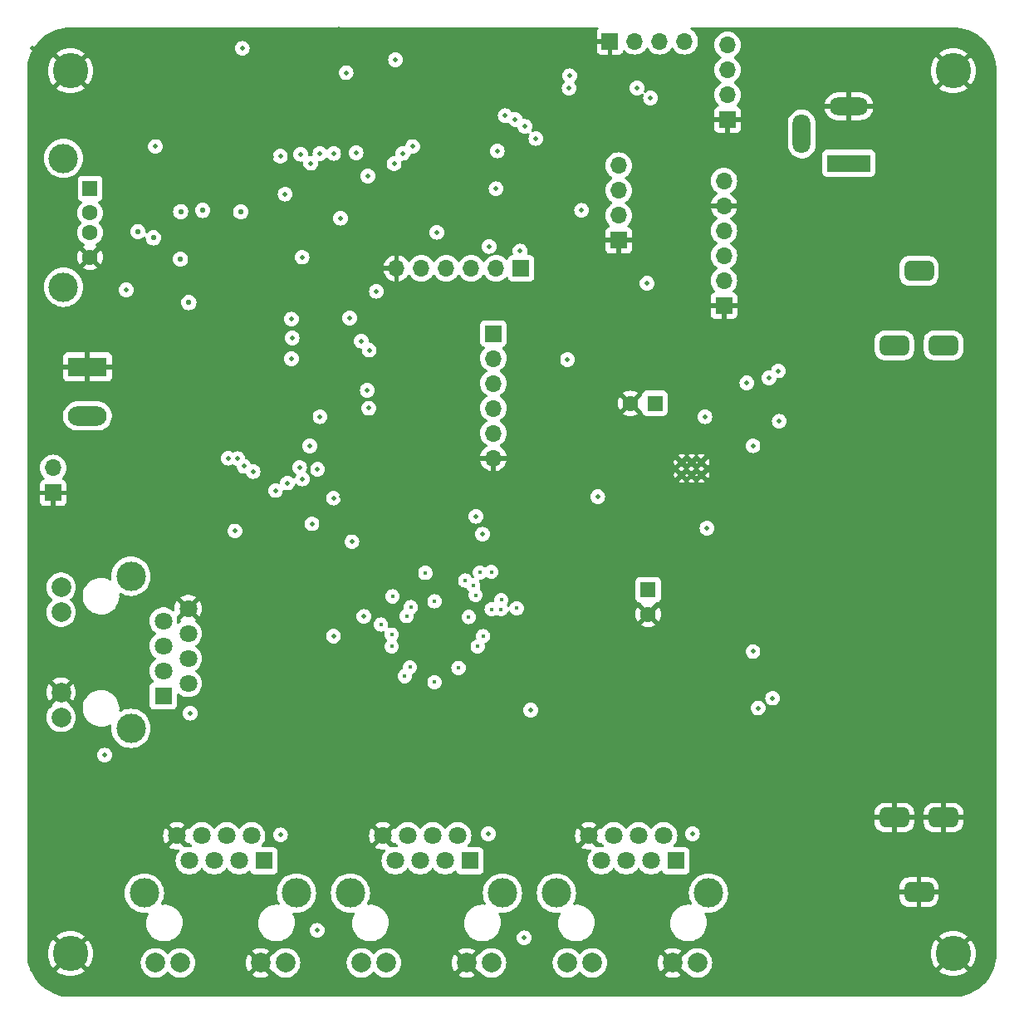
<source format=gbr>
%TF.GenerationSoftware,KiCad,Pcbnew,7.0.1*%
%TF.CreationDate,2023-07-30T21:23:37+03:00*%
%TF.ProjectId,Ethernet_switch_4out,45746865-726e-4657-945f-737769746368,rev?*%
%TF.SameCoordinates,Original*%
%TF.FileFunction,Copper,L2,Inr*%
%TF.FilePolarity,Positive*%
%FSLAX46Y46*%
G04 Gerber Fmt 4.6, Leading zero omitted, Abs format (unit mm)*
G04 Created by KiCad (PCBNEW 7.0.1) date 2023-07-30 21:23:37*
%MOMM*%
%LPD*%
G01*
G04 APERTURE LIST*
G04 Aperture macros list*
%AMRoundRect*
0 Rectangle with rounded corners*
0 $1 Rounding radius*
0 $2 $3 $4 $5 $6 $7 $8 $9 X,Y pos of 4 corners*
0 Add a 4 corners polygon primitive as box body*
4,1,4,$2,$3,$4,$5,$6,$7,$8,$9,$2,$3,0*
0 Add four circle primitives for the rounded corners*
1,1,$1+$1,$2,$3*
1,1,$1+$1,$4,$5*
1,1,$1+$1,$6,$7*
1,1,$1+$1,$8,$9*
0 Add four rect primitives between the rounded corners*
20,1,$1+$1,$2,$3,$4,$5,0*
20,1,$1+$1,$4,$5,$6,$7,0*
20,1,$1+$1,$6,$7,$8,$9,0*
20,1,$1+$1,$8,$9,$2,$3,0*%
G04 Aperture macros list end*
%TA.AperFunction,ComponentPad*%
%ADD10C,3.600000*%
%TD*%
%TA.AperFunction,ComponentPad*%
%ADD11RoundRect,0.500000X-1.000000X-0.500000X1.000000X-0.500000X1.000000X0.500000X-1.000000X0.500000X0*%
%TD*%
%TA.AperFunction,ComponentPad*%
%ADD12RoundRect,0.500000X1.000000X0.500000X-1.000000X0.500000X-1.000000X-0.500000X1.000000X-0.500000X0*%
%TD*%
%TA.AperFunction,ComponentPad*%
%ADD13R,1.500000X1.600000*%
%TD*%
%TA.AperFunction,ComponentPad*%
%ADD14C,1.600000*%
%TD*%
%TA.AperFunction,ComponentPad*%
%ADD15C,3.000000*%
%TD*%
%TA.AperFunction,ComponentPad*%
%ADD16R,1.700000X1.700000*%
%TD*%
%TA.AperFunction,ComponentPad*%
%ADD17O,1.700000X1.700000*%
%TD*%
%TA.AperFunction,ComponentPad*%
%ADD18R,1.600000X1.600000*%
%TD*%
%TA.AperFunction,ComponentPad*%
%ADD19R,3.960000X1.980000*%
%TD*%
%TA.AperFunction,ComponentPad*%
%ADD20O,3.960000X1.980000*%
%TD*%
%TA.AperFunction,ComponentPad*%
%ADD21C,0.600000*%
%TD*%
%TA.AperFunction,ComponentPad*%
%ADD22R,4.400000X1.800000*%
%TD*%
%TA.AperFunction,ComponentPad*%
%ADD23O,4.000000X1.800000*%
%TD*%
%TA.AperFunction,ComponentPad*%
%ADD24O,1.800000X4.000000*%
%TD*%
%TA.AperFunction,ComponentPad*%
%ADD25R,1.800000X1.800000*%
%TD*%
%TA.AperFunction,ComponentPad*%
%ADD26C,1.800000*%
%TD*%
%TA.AperFunction,ComponentPad*%
%ADD27C,2.000000*%
%TD*%
%TA.AperFunction,ViaPad*%
%ADD28C,0.500000*%
%TD*%
%TA.AperFunction,ViaPad*%
%ADD29C,0.450000*%
%TD*%
%TA.AperFunction,ViaPad*%
%ADD30C,0.550000*%
%TD*%
G04 APERTURE END LIST*
D10*
%TO.N,GND*%
%TO.C,H2*%
X145000000Y-55000000D03*
%TD*%
D11*
%TO.N,Net-(J13-Pin_1)*%
%TO.C,J13*%
X141500000Y-75400000D03*
X144000000Y-83000000D03*
X139000000Y-83000000D03*
D12*
%TO.N,GND*%
X144000000Y-131133000D03*
X139000000Y-131133000D03*
X141500000Y-138733000D03*
%TD*%
D13*
%TO.N,VBUS*%
%TO.C,J4*%
X57000000Y-67000000D03*
D14*
%TO.N,D-*%
X57000000Y-69500000D03*
%TO.N,D+*%
X57000000Y-71500000D03*
%TO.N,GND*%
X57000000Y-74000000D03*
D15*
%TO.N,unconnected-(J4-Shield-Pad5)*%
X54290000Y-63930000D03*
X54290000Y-77070000D03*
%TD*%
D16*
%TO.N,GND*%
%TO.C,J6*%
X110880000Y-72290000D03*
D17*
%TO.N,TX*%
X110880000Y-69750000D03*
%TO.N,RX*%
X110880000Y-67210000D03*
%TO.N,+3V3*%
X110880000Y-64670000D03*
%TD*%
D18*
%TO.N,/Cell/Vin_buck*%
%TO.C,C64*%
X114580000Y-88915000D03*
D14*
%TO.N,GND*%
X112080000Y-88915000D03*
%TD*%
D16*
%TO.N,GND*%
%TO.C,J1*%
X122000000Y-60000000D03*
D17*
%TO.N,Net-(J1-Pin_2)*%
X122000000Y-57460000D03*
%TO.N,Net-(J1-Pin_3)*%
X122000000Y-54920000D03*
%TO.N,+3V3*%
X122000000Y-52380000D03*
%TD*%
D19*
%TO.N,GND*%
%TO.C,J12*%
X56730000Y-85200000D03*
D20*
%TO.N,+BATT*%
X56730000Y-90200000D03*
%TD*%
D21*
%TO.N,GND*%
%TO.C,U13*%
X117315000Y-96210000D03*
X118315000Y-96210000D03*
X119315000Y-96210000D03*
X117315000Y-94910000D03*
X118315000Y-94910000D03*
X119315000Y-94910000D03*
%TD*%
D10*
%TO.N,GND*%
%TO.C,H4*%
X55000000Y-145000000D03*
%TD*%
D16*
%TO.N,GND*%
%TO.C,J11*%
X53240000Y-98040000D03*
D17*
%TO.N,+BATT*%
X53240000Y-95500000D03*
%TD*%
D16*
%TO.N,GND*%
%TO.C,J5*%
X110000000Y-52000000D03*
D17*
%TO.N,SCL*%
X112540000Y-52000000D03*
%TO.N,SDA*%
X115080000Y-52000000D03*
%TO.N,+3V3*%
X117620000Y-52000000D03*
%TD*%
D16*
%TO.N,+3V3*%
%TO.C,J3*%
X100940000Y-75140000D03*
D17*
%TO.N,/SD*%
X98400000Y-75140000D03*
%TO.N,/SCK *%
X95860000Y-75140000D03*
%TO.N,/WS*%
X93320000Y-75140000D03*
%TO.N,/L{slash}R*%
X90780000Y-75140000D03*
%TO.N,GND*%
X88240000Y-75140000D03*
%TD*%
D16*
%TO.N,GND*%
%TO.C,J15*%
X121620000Y-78940000D03*
D17*
%TO.N,Net-(J15-Pin_2)*%
X121620000Y-76400000D03*
%TO.N,Net-(J15-Pin_3)*%
X121620000Y-73860000D03*
%TO.N,/Cell/DAC2*%
X121620000Y-71320000D03*
%TO.N,GND*%
X121620000Y-68780000D03*
%TO.N,REF_2v5*%
X121620000Y-66240000D03*
%TD*%
D10*
%TO.N,GND*%
%TO.C,H3*%
X145000000Y-145000000D03*
%TD*%
D16*
%TO.N,+3V3*%
%TO.C,J2*%
X98120000Y-81790000D03*
D17*
%TO.N,SS_EXT*%
X98120000Y-84330000D03*
%TO.N,CLK_EXT*%
X98120000Y-86870000D03*
%TO.N,MOSI_EXT*%
X98120000Y-89410000D03*
%TO.N,MISO_EXT*%
X98120000Y-91950000D03*
%TO.N,GND*%
X98120000Y-94490000D03*
%TD*%
D10*
%TO.N,GND*%
%TO.C,H1*%
X55000000Y-55000000D03*
%TD*%
D22*
%TO.N,Net-(D37-A)*%
%TO.C,J14*%
X134360000Y-64430000D03*
D23*
%TO.N,GND*%
X134360000Y-58630000D03*
D24*
%TO.N,N/C*%
X129560000Y-61430000D03*
%TD*%
D18*
%TO.N,/Cell/Buck_out*%
%TO.C,C69*%
X113890000Y-107910000D03*
D14*
%TO.N,GND*%
X113890000Y-110410000D03*
%TD*%
D25*
%TO.N,/Output_port2/L_TD+*%
%TO.C,J9*%
X95730000Y-135540000D03*
D26*
%TO.N,/Output_port2/L_TD-*%
X94460000Y-133000000D03*
%TO.N,/Output_port2/L_RD+*%
X93190000Y-135540000D03*
%TO.N,Net-(J9-TCT)*%
X91920000Y-133000000D03*
%TO.N,Net-(J9-RCT)*%
X90650000Y-135540000D03*
%TO.N,/Output_port2/L_RD-*%
X89380000Y-133000000D03*
%TO.N,unconnected-(J9-NC-Pad7)*%
X88110000Y-135540000D03*
%TO.N,GND*%
X86840000Y-133000000D03*
D27*
%TO.N,/Output_port2/GREEN*%
X97920000Y-145950000D03*
%TO.N,GND*%
X95380000Y-145950000D03*
%TO.N,/Output_port2/YELLOW*%
X87200000Y-145950000D03*
%TO.N,N/C*%
X84660000Y-145950000D03*
D15*
%TO.N,Net-(J9-SHIELD)*%
X99040000Y-138840000D03*
X83540000Y-138840000D03*
%TD*%
D25*
%TO.N,/Output_port1/L_TD+*%
%TO.C,J8*%
X74730000Y-135540000D03*
D26*
%TO.N,/Output_port1/L_TD-*%
X73460000Y-133000000D03*
%TO.N,/Output_port1/L_RD+*%
X72190000Y-135540000D03*
%TO.N,Net-(J8-TCT)*%
X70920000Y-133000000D03*
%TO.N,Net-(J8-RCT)*%
X69650000Y-135540000D03*
%TO.N,/Output_port1/L_RD-*%
X68380000Y-133000000D03*
%TO.N,unconnected-(J8-NC-Pad7)*%
X67110000Y-135540000D03*
%TO.N,GND*%
X65840000Y-133000000D03*
D27*
%TO.N,/Output_port1/GREEN*%
X76920000Y-145950000D03*
%TO.N,GND*%
X74380000Y-145950000D03*
%TO.N,/Output_port1/YELLOW*%
X66200000Y-145950000D03*
%TO.N,N/C*%
X63660000Y-145950000D03*
D15*
%TO.N,Net-(J8-SHIELD)*%
X78040000Y-138840000D03*
X62540000Y-138840000D03*
%TD*%
D25*
%TO.N,/Output_port/L_TD+*%
%TO.C,J7*%
X64460000Y-118730000D03*
D26*
%TO.N,/Output_port/L_TD-*%
X67000000Y-117460000D03*
%TO.N,/Output_port/L_RD+*%
X64460000Y-116190000D03*
%TO.N,Net-(J7-TCT)*%
X67000000Y-114920000D03*
%TO.N,Net-(J7-RCT)*%
X64460000Y-113650000D03*
%TO.N,/Output_port/L_RD-*%
X67000000Y-112380000D03*
%TO.N,unconnected-(J7-NC-Pad7)*%
X64460000Y-111110000D03*
%TO.N,GND*%
X67000000Y-109840000D03*
D27*
%TO.N,/Output_port/GREEN*%
X54050000Y-120920000D03*
%TO.N,GND*%
X54050000Y-118380000D03*
%TO.N,/Output_port/YELLOW*%
X54050000Y-110200000D03*
%TO.N,N/C*%
X54050000Y-107660000D03*
D15*
%TO.N,Net-(J7-SHIELD)*%
X61160000Y-122040000D03*
X61160000Y-106540000D03*
%TD*%
D25*
%TO.N,/Output_port3/L_TD+*%
%TO.C,J10*%
X116730000Y-135540000D03*
D26*
%TO.N,/Output_port3/L_TD-*%
X115460000Y-133000000D03*
%TO.N,/Output_port3/L_RD+*%
X114190000Y-135540000D03*
%TO.N,Net-(J10-TCT)*%
X112920000Y-133000000D03*
%TO.N,Net-(J10-RCT)*%
X111650000Y-135540000D03*
%TO.N,/Output_port3/L_RD-*%
X110380000Y-133000000D03*
%TO.N,unconnected-(J10-NC-Pad7)*%
X109110000Y-135540000D03*
%TO.N,GND*%
X107840000Y-133000000D03*
D27*
%TO.N,/Output_port3/GREEN*%
X118920000Y-145950000D03*
%TO.N,GND*%
X116380000Y-145950000D03*
%TO.N,/Output_port3/YELLOW*%
X108200000Y-145950000D03*
%TO.N,N/C*%
X105660000Y-145950000D03*
D15*
%TO.N,Net-(J10-SHIELD)*%
X120040000Y-138840000D03*
X104540000Y-138840000D03*
%TD*%
D28*
%TO.N,GND*%
X93500000Y-88520000D03*
X56220000Y-98432084D03*
X58760000Y-52712084D03*
X72770000Y-57570000D03*
D29*
X93500000Y-111600000D03*
D28*
X132420000Y-52712084D03*
X71190000Y-79895000D03*
X124720000Y-73010000D03*
X145120000Y-106052084D03*
D29*
X94660000Y-107620000D03*
D28*
X140040000Y-98432084D03*
X134960000Y-139072084D03*
X53400000Y-80280000D03*
X147660000Y-88272084D03*
X82650000Y-98420000D03*
X84160000Y-126372084D03*
X147660000Y-67952084D03*
X60550000Y-68450000D03*
X76540000Y-55252084D03*
X81620000Y-126372084D03*
X140040000Y-106052084D03*
X124800000Y-123832084D03*
X111170000Y-92520000D03*
X113200000Y-143100000D03*
X79080000Y-118752084D03*
X51140000Y-118752084D03*
X101940000Y-93352084D03*
X86730000Y-50890000D03*
X147660000Y-100972084D03*
X88670000Y-119930000D03*
X69900000Y-142800000D03*
X134960000Y-103512084D03*
D29*
X98150000Y-116240000D03*
D28*
X119720000Y-116212084D03*
X81420000Y-124330000D03*
X81110000Y-132170000D03*
X145120000Y-78112084D03*
X79080000Y-131452084D03*
X132420000Y-126372084D03*
X99400000Y-123832084D03*
X127340000Y-131452084D03*
X109560000Y-88272084D03*
X66380000Y-55252084D03*
X80110000Y-148510000D03*
X58170000Y-64140000D03*
X58760000Y-100972084D03*
X53657500Y-88979584D03*
X53657500Y-86439584D03*
X142580000Y-141612084D03*
D29*
X87890000Y-117470000D03*
D28*
X134960000Y-83192084D03*
X86700000Y-70492084D03*
X58760000Y-141612084D03*
X56220000Y-131452084D03*
X84160000Y-131452084D03*
X134960000Y-108592084D03*
X137500000Y-88272084D03*
X127340000Y-123832084D03*
X145120000Y-80652084D03*
X51140000Y-139072084D03*
X50990000Y-63420000D03*
D29*
X92000000Y-115800000D03*
D28*
X51140000Y-121292084D03*
X105550000Y-51750000D03*
D29*
X99400000Y-116212084D03*
D28*
X66380000Y-123832084D03*
X127340000Y-139072084D03*
X68540000Y-87900000D03*
X56220000Y-126372084D03*
X147660000Y-80652084D03*
X74770000Y-59710000D03*
X63840000Y-98432084D03*
X108210000Y-93950000D03*
X83160000Y-75900000D03*
X145120000Y-111132084D03*
X132420000Y-55252084D03*
X61300000Y-103512084D03*
X62600000Y-66110000D03*
X145120000Y-121292084D03*
X134960000Y-111132084D03*
X145120000Y-70492084D03*
X108470000Y-64080000D03*
X145120000Y-128912084D03*
X81620000Y-118752084D03*
X58760000Y-128912084D03*
X134960000Y-88272084D03*
X147660000Y-111132084D03*
X145120000Y-136532084D03*
X53680000Y-100972084D03*
X56090000Y-95700000D03*
X147660000Y-73032084D03*
X102670000Y-109770000D03*
X89240000Y-67952084D03*
X56220000Y-116212084D03*
X129880000Y-55252084D03*
X112120000Y-95480000D03*
X129880000Y-65412084D03*
X147660000Y-78112084D03*
X145120000Y-95892084D03*
X137500000Y-80652084D03*
X132420000Y-83192084D03*
X109560000Y-116212084D03*
X140040000Y-57792084D03*
X119720000Y-70492084D03*
D29*
X93500000Y-113000000D03*
D28*
X129880000Y-111132084D03*
X66380000Y-126372084D03*
X93440000Y-84420000D03*
X132420000Y-90812084D03*
X51140000Y-57792084D03*
X114640000Y-144152084D03*
X137500000Y-52712084D03*
X137500000Y-146692084D03*
X147660000Y-98432084D03*
X140040000Y-62872084D03*
X84880000Y-99860000D03*
X132420000Y-121292084D03*
X51117500Y-86439584D03*
X140040000Y-111132084D03*
X66380000Y-106052084D03*
X53680000Y-128912084D03*
X129880000Y-118752084D03*
X61300000Y-141612084D03*
X66380000Y-103512084D03*
X140040000Y-108592084D03*
X132420000Y-118752084D03*
X51140000Y-141612084D03*
X117180000Y-103512084D03*
X112100000Y-62872084D03*
X51140000Y-113672084D03*
X129880000Y-146692084D03*
X132420000Y-95892084D03*
X76540000Y-131452084D03*
X53680000Y-116212084D03*
X82340000Y-50750000D03*
X137500000Y-113672084D03*
X145120000Y-73032084D03*
X61300000Y-133992084D03*
X64760000Y-68370000D03*
X127340000Y-133992084D03*
X68920000Y-103512084D03*
X112100000Y-85732084D03*
X63840000Y-133992084D03*
X78630000Y-102860000D03*
X79080000Y-106052084D03*
X56110000Y-80250000D03*
X81620000Y-128912084D03*
X140040000Y-136532084D03*
X132420000Y-106052084D03*
X59170000Y-134740000D03*
X127260000Y-70470000D03*
X122260000Y-136532084D03*
X72050000Y-81290000D03*
X73110000Y-119870000D03*
X124800000Y-128912084D03*
X81620000Y-141612084D03*
X124680000Y-90600000D03*
X100340000Y-103470000D03*
X63840000Y-131452084D03*
X99400000Y-95892084D03*
X132420000Y-128912084D03*
X134960000Y-136532084D03*
X99400000Y-141612084D03*
X86860000Y-92370000D03*
X58760000Y-144152084D03*
X119720000Y-60332084D03*
X86700000Y-95892084D03*
X140040000Y-67952084D03*
X116970000Y-55480000D03*
X117180000Y-67952084D03*
X109560000Y-128912084D03*
X50990000Y-60880000D03*
X75600000Y-83300000D03*
X84160000Y-144152084D03*
X51140000Y-100972084D03*
X119720000Y-103512084D03*
X51117500Y-88979584D03*
X129880000Y-126372084D03*
X142580000Y-121292084D03*
X78240000Y-112230000D03*
X119720000Y-62872084D03*
X61300000Y-136532084D03*
X68920000Y-146692084D03*
X129880000Y-85732084D03*
X116400000Y-89500000D03*
X145120000Y-123832084D03*
X132420000Y-111132084D03*
X137500000Y-90812084D03*
X101700000Y-148440000D03*
X104520000Y-131700000D03*
X134960000Y-116212084D03*
X87900000Y-51710000D03*
X142580000Y-108592084D03*
X81840000Y-99870000D03*
X117920000Y-88285000D03*
X59900000Y-95490000D03*
X71460000Y-144152084D03*
X145120000Y-116212084D03*
X147660000Y-141612084D03*
X137500000Y-123832084D03*
X68920000Y-90812084D03*
X147660000Y-62872084D03*
X145120000Y-108592084D03*
X109560000Y-111132084D03*
X132420000Y-146692084D03*
X102720000Y-104910000D03*
X79050000Y-94810000D03*
X134960000Y-118752084D03*
X61210000Y-60060000D03*
X58760000Y-131452084D03*
X110890000Y-130430000D03*
X71490000Y-91760000D03*
X142580000Y-111132084D03*
X61300000Y-52712084D03*
X89240000Y-52712084D03*
X80920000Y-96330000D03*
X137500000Y-100972084D03*
X79080000Y-128912084D03*
X116780000Y-86430000D03*
X129880000Y-133992084D03*
X53680000Y-139072084D03*
X84160000Y-136532084D03*
X137500000Y-121292084D03*
X94320000Y-62872084D03*
X124170000Y-76030000D03*
X107020000Y-116212084D03*
D29*
X97905000Y-113045000D03*
D28*
X61300000Y-100972084D03*
X112100000Y-111132084D03*
X106290000Y-76610000D03*
X140040000Y-100972084D03*
X51140000Y-144152084D03*
X72030000Y-111210000D03*
X51140000Y-126372084D03*
X142580000Y-128912084D03*
X99400000Y-131452084D03*
X124720000Y-65530000D03*
X132420000Y-85732084D03*
X51140000Y-146692084D03*
X140040000Y-123832084D03*
X129880000Y-108592084D03*
X129880000Y-139072084D03*
X122260000Y-100972084D03*
X137500000Y-73032084D03*
X107020000Y-111132084D03*
X56220000Y-100972084D03*
X67520000Y-64220000D03*
X140040000Y-52712084D03*
X101940000Y-90812084D03*
X127260000Y-65530000D03*
X75620000Y-52730000D03*
X68920000Y-106052084D03*
X53680000Y-126372084D03*
X145120000Y-90812084D03*
X81620000Y-59630000D03*
X107020000Y-126372084D03*
X145120000Y-85732084D03*
X75580000Y-66970000D03*
D30*
X61990000Y-73340000D03*
D28*
X132420000Y-136532084D03*
X145120000Y-113672084D03*
X129880000Y-128912084D03*
D29*
X93500000Y-114000000D03*
D28*
X140040000Y-118752084D03*
X70470000Y-115380000D03*
X68510000Y-52760000D03*
X64530000Y-82490000D03*
X112870000Y-80420000D03*
X107020000Y-88272084D03*
X84540000Y-129350000D03*
X129880000Y-95892084D03*
X93370000Y-101790000D03*
X140040000Y-60332084D03*
X122260000Y-131452084D03*
X112100000Y-113672084D03*
X134960000Y-128912084D03*
X84160000Y-70492084D03*
X56220000Y-103512084D03*
X63840000Y-128912084D03*
X66380000Y-100972084D03*
X134960000Y-126372084D03*
X68920000Y-95892084D03*
X104480000Y-113672084D03*
X68920000Y-123832084D03*
X99400000Y-121292084D03*
X84160000Y-133992084D03*
X72870000Y-127330000D03*
X134960000Y-75572084D03*
X96860000Y-123832084D03*
X140040000Y-116212084D03*
X129880000Y-83192084D03*
X68920000Y-57792084D03*
X108950000Y-92480000D03*
X124800000Y-144152084D03*
X132420000Y-133992084D03*
X119720000Y-131452084D03*
D29*
X90500000Y-114400000D03*
D28*
X58760000Y-106052084D03*
X134960000Y-70492084D03*
X58650000Y-82790000D03*
X129880000Y-116212084D03*
X114640000Y-98432084D03*
X134960000Y-55252084D03*
X58670000Y-60060000D03*
X147660000Y-126372084D03*
X85950000Y-119310000D03*
X103020000Y-51710000D03*
X124800000Y-131452084D03*
X98680000Y-128120000D03*
X137500000Y-106052084D03*
X147660000Y-133992084D03*
X137500000Y-103512084D03*
X77100000Y-129900000D03*
X123560000Y-118180000D03*
X51140000Y-52712084D03*
X86800000Y-101200000D03*
X110090000Y-127090000D03*
X132420000Y-93352084D03*
X145120000Y-62872084D03*
X104480000Y-116212084D03*
X137500000Y-133992084D03*
X129880000Y-123832084D03*
X109560000Y-113672084D03*
X81620000Y-146692084D03*
X129880000Y-131452084D03*
X51140000Y-103512084D03*
X62320000Y-84280000D03*
D29*
X89640000Y-113260000D03*
D28*
X80320000Y-116480000D03*
X51117500Y-94059584D03*
X89350000Y-100540000D03*
X140040000Y-70492084D03*
X74980000Y-93610000D03*
X147660000Y-123832084D03*
X115920000Y-95540000D03*
X68920000Y-100972084D03*
X127340000Y-136532084D03*
X62320000Y-97770000D03*
X137500000Y-78112084D03*
X134960000Y-144152084D03*
X56310000Y-59880000D03*
X102370000Y-128930000D03*
X61300000Y-98432084D03*
D29*
X86210000Y-113020000D03*
D28*
X137500000Y-108592084D03*
X51070000Y-72230000D03*
X137500000Y-136532084D03*
X129880000Y-98432084D03*
X142580000Y-65412084D03*
X79080000Y-136532084D03*
X81620000Y-144152084D03*
X140040000Y-65412084D03*
D30*
X68240000Y-70420000D03*
D28*
X56220000Y-139072084D03*
X122260000Y-144152084D03*
X134960000Y-60332084D03*
X127340000Y-126372084D03*
X61420000Y-82800000D03*
D29*
X96250000Y-109320000D03*
D28*
X116530000Y-88440000D03*
X145120000Y-98432084D03*
X81600000Y-109010000D03*
X127260000Y-67930000D03*
X84760000Y-116440000D03*
X104480000Y-144152084D03*
X132420000Y-139072084D03*
X83270000Y-83480000D03*
X82910000Y-63320000D03*
X58760000Y-111132084D03*
X56120000Y-94030000D03*
X127340000Y-144152084D03*
X124720000Y-67930000D03*
X58670000Y-57520000D03*
X119720000Y-121292084D03*
X137500000Y-128912084D03*
X132420000Y-113672084D03*
X71460000Y-121292084D03*
X56220000Y-111132084D03*
X86670000Y-121830000D03*
X90010000Y-128520000D03*
X147660000Y-57792084D03*
X140040000Y-55252084D03*
X104480000Y-95892084D03*
X60710000Y-64140000D03*
X85450000Y-94250000D03*
X63840000Y-100972084D03*
X142580000Y-70492084D03*
X145120000Y-60332084D03*
X96860000Y-52712084D03*
X89240000Y-144152084D03*
X134960000Y-78112084D03*
X114640000Y-121292084D03*
X61277500Y-86439584D03*
X63840000Y-108592084D03*
X134960000Y-121292084D03*
X114640000Y-146692084D03*
X83060000Y-104890000D03*
X64360000Y-64490000D03*
D29*
X96130000Y-117660000D03*
D30*
X63400000Y-70250000D03*
D28*
X147660000Y-136532084D03*
X109970000Y-94270000D03*
X112100000Y-118752084D03*
X134960000Y-90812084D03*
X142580000Y-98432084D03*
X99400000Y-57792084D03*
X78710000Y-109630000D03*
X124800000Y-141612084D03*
X123610000Y-114220000D03*
X56110000Y-82790000D03*
X51140000Y-111132084D03*
X58110000Y-95310000D03*
X77150000Y-111070000D03*
D29*
X94900000Y-113100000D03*
D28*
X116380000Y-91030000D03*
X96860000Y-65412084D03*
X96860000Y-131452084D03*
X63840000Y-136532084D03*
X142580000Y-126372084D03*
X93160000Y-99070000D03*
X137500000Y-118752084D03*
X142580000Y-100972084D03*
X142580000Y-118752084D03*
X125110000Y-87950000D03*
X96860000Y-121292084D03*
D30*
X66550000Y-72580000D03*
D28*
X134960000Y-113672084D03*
X88990000Y-101880000D03*
X110750000Y-95240000D03*
X147660000Y-90812084D03*
X118860000Y-127200000D03*
X122260000Y-141612084D03*
X107020000Y-128912084D03*
X147660000Y-103512084D03*
X68920000Y-108592084D03*
X104480000Y-121292084D03*
X81100000Y-64430000D03*
X71400000Y-142800000D03*
X142580000Y-67952084D03*
X145120000Y-126372084D03*
X127340000Y-55252084D03*
X75190000Y-119420000D03*
X134960000Y-146692084D03*
X56220000Y-136532084D03*
X68920000Y-55252084D03*
X132420000Y-108592084D03*
X119590000Y-123710000D03*
X137500000Y-139072084D03*
X88470000Y-61280000D03*
X56220000Y-106052084D03*
X129800000Y-67930000D03*
X81290000Y-92210000D03*
X137500000Y-57792084D03*
X57640000Y-93130000D03*
X61277500Y-88979584D03*
X119720000Y-113672084D03*
X96860000Y-60332084D03*
X91570000Y-122680000D03*
X51140000Y-98432084D03*
X51140000Y-136532084D03*
X104240000Y-50900000D03*
X145120000Y-67952084D03*
X71460000Y-146692084D03*
X109500000Y-95660000D03*
X81880000Y-97480000D03*
X79940000Y-111750000D03*
X51070000Y-74770000D03*
X91980000Y-82300000D03*
X89240000Y-141612084D03*
X145120000Y-65412084D03*
X145120000Y-133992084D03*
X88790000Y-128040000D03*
X132420000Y-131452084D03*
X70120000Y-86700000D03*
X129880000Y-75572084D03*
X147660000Y-70492084D03*
D29*
X92100000Y-110200000D03*
X92420000Y-106980000D03*
D28*
X53680000Y-131452084D03*
X147660000Y-75572084D03*
X89240000Y-93352084D03*
X129880000Y-57792084D03*
D29*
X90700000Y-111600000D03*
D28*
X142580000Y-136532084D03*
X68070000Y-66640000D03*
X61300000Y-144152084D03*
X132420000Y-60332084D03*
X66380000Y-128912084D03*
X134960000Y-52712084D03*
X94320000Y-141612084D03*
X61300000Y-146692084D03*
X107020000Y-123832084D03*
X103320000Y-74470000D03*
X134960000Y-141612084D03*
X69680000Y-119810000D03*
X79080000Y-126372084D03*
X58760000Y-116212084D03*
X61530000Y-75390000D03*
X95180000Y-92320000D03*
X134960000Y-80652084D03*
X124800000Y-52712084D03*
X112100000Y-90812084D03*
X147660000Y-108592084D03*
X58650000Y-80250000D03*
X73470000Y-115780000D03*
X142580000Y-73032084D03*
X124800000Y-139072084D03*
X142580000Y-62872084D03*
X66380000Y-144152084D03*
X142580000Y-123832084D03*
X79340000Y-102270000D03*
X68920000Y-93352084D03*
X142580000Y-60332084D03*
X111250000Y-94390000D03*
X51117500Y-91519584D03*
X142580000Y-106052084D03*
X122260000Y-133992084D03*
X51140000Y-128912084D03*
X145120000Y-139072084D03*
X70720000Y-67800000D03*
X127340000Y-57792084D03*
X129880000Y-93352084D03*
X147660000Y-65412084D03*
X91780000Y-52712084D03*
X129880000Y-113672084D03*
X64840000Y-125390000D03*
X76570000Y-123980000D03*
X140040000Y-133992084D03*
X147660000Y-113672084D03*
X118170000Y-119480000D03*
X51140000Y-133992084D03*
X145120000Y-88272084D03*
X122260000Y-103512084D03*
X89240000Y-57792084D03*
X61210000Y-57520000D03*
X134960000Y-93352084D03*
X109560000Y-85732084D03*
X140040000Y-73032084D03*
X119720000Y-128912084D03*
X147660000Y-131452084D03*
X93530000Y-86480000D03*
X147660000Y-106052084D03*
X104480000Y-123832084D03*
X74920000Y-110990000D03*
X51140000Y-108592084D03*
X140040000Y-121292084D03*
X107020000Y-93352084D03*
X129880000Y-80652084D03*
X140040000Y-113672084D03*
X109560000Y-121292084D03*
X134960000Y-85732084D03*
X127340000Y-146692084D03*
X53680000Y-133992084D03*
X59740000Y-93870000D03*
X124800000Y-146692084D03*
X137500000Y-116212084D03*
X77430000Y-63490000D03*
X129880000Y-144152084D03*
X101940000Y-111132084D03*
X104480000Y-98432084D03*
X107020000Y-113672084D03*
X113100000Y-60440000D03*
X142580000Y-133992084D03*
X90600000Y-142900000D03*
X132420000Y-78112084D03*
X137500000Y-111132084D03*
X107020000Y-62872084D03*
X76540000Y-106052084D03*
X83720000Y-121930000D03*
X129880000Y-88272084D03*
X111700000Y-143100000D03*
X80920000Y-121930000D03*
X75520000Y-63830000D03*
X134960000Y-123832084D03*
X147660000Y-128912084D03*
X117460000Y-59730000D03*
X124800000Y-62872084D03*
X51140000Y-55252084D03*
X120940000Y-98015000D03*
X140040000Y-144152084D03*
X137500000Y-62872084D03*
X137500000Y-70492084D03*
X61420000Y-80260000D03*
X109560000Y-90812084D03*
X109560000Y-123832084D03*
X124800000Y-136532084D03*
X89720000Y-124430000D03*
X140040000Y-146692084D03*
X104480000Y-88272084D03*
D29*
X92058400Y-113069670D03*
D28*
X76330000Y-109260000D03*
X142580000Y-103512084D03*
X79080000Y-52712084D03*
X147660000Y-93352084D03*
X140040000Y-103512084D03*
X77570000Y-60230000D03*
D29*
X92240000Y-118680000D03*
D28*
X119720000Y-73032084D03*
X68920000Y-98432084D03*
X51140000Y-131452084D03*
X127340000Y-128912084D03*
X137500000Y-126372084D03*
X122260000Y-126372084D03*
X57940000Y-77240000D03*
X132420000Y-80652084D03*
X56700000Y-114000000D03*
X132420000Y-75572084D03*
X70050000Y-125770000D03*
X119720000Y-144152084D03*
X74000000Y-83192084D03*
X86700000Y-128912084D03*
X74000000Y-144152084D03*
X51117500Y-96599584D03*
X61300000Y-55252084D03*
X99400000Y-52712084D03*
X108710000Y-94990000D03*
X147660000Y-121292084D03*
X127340000Y-60332084D03*
X105030000Y-109500000D03*
X73050000Y-100760000D03*
X124720000Y-70470000D03*
X91050000Y-97800000D03*
X94320000Y-52712084D03*
X127770000Y-101330000D03*
X71840000Y-68090000D03*
X70600000Y-110590000D03*
X79080000Y-133992084D03*
X116639076Y-87451235D03*
X134960000Y-133992084D03*
X129880000Y-52712084D03*
X83990000Y-113280000D03*
X91980000Y-90470000D03*
X58760000Y-103512084D03*
X53680000Y-136532084D03*
X127340000Y-52712084D03*
X147660000Y-116212084D03*
X85820000Y-124630000D03*
X117180000Y-113672084D03*
X128690000Y-87930000D03*
X140040000Y-126372084D03*
D29*
X92100000Y-111600000D03*
D28*
X63840000Y-103512084D03*
X73810000Y-109230000D03*
X59260000Y-61630000D03*
X56220000Y-133992084D03*
X68920000Y-144152084D03*
X91780000Y-146692084D03*
X50860000Y-80280000D03*
X145120000Y-103512084D03*
D29*
X94020000Y-106950000D03*
D28*
X142580000Y-116212084D03*
X118200000Y-130360000D03*
X58760000Y-98432084D03*
X63840000Y-106052084D03*
X51140000Y-106052084D03*
X51140000Y-123832084D03*
X122360000Y-91910000D03*
X107020000Y-108592084D03*
X63817500Y-88979584D03*
X68800000Y-127500000D03*
X101940000Y-98432084D03*
X134960000Y-131452084D03*
X142580000Y-95892084D03*
X145120000Y-100972084D03*
X132420000Y-116212084D03*
X68920000Y-121292084D03*
X137500000Y-141612084D03*
X114640000Y-123832084D03*
X98620000Y-119310000D03*
X147660000Y-118752084D03*
X84890000Y-64130000D03*
X127340000Y-121292084D03*
X147660000Y-139072084D03*
X58760000Y-55252084D03*
X104480000Y-93352084D03*
X71860000Y-85160000D03*
X129880000Y-121292084D03*
X129880000Y-78112084D03*
X137500000Y-144152084D03*
X73130000Y-61660000D03*
X117180000Y-62872084D03*
X68920000Y-111132084D03*
X132420000Y-73032084D03*
X85120000Y-114160000D03*
X68280000Y-82850000D03*
X127340000Y-62872084D03*
X104480000Y-100972084D03*
X134960000Y-106052084D03*
X132420000Y-141612084D03*
X134960000Y-73032084D03*
X58760000Y-126372084D03*
X137500000Y-65412084D03*
X107020000Y-85732084D03*
X145120000Y-93352084D03*
X137500000Y-60332084D03*
X145120000Y-75572084D03*
X77720000Y-115780000D03*
X137500000Y-55252084D03*
X53770000Y-59880000D03*
X58760000Y-146692084D03*
X53680000Y-103512084D03*
X129880000Y-141612084D03*
X51140000Y-66100000D03*
X104480000Y-90812084D03*
X56220000Y-128912084D03*
X76820000Y-121930000D03*
X74000000Y-55252084D03*
X129880000Y-90812084D03*
X107640000Y-94680000D03*
X102680000Y-107430000D03*
X85110000Y-51250000D03*
X50860000Y-82820000D03*
X53400000Y-82820000D03*
X98150000Y-129510000D03*
X84300000Y-102290000D03*
X64690000Y-92200000D03*
X63817500Y-86439584D03*
X99400000Y-144152084D03*
X123120000Y-90990000D03*
X107020000Y-121292084D03*
D30*
X66490000Y-71150000D03*
D28*
X80560000Y-113920000D03*
X95370000Y-99480000D03*
X101940000Y-95892084D03*
X53680000Y-113672084D03*
X147660000Y-83192084D03*
X74600000Y-84630000D03*
X137500000Y-75572084D03*
X92100000Y-142900000D03*
X107020000Y-90812084D03*
X76800000Y-127500000D03*
X68920000Y-60332084D03*
X140040000Y-128912084D03*
X117180000Y-111132084D03*
X91780000Y-144152084D03*
X132420000Y-144152084D03*
X96860000Y-57792084D03*
X67900000Y-129900000D03*
X142580000Y-113672084D03*
X51140000Y-68640000D03*
X137500000Y-67952084D03*
X104480000Y-126372084D03*
X145120000Y-118752084D03*
X140040000Y-141612084D03*
X124800000Y-133992084D03*
X66380000Y-98432084D03*
X132420000Y-88272084D03*
X112540000Y-94400000D03*
X61300000Y-131452084D03*
X147660000Y-60332084D03*
X116870000Y-74380000D03*
X76730000Y-112800000D03*
X122260000Y-128912084D03*
X84890000Y-96580000D03*
X137500000Y-85732084D03*
X129880000Y-136532084D03*
X61300000Y-128912084D03*
X89240000Y-146692084D03*
X91780000Y-93352084D03*
X147660000Y-85732084D03*
X114640000Y-141612084D03*
X117180000Y-106052084D03*
D29*
X89360000Y-107620000D03*
D28*
X119720000Y-57792084D03*
X70960000Y-87880000D03*
X94320000Y-144152084D03*
X124800000Y-126372084D03*
X127340000Y-141612084D03*
X147660000Y-95892084D03*
X77240000Y-95980000D03*
X122260000Y-146692084D03*
X132420000Y-123832084D03*
X51140000Y-116212084D03*
X67450000Y-59890000D03*
%TO.N,+3V3*%
X77520000Y-80327500D03*
X77600000Y-82240000D03*
D29*
X96740000Y-106160000D03*
D28*
X76390000Y-63720000D03*
D30*
X66210000Y-74200000D03*
D29*
X89080000Y-116720000D03*
D28*
X80196117Y-95636117D03*
D29*
X94560000Y-115880000D03*
D28*
X78650790Y-96619210D03*
D29*
X97910000Y-106100000D03*
D28*
X71760000Y-101930000D03*
X124570000Y-93230000D03*
X83680000Y-103030000D03*
X76890000Y-67570000D03*
D29*
X91180000Y-106200000D03*
D28*
X83090000Y-55200000D03*
D29*
X87750000Y-112490000D03*
X86650000Y-111460000D03*
D28*
X79610000Y-101180000D03*
X81810000Y-112640000D03*
X77520000Y-84370000D03*
X81810000Y-98570000D03*
D29*
X97070000Y-112650000D03*
D28*
X124570000Y-114210000D03*
%TO.N,/ESP_EN*%
X72505000Y-52725000D03*
X88140000Y-53880000D03*
%TO.N,/ESP_BOOT*%
X89880000Y-62730000D03*
X63660000Y-62730000D03*
%TO.N,VBUS*%
X60680000Y-77350000D03*
%TO.N,+VDC*%
X86200000Y-77490000D03*
D30*
X63450000Y-72040000D03*
X67070000Y-78640000D03*
D28*
X83470000Y-80210000D03*
D29*
%TO.N,/SWITCH_EN*%
X100490000Y-109790000D03*
X98920000Y-108950000D03*
D28*
%TO.N,/W5500_LED4*%
X85410000Y-89404227D03*
X78350000Y-95430000D03*
%TO.N,/W5500_LED3*%
X85260000Y-87580000D03*
X80450000Y-90260000D03*
%TO.N,/W5500_LED1*%
X85450000Y-83480000D03*
X79400000Y-93260000D03*
%TO.N,/WS*%
X88880000Y-63420000D03*
D29*
%TO.N,Net-(U3-IBREF)*%
X87830000Y-108590000D03*
D28*
X84910000Y-110640000D03*
%TO.N,/green_LED2*%
X80150000Y-142640000D03*
D29*
X96300000Y-108460000D03*
D28*
%TO.N,/green_LED1*%
X58480000Y-124780000D03*
D29*
X95590000Y-110690000D03*
D28*
%TO.N,/green_LED3*%
X101250000Y-143410000D03*
D29*
X96040000Y-107470000D03*
%TO.N,/green_LED4*%
X95240000Y-106980000D03*
D28*
X101920000Y-120190000D03*
%TO.N,/L{slash}R*%
X87990000Y-64470000D03*
%TO.N,SDA*%
X127170000Y-85600000D03*
X114140000Y-57780000D03*
X126590000Y-118960000D03*
%TO.N,SCL*%
X125100000Y-119970000D03*
X112770000Y-56750000D03*
X126200000Y-86330000D03*
%TO.N,SCL{slash}MDC*%
X97670000Y-72910000D03*
X97010000Y-102260000D03*
D29*
X98910000Y-109910000D03*
D28*
%TO.N,SDA{slash}MDIO*%
X98500000Y-63170000D03*
D29*
X97940000Y-109900000D03*
D28*
X96340000Y-100420000D03*
D29*
%TO.N,1V2*%
X89700000Y-109690000D03*
X92110000Y-109090000D03*
X89263253Y-110596747D03*
X87750000Y-113700000D03*
X96510000Y-113690000D03*
X92110000Y-117340000D03*
X89600000Y-115820000D03*
D28*
%TO.N,/Output_port/L_TD-*%
X67200000Y-120500000D03*
%TO.N,/Output_port1/L_TD-*%
X76400000Y-132900000D03*
%TO.N,Net-(J1-Pin_2)*%
X105840000Y-56790000D03*
%TO.N,Net-(J1-Pin_3)*%
X105890000Y-55520000D03*
%TO.N,/Output_port2/L_TD-*%
X97600000Y-132800000D03*
%TO.N,/Output_port3/L_TD-*%
X118400000Y-132800000D03*
%TO.N,/~{SCS}*%
X82530000Y-70030000D03*
X85310000Y-65740000D03*
X77120000Y-97030000D03*
%TO.N,/~{RST}*%
X71070000Y-94510000D03*
X78460000Y-63510000D03*
X78600000Y-74000000D03*
%TO.N,/Cell_V*%
X84650000Y-82550000D03*
X92340000Y-71480000D03*
%TO.N,/SCLK*%
X75890000Y-97790000D03*
X84110000Y-63370000D03*
%TO.N,/~{INT}*%
X72050000Y-94550000D03*
X79490000Y-64430000D03*
%TO.N,SS_EXT*%
X105680000Y-84450000D03*
X102450000Y-61900000D03*
%TO.N,MISO_EXT*%
X101320000Y-60680000D03*
%TO.N,MOSI_EXT*%
X100350000Y-59970000D03*
%TO.N,CLK_EXT*%
X99320000Y-59580000D03*
%TO.N,/MOSI*%
X72710000Y-95330000D03*
X80440000Y-63440000D03*
%TO.N,/MISO*%
X81820000Y-63430000D03*
X73610000Y-95860000D03*
%TO.N,/Cell/BUCK_EN*%
X119900000Y-101640000D03*
X107110000Y-69240000D03*
%TO.N,REF_2v5*%
X123950000Y-86830000D03*
X113780000Y-76670000D03*
X98390000Y-67040000D03*
X100830000Y-73380000D03*
%TO.N,/Cell/DAC2*%
X127260000Y-90740000D03*
%TO.N,/Cell/Buck_out*%
X119670000Y-90265000D03*
X108750000Y-98430000D03*
D30*
%TO.N,Net-(U7-Vc)*%
X68460000Y-69240000D03*
%TO.N,Net-(U7-Rt)*%
X72350000Y-69380000D03*
%TO.N,/power/EN*%
X61880000Y-71390000D03*
%TO.N,/power/FB*%
X66230000Y-69360000D03*
%TD*%
%TA.AperFunction,Conductor*%
%TO.N,GND*%
G36*
X108769971Y-50590668D02*
G01*
X108814860Y-50632461D01*
X108834228Y-50690655D01*
X108823338Y-50751012D01*
X108802035Y-50777446D01*
X108803495Y-50778539D01*
X108706647Y-50907910D01*
X108656402Y-51042624D01*
X108650000Y-51102176D01*
X108650000Y-51750000D01*
X110126000Y-51750000D01*
X110188000Y-51766613D01*
X110233387Y-51812000D01*
X110250000Y-51874000D01*
X110250000Y-53350000D01*
X110897824Y-53350000D01*
X110957375Y-53343597D01*
X111092089Y-53293352D01*
X111207188Y-53207188D01*
X111293352Y-53092089D01*
X111342422Y-52960528D01*
X111377401Y-52910149D01*
X111432246Y-52882696D01*
X111493539Y-52884885D01*
X111546285Y-52916181D01*
X111668599Y-53038495D01*
X111862170Y-53174035D01*
X112076337Y-53273903D01*
X112304592Y-53335063D01*
X112540000Y-53355659D01*
X112775408Y-53335063D01*
X113003663Y-53273903D01*
X113217830Y-53174035D01*
X113411401Y-53038495D01*
X113578495Y-52871401D01*
X113708426Y-52685839D01*
X113752743Y-52646975D01*
X113810000Y-52632964D01*
X113867257Y-52646975D01*
X113911573Y-52685839D01*
X114041505Y-52871401D01*
X114208599Y-53038495D01*
X114402170Y-53174035D01*
X114616337Y-53273903D01*
X114844592Y-53335063D01*
X115080000Y-53355659D01*
X115315408Y-53335063D01*
X115543663Y-53273903D01*
X115757830Y-53174035D01*
X115951401Y-53038495D01*
X116118495Y-52871401D01*
X116248426Y-52685839D01*
X116292743Y-52646975D01*
X116350000Y-52632964D01*
X116407257Y-52646975D01*
X116451573Y-52685839D01*
X116581505Y-52871401D01*
X116748599Y-53038495D01*
X116942170Y-53174035D01*
X117156337Y-53273903D01*
X117384592Y-53335063D01*
X117620000Y-53355659D01*
X117855408Y-53335063D01*
X118083663Y-53273903D01*
X118297830Y-53174035D01*
X118491401Y-53038495D01*
X118658495Y-52871401D01*
X118794035Y-52677830D01*
X118893903Y-52463663D01*
X118955063Y-52235408D01*
X118975659Y-52000000D01*
X118973012Y-51969751D01*
X118955063Y-51764592D01*
X118951153Y-51750000D01*
X118893903Y-51536337D01*
X118794035Y-51322171D01*
X118658495Y-51128599D01*
X118491401Y-50961505D01*
X118297830Y-50825965D01*
X118297826Y-50825962D01*
X118267629Y-50811882D01*
X118217233Y-50768840D01*
X118196203Y-50705990D01*
X118210547Y-50641286D01*
X118256168Y-50593211D01*
X118320033Y-50575500D01*
X144930122Y-50575500D01*
X144997294Y-50575500D01*
X145002702Y-50575617D01*
X145380234Y-50592101D01*
X145390971Y-50593041D01*
X145762951Y-50642013D01*
X145773570Y-50643885D01*
X146139877Y-50725093D01*
X146150289Y-50727882D01*
X146508122Y-50840707D01*
X146518257Y-50844396D01*
X146864881Y-50987973D01*
X146874672Y-50992539D01*
X147050020Y-51083819D01*
X147207442Y-51165768D01*
X147216810Y-51171176D01*
X147533226Y-51372755D01*
X147542087Y-51378960D01*
X147839721Y-51607342D01*
X147848008Y-51614296D01*
X148124602Y-51867748D01*
X148132251Y-51875397D01*
X148385703Y-52151991D01*
X148392657Y-52160278D01*
X148621039Y-52457912D01*
X148627244Y-52466773D01*
X148828823Y-52783189D01*
X148834231Y-52792557D01*
X149007457Y-53125320D01*
X149012029Y-53135124D01*
X149155597Y-53481727D01*
X149159296Y-53491890D01*
X149271430Y-53847533D01*
X149272111Y-53849691D01*
X149274910Y-53860138D01*
X149316571Y-54048056D01*
X149356111Y-54226412D01*
X149357989Y-54237065D01*
X149406956Y-54609009D01*
X149407899Y-54619785D01*
X149424382Y-54997297D01*
X149424500Y-55002706D01*
X149424500Y-144997294D01*
X149424382Y-145002703D01*
X149407899Y-145380214D01*
X149406956Y-145390990D01*
X149357989Y-145762934D01*
X149356111Y-145773587D01*
X149274911Y-146139858D01*
X149272111Y-146150308D01*
X149159297Y-146508107D01*
X149155597Y-146518272D01*
X149012029Y-146864875D01*
X149007457Y-146874679D01*
X148834231Y-147207442D01*
X148828823Y-147216810D01*
X148627244Y-147533226D01*
X148621039Y-147542087D01*
X148392657Y-147839721D01*
X148385703Y-147848008D01*
X148132251Y-148124602D01*
X148124602Y-148132251D01*
X147848008Y-148385703D01*
X147839721Y-148392657D01*
X147542087Y-148621039D01*
X147533226Y-148627244D01*
X147216810Y-148828823D01*
X147207442Y-148834231D01*
X146874679Y-149007457D01*
X146864875Y-149012029D01*
X146518272Y-149155597D01*
X146508107Y-149159297D01*
X146150308Y-149272111D01*
X146139858Y-149274911D01*
X145773587Y-149356111D01*
X145762934Y-149357989D01*
X145390990Y-149406956D01*
X145380214Y-149407899D01*
X145002703Y-149424382D01*
X144997294Y-149424500D01*
X55002706Y-149424500D01*
X54997297Y-149424382D01*
X54619785Y-149407899D01*
X54609009Y-149406956D01*
X54237065Y-149357989D01*
X54226412Y-149356111D01*
X54195435Y-149349243D01*
X53860138Y-149274910D01*
X53849695Y-149272112D01*
X53491890Y-149159296D01*
X53481727Y-149155597D01*
X53135124Y-149012029D01*
X53125320Y-149007457D01*
X52792557Y-148834231D01*
X52783189Y-148828823D01*
X52466773Y-148627244D01*
X52457912Y-148621039D01*
X52160278Y-148392657D01*
X52151991Y-148385703D01*
X51875397Y-148132251D01*
X51867748Y-148124602D01*
X51614296Y-147848008D01*
X51607342Y-147839721D01*
X51378960Y-147542087D01*
X51372755Y-147533226D01*
X51171176Y-147216810D01*
X51165768Y-147207442D01*
X50997909Y-146884989D01*
X50992539Y-146874672D01*
X50987970Y-146864875D01*
X50972956Y-146828628D01*
X50959037Y-146795025D01*
X53558528Y-146795025D01*
X53596843Y-146828628D01*
X53847532Y-146996132D01*
X54117941Y-147129483D01*
X54403438Y-147226396D01*
X54699139Y-147285215D01*
X55000000Y-147304934D01*
X55300860Y-147285215D01*
X55596561Y-147226396D01*
X55882058Y-147129483D01*
X56152467Y-146996132D01*
X56403153Y-146828630D01*
X56441470Y-146795024D01*
X56441470Y-146795023D01*
X55000001Y-145353553D01*
X55000000Y-145353553D01*
X53558528Y-146795024D01*
X53558528Y-146795025D01*
X50959037Y-146795025D01*
X50844396Y-146518257D01*
X50840707Y-146508122D01*
X50727882Y-146150289D01*
X50725093Y-146139877D01*
X50643885Y-145773570D01*
X50642013Y-145762951D01*
X50593041Y-145390971D01*
X50592101Y-145380234D01*
X50575617Y-145002702D01*
X50575559Y-145000000D01*
X52695065Y-145000000D01*
X52714784Y-145300860D01*
X52773603Y-145596561D01*
X52870516Y-145882058D01*
X53003867Y-146152467D01*
X53171371Y-146403156D01*
X53204973Y-146441470D01*
X53204974Y-146441470D01*
X54646446Y-145000001D01*
X55353553Y-145000001D01*
X56795023Y-146441470D01*
X56795024Y-146441470D01*
X56828630Y-146403153D01*
X56996132Y-146152467D01*
X57095978Y-145949999D01*
X62154356Y-145949999D01*
X62174891Y-146197816D01*
X62174891Y-146197819D01*
X62174892Y-146197821D01*
X62235937Y-146438881D01*
X62270761Y-146518272D01*
X62335825Y-146666604D01*
X62335827Y-146666607D01*
X62471836Y-146874785D01*
X62640256Y-147057738D01*
X62640259Y-147057740D01*
X62836485Y-147210470D01*
X62836487Y-147210471D01*
X62836491Y-147210474D01*
X63055190Y-147328828D01*
X63290386Y-147409571D01*
X63535665Y-147450500D01*
X63784335Y-147450500D01*
X64029614Y-147409571D01*
X64264810Y-147328828D01*
X64483509Y-147210474D01*
X64679744Y-147057738D01*
X64838771Y-146884988D01*
X64896259Y-146849651D01*
X64963741Y-146849651D01*
X65021228Y-146884988D01*
X65180256Y-147057738D01*
X65180259Y-147057740D01*
X65376485Y-147210470D01*
X65376487Y-147210471D01*
X65376491Y-147210474D01*
X65595190Y-147328828D01*
X65830386Y-147409571D01*
X66075665Y-147450500D01*
X66324335Y-147450500D01*
X66569614Y-147409571D01*
X66804810Y-147328828D01*
X67023509Y-147210474D01*
X67070872Y-147173610D01*
X73509942Y-147173610D01*
X73556766Y-147210055D01*
X73775393Y-147328368D01*
X74010506Y-147409083D01*
X74255707Y-147450000D01*
X74504293Y-147450000D01*
X74749493Y-147409083D01*
X74984606Y-147328368D01*
X75203233Y-147210053D01*
X75250056Y-147173609D01*
X74380000Y-146303553D01*
X73509942Y-147173609D01*
X73509942Y-147173610D01*
X67070872Y-147173610D01*
X67219744Y-147057738D01*
X67388164Y-146874785D01*
X67524173Y-146666607D01*
X67624063Y-146438881D01*
X67685108Y-146197821D01*
X67705643Y-145950000D01*
X67705643Y-145949999D01*
X72874858Y-145949999D01*
X72895386Y-146197732D01*
X72956413Y-146438721D01*
X73056268Y-146666370D01*
X73156563Y-146819882D01*
X73156564Y-146819882D01*
X74026447Y-145950001D01*
X74026447Y-145950000D01*
X74733553Y-145950000D01*
X75603434Y-146819882D01*
X75614862Y-146818697D01*
X75680960Y-146830078D01*
X75724189Y-146867857D01*
X75724877Y-146867225D01*
X75730684Y-146873533D01*
X75731462Y-146874213D01*
X75731836Y-146874785D01*
X75900256Y-147057738D01*
X75900259Y-147057740D01*
X76096485Y-147210470D01*
X76096487Y-147210471D01*
X76096491Y-147210474D01*
X76315190Y-147328828D01*
X76550386Y-147409571D01*
X76795665Y-147450500D01*
X77044335Y-147450500D01*
X77289614Y-147409571D01*
X77524810Y-147328828D01*
X77743509Y-147210474D01*
X77939744Y-147057738D01*
X78108164Y-146874785D01*
X78244173Y-146666607D01*
X78344063Y-146438881D01*
X78405108Y-146197821D01*
X78425643Y-145950000D01*
X78425643Y-145949999D01*
X83154356Y-145949999D01*
X83174891Y-146197816D01*
X83174891Y-146197819D01*
X83174892Y-146197821D01*
X83235937Y-146438881D01*
X83270761Y-146518272D01*
X83335825Y-146666604D01*
X83335827Y-146666607D01*
X83471836Y-146874785D01*
X83640256Y-147057738D01*
X83640259Y-147057740D01*
X83836485Y-147210470D01*
X83836487Y-147210471D01*
X83836491Y-147210474D01*
X84055190Y-147328828D01*
X84290386Y-147409571D01*
X84535665Y-147450500D01*
X84784335Y-147450500D01*
X85029614Y-147409571D01*
X85264810Y-147328828D01*
X85483509Y-147210474D01*
X85679744Y-147057738D01*
X85838771Y-146884988D01*
X85896259Y-146849651D01*
X85963741Y-146849651D01*
X86021228Y-146884988D01*
X86180256Y-147057738D01*
X86180259Y-147057740D01*
X86376485Y-147210470D01*
X86376487Y-147210471D01*
X86376491Y-147210474D01*
X86595190Y-147328828D01*
X86830386Y-147409571D01*
X87075665Y-147450500D01*
X87324335Y-147450500D01*
X87569614Y-147409571D01*
X87804810Y-147328828D01*
X88023509Y-147210474D01*
X88070872Y-147173610D01*
X94509942Y-147173610D01*
X94556766Y-147210055D01*
X94775393Y-147328368D01*
X95010506Y-147409083D01*
X95255707Y-147450000D01*
X95504293Y-147450000D01*
X95749493Y-147409083D01*
X95984606Y-147328368D01*
X96203233Y-147210053D01*
X96250056Y-147173609D01*
X95380000Y-146303553D01*
X94509942Y-147173609D01*
X94509942Y-147173610D01*
X88070872Y-147173610D01*
X88219744Y-147057738D01*
X88388164Y-146874785D01*
X88524173Y-146666607D01*
X88624063Y-146438881D01*
X88685108Y-146197821D01*
X88705643Y-145950000D01*
X88705643Y-145949999D01*
X93874858Y-145949999D01*
X93895386Y-146197732D01*
X93956413Y-146438721D01*
X94056268Y-146666370D01*
X94156563Y-146819882D01*
X94156564Y-146819882D01*
X95026447Y-145950001D01*
X95733553Y-145950001D01*
X96603434Y-146819882D01*
X96614862Y-146818697D01*
X96680960Y-146830078D01*
X96724189Y-146867857D01*
X96724877Y-146867225D01*
X96730684Y-146873533D01*
X96731462Y-146874213D01*
X96731836Y-146874785D01*
X96900256Y-147057738D01*
X96900259Y-147057740D01*
X97096485Y-147210470D01*
X97096487Y-147210471D01*
X97096491Y-147210474D01*
X97315190Y-147328828D01*
X97550386Y-147409571D01*
X97795665Y-147450500D01*
X98044335Y-147450500D01*
X98289614Y-147409571D01*
X98524810Y-147328828D01*
X98743509Y-147210474D01*
X98939744Y-147057738D01*
X99108164Y-146874785D01*
X99244173Y-146666607D01*
X99344063Y-146438881D01*
X99405108Y-146197821D01*
X99425643Y-145950000D01*
X99425643Y-145949999D01*
X104154356Y-145949999D01*
X104174891Y-146197816D01*
X104174891Y-146197819D01*
X104174892Y-146197821D01*
X104235937Y-146438881D01*
X104270761Y-146518272D01*
X104335825Y-146666604D01*
X104335827Y-146666607D01*
X104471836Y-146874785D01*
X104640256Y-147057738D01*
X104640259Y-147057740D01*
X104836485Y-147210470D01*
X104836487Y-147210471D01*
X104836491Y-147210474D01*
X105055190Y-147328828D01*
X105290386Y-147409571D01*
X105535665Y-147450500D01*
X105784335Y-147450500D01*
X106029614Y-147409571D01*
X106264810Y-147328828D01*
X106483509Y-147210474D01*
X106679744Y-147057738D01*
X106838771Y-146884988D01*
X106896259Y-146849651D01*
X106963741Y-146849651D01*
X107021228Y-146884988D01*
X107180256Y-147057738D01*
X107180259Y-147057740D01*
X107376485Y-147210470D01*
X107376487Y-147210471D01*
X107376491Y-147210474D01*
X107595190Y-147328828D01*
X107830386Y-147409571D01*
X108075665Y-147450500D01*
X108324335Y-147450500D01*
X108569614Y-147409571D01*
X108804810Y-147328828D01*
X109023509Y-147210474D01*
X109070872Y-147173610D01*
X115509942Y-147173610D01*
X115556766Y-147210055D01*
X115775393Y-147328368D01*
X116010506Y-147409083D01*
X116255707Y-147450000D01*
X116504293Y-147450000D01*
X116749493Y-147409083D01*
X116984606Y-147328368D01*
X117203233Y-147210053D01*
X117250056Y-147173609D01*
X116380000Y-146303553D01*
X115509942Y-147173609D01*
X115509942Y-147173610D01*
X109070872Y-147173610D01*
X109219744Y-147057738D01*
X109388164Y-146874785D01*
X109524173Y-146666607D01*
X109624063Y-146438881D01*
X109685108Y-146197821D01*
X109705643Y-145950000D01*
X109705643Y-145949999D01*
X114874858Y-145949999D01*
X114895386Y-146197732D01*
X114956413Y-146438721D01*
X115056268Y-146666370D01*
X115156563Y-146819882D01*
X115156564Y-146819882D01*
X116026447Y-145950001D01*
X116026447Y-145950000D01*
X116733553Y-145950000D01*
X117603434Y-146819882D01*
X117614862Y-146818697D01*
X117680960Y-146830078D01*
X117724189Y-146867857D01*
X117724877Y-146867225D01*
X117730684Y-146873533D01*
X117731462Y-146874213D01*
X117731836Y-146874785D01*
X117900256Y-147057738D01*
X117900259Y-147057740D01*
X118096485Y-147210470D01*
X118096487Y-147210471D01*
X118096491Y-147210474D01*
X118315190Y-147328828D01*
X118550386Y-147409571D01*
X118795665Y-147450500D01*
X119044335Y-147450500D01*
X119289614Y-147409571D01*
X119524810Y-147328828D01*
X119743509Y-147210474D01*
X119939744Y-147057738D01*
X120108164Y-146874785D01*
X120160274Y-146795025D01*
X143558528Y-146795025D01*
X143596843Y-146828628D01*
X143847532Y-146996132D01*
X144117941Y-147129483D01*
X144403438Y-147226396D01*
X144699139Y-147285215D01*
X145000000Y-147304934D01*
X145300860Y-147285215D01*
X145596561Y-147226396D01*
X145882058Y-147129483D01*
X146152467Y-146996132D01*
X146403153Y-146828630D01*
X146441470Y-146795024D01*
X146441470Y-146795023D01*
X145000001Y-145353553D01*
X145000000Y-145353553D01*
X143558528Y-146795024D01*
X143558528Y-146795025D01*
X120160274Y-146795025D01*
X120244173Y-146666607D01*
X120344063Y-146438881D01*
X120405108Y-146197821D01*
X120425643Y-145950000D01*
X120405108Y-145702179D01*
X120344063Y-145461119D01*
X120244173Y-145233393D01*
X120108164Y-145025215D01*
X120084952Y-145000000D01*
X142695065Y-145000000D01*
X142714784Y-145300860D01*
X142773603Y-145596561D01*
X142870516Y-145882058D01*
X143003867Y-146152467D01*
X143171371Y-146403156D01*
X143204973Y-146441470D01*
X143204974Y-146441470D01*
X144646446Y-145000001D01*
X145353553Y-145000001D01*
X146795023Y-146441470D01*
X146795024Y-146441470D01*
X146828630Y-146403153D01*
X146996132Y-146152467D01*
X147129483Y-145882058D01*
X147226396Y-145596561D01*
X147285215Y-145300860D01*
X147304934Y-145000000D01*
X147285215Y-144699139D01*
X147226396Y-144403438D01*
X147129483Y-144117942D01*
X146996130Y-143847529D01*
X146828631Y-143596846D01*
X146795025Y-143558528D01*
X146795024Y-143558528D01*
X145353553Y-144999999D01*
X145353553Y-145000001D01*
X144646446Y-145000001D01*
X144646446Y-145000000D01*
X143204974Y-143558527D01*
X143204973Y-143558527D01*
X143171371Y-143596844D01*
X143003867Y-143847533D01*
X142870516Y-144117942D01*
X142773603Y-144403438D01*
X142714784Y-144699139D01*
X142695065Y-145000000D01*
X120084952Y-145000000D01*
X119939744Y-144842262D01*
X119917612Y-144825036D01*
X119743514Y-144689529D01*
X119743510Y-144689526D01*
X119743509Y-144689526D01*
X119524810Y-144571172D01*
X119524806Y-144571170D01*
X119524805Y-144571170D01*
X119289615Y-144490429D01*
X119044335Y-144449500D01*
X118795665Y-144449500D01*
X118550384Y-144490429D01*
X118315194Y-144571170D01*
X118096485Y-144689529D01*
X117900259Y-144842259D01*
X117731832Y-145025218D01*
X117731459Y-145025790D01*
X117730677Y-145026472D01*
X117724877Y-145032774D01*
X117724190Y-145032141D01*
X117680958Y-145069921D01*
X117614864Y-145081302D01*
X117603434Y-145080116D01*
X116733553Y-145950000D01*
X116026447Y-145950000D01*
X115156564Y-145080116D01*
X115056266Y-145233634D01*
X114956413Y-145461278D01*
X114895386Y-145702267D01*
X114874858Y-145949999D01*
X109705643Y-145949999D01*
X109685108Y-145702179D01*
X109624063Y-145461119D01*
X109524173Y-145233393D01*
X109388164Y-145025215D01*
X109219744Y-144842262D01*
X109197612Y-144825036D01*
X109070873Y-144726390D01*
X115509942Y-144726390D01*
X116380000Y-145596447D01*
X116380001Y-145596447D01*
X117250057Y-144726390D01*
X117250056Y-144726388D01*
X117203235Y-144689947D01*
X116984606Y-144571631D01*
X116749493Y-144490916D01*
X116504293Y-144450000D01*
X116255707Y-144450000D01*
X116010506Y-144490916D01*
X115775393Y-144571631D01*
X115556764Y-144689946D01*
X115509942Y-144726388D01*
X115509942Y-144726390D01*
X109070873Y-144726390D01*
X109023514Y-144689529D01*
X109023510Y-144689526D01*
X109023509Y-144689526D01*
X108804810Y-144571172D01*
X108804806Y-144571170D01*
X108804805Y-144571170D01*
X108569615Y-144490429D01*
X108324335Y-144449500D01*
X108075665Y-144449500D01*
X107830384Y-144490429D01*
X107595194Y-144571170D01*
X107376485Y-144689529D01*
X107180255Y-144842261D01*
X107021228Y-145015010D01*
X106963739Y-145050348D01*
X106896258Y-145050348D01*
X106838770Y-145015010D01*
X106679744Y-144842262D01*
X106657612Y-144825036D01*
X106483514Y-144689529D01*
X106483510Y-144689526D01*
X106483509Y-144689526D01*
X106264810Y-144571172D01*
X106264806Y-144571170D01*
X106264805Y-144571170D01*
X106029615Y-144490429D01*
X105784335Y-144449500D01*
X105535665Y-144449500D01*
X105290384Y-144490429D01*
X105055194Y-144571170D01*
X104836485Y-144689529D01*
X104640259Y-144842259D01*
X104640256Y-144842261D01*
X104640256Y-144842262D01*
X104471836Y-145025215D01*
X104455416Y-145050348D01*
X104335825Y-145233395D01*
X104235938Y-145461117D01*
X104174891Y-145702183D01*
X104154356Y-145949999D01*
X99425643Y-145949999D01*
X99405108Y-145702179D01*
X99344063Y-145461119D01*
X99244173Y-145233393D01*
X99108164Y-145025215D01*
X98939744Y-144842262D01*
X98917612Y-144825036D01*
X98743514Y-144689529D01*
X98743510Y-144689526D01*
X98743509Y-144689526D01*
X98524810Y-144571172D01*
X98524806Y-144571170D01*
X98524805Y-144571170D01*
X98289615Y-144490429D01*
X98044335Y-144449500D01*
X97795665Y-144449500D01*
X97550384Y-144490429D01*
X97315194Y-144571170D01*
X97096485Y-144689529D01*
X96900259Y-144842259D01*
X96731832Y-145025218D01*
X96731459Y-145025790D01*
X96730677Y-145026472D01*
X96724877Y-145032774D01*
X96724190Y-145032141D01*
X96680958Y-145069921D01*
X96614864Y-145081302D01*
X96603434Y-145080116D01*
X95733553Y-145950000D01*
X95733553Y-145950001D01*
X95026447Y-145950001D01*
X95026447Y-145950000D01*
X94156564Y-145080116D01*
X94056266Y-145233634D01*
X93956413Y-145461278D01*
X93895386Y-145702267D01*
X93874858Y-145949999D01*
X88705643Y-145949999D01*
X88685108Y-145702179D01*
X88624063Y-145461119D01*
X88524173Y-145233393D01*
X88388164Y-145025215D01*
X88219744Y-144842262D01*
X88197612Y-144825036D01*
X88070873Y-144726390D01*
X94509942Y-144726390D01*
X95380000Y-145596447D01*
X95380001Y-145596447D01*
X96250057Y-144726390D01*
X96250056Y-144726388D01*
X96203235Y-144689947D01*
X95984606Y-144571631D01*
X95749493Y-144490916D01*
X95504293Y-144450000D01*
X95255707Y-144450000D01*
X95010506Y-144490916D01*
X94775393Y-144571631D01*
X94556764Y-144689946D01*
X94509942Y-144726388D01*
X94509942Y-144726390D01*
X88070873Y-144726390D01*
X88023514Y-144689529D01*
X88023510Y-144689526D01*
X88023509Y-144689526D01*
X87804810Y-144571172D01*
X87804806Y-144571170D01*
X87804805Y-144571170D01*
X87569615Y-144490429D01*
X87324335Y-144449500D01*
X87075665Y-144449500D01*
X86830384Y-144490429D01*
X86595194Y-144571170D01*
X86376485Y-144689529D01*
X86180255Y-144842261D01*
X86021228Y-145015010D01*
X85963739Y-145050348D01*
X85896258Y-145050348D01*
X85838770Y-145015010D01*
X85679744Y-144842262D01*
X85657612Y-144825036D01*
X85483514Y-144689529D01*
X85483510Y-144689526D01*
X85483509Y-144689526D01*
X85264810Y-144571172D01*
X85264806Y-144571170D01*
X85264805Y-144571170D01*
X85029615Y-144490429D01*
X84784335Y-144449500D01*
X84535665Y-144449500D01*
X84290384Y-144490429D01*
X84055194Y-144571170D01*
X83836485Y-144689529D01*
X83640259Y-144842259D01*
X83640256Y-144842261D01*
X83640256Y-144842262D01*
X83471836Y-145025215D01*
X83455416Y-145050348D01*
X83335825Y-145233395D01*
X83235938Y-145461117D01*
X83174891Y-145702183D01*
X83154356Y-145949999D01*
X78425643Y-145949999D01*
X78405108Y-145702179D01*
X78344063Y-145461119D01*
X78244173Y-145233393D01*
X78108164Y-145025215D01*
X77939744Y-144842262D01*
X77917612Y-144825036D01*
X77743514Y-144689529D01*
X77743510Y-144689526D01*
X77743509Y-144689526D01*
X77524810Y-144571172D01*
X77524806Y-144571170D01*
X77524805Y-144571170D01*
X77289615Y-144490429D01*
X77044335Y-144449500D01*
X76795665Y-144449500D01*
X76550384Y-144490429D01*
X76315194Y-144571170D01*
X76096485Y-144689529D01*
X75900259Y-144842259D01*
X75731832Y-145025218D01*
X75731459Y-145025790D01*
X75730677Y-145026472D01*
X75724877Y-145032774D01*
X75724190Y-145032141D01*
X75680958Y-145069921D01*
X75614864Y-145081302D01*
X75603434Y-145080116D01*
X74733553Y-145950000D01*
X74026447Y-145950000D01*
X73156564Y-145080116D01*
X73056266Y-145233634D01*
X72956413Y-145461278D01*
X72895386Y-145702267D01*
X72874858Y-145949999D01*
X67705643Y-145949999D01*
X67685108Y-145702179D01*
X67624063Y-145461119D01*
X67524173Y-145233393D01*
X67388164Y-145025215D01*
X67219744Y-144842262D01*
X67197612Y-144825036D01*
X67070873Y-144726390D01*
X73509942Y-144726390D01*
X74380000Y-145596447D01*
X74380001Y-145596447D01*
X75250057Y-144726390D01*
X75250056Y-144726388D01*
X75203235Y-144689947D01*
X74984606Y-144571631D01*
X74749493Y-144490916D01*
X74504293Y-144450000D01*
X74255707Y-144450000D01*
X74010506Y-144490916D01*
X73775393Y-144571631D01*
X73556764Y-144689946D01*
X73509942Y-144726388D01*
X73509942Y-144726390D01*
X67070873Y-144726390D01*
X67023514Y-144689529D01*
X67023510Y-144689526D01*
X67023509Y-144689526D01*
X66804810Y-144571172D01*
X66804806Y-144571170D01*
X66804805Y-144571170D01*
X66569615Y-144490429D01*
X66324335Y-144449500D01*
X66075665Y-144449500D01*
X65830384Y-144490429D01*
X65595194Y-144571170D01*
X65376485Y-144689529D01*
X65180255Y-144842261D01*
X65021228Y-145015010D01*
X64963739Y-145050348D01*
X64896258Y-145050348D01*
X64838770Y-145015010D01*
X64679744Y-144842262D01*
X64657612Y-144825036D01*
X64483514Y-144689529D01*
X64483510Y-144689526D01*
X64483509Y-144689526D01*
X64264810Y-144571172D01*
X64264806Y-144571170D01*
X64264805Y-144571170D01*
X64029615Y-144490429D01*
X63784335Y-144449500D01*
X63535665Y-144449500D01*
X63290384Y-144490429D01*
X63055194Y-144571170D01*
X62836485Y-144689529D01*
X62640259Y-144842259D01*
X62640256Y-144842261D01*
X62640256Y-144842262D01*
X62471836Y-145025215D01*
X62455416Y-145050348D01*
X62335825Y-145233395D01*
X62235938Y-145461117D01*
X62174891Y-145702183D01*
X62154356Y-145949999D01*
X57095978Y-145949999D01*
X57129483Y-145882058D01*
X57226396Y-145596561D01*
X57285215Y-145300860D01*
X57304934Y-145000000D01*
X57285215Y-144699139D01*
X57226396Y-144403438D01*
X57129483Y-144117942D01*
X56996130Y-143847529D01*
X56828631Y-143596846D01*
X56795025Y-143558528D01*
X56795024Y-143558528D01*
X55353553Y-145000000D01*
X55353553Y-145000001D01*
X54646446Y-145000001D01*
X54646446Y-145000000D01*
X53204974Y-143558527D01*
X53204973Y-143558527D01*
X53171371Y-143596844D01*
X53003867Y-143847533D01*
X52870516Y-144117942D01*
X52773603Y-144403438D01*
X52714784Y-144699139D01*
X52695065Y-145000000D01*
X50575559Y-145000000D01*
X50575500Y-144997294D01*
X50575500Y-143204974D01*
X53558527Y-143204974D01*
X55000000Y-144646446D01*
X55000001Y-144646446D01*
X56441470Y-143204974D01*
X56441470Y-143204973D01*
X56403156Y-143171371D01*
X56152467Y-143003867D01*
X55882058Y-142870516D01*
X55596561Y-142773603D01*
X55300860Y-142714784D01*
X55000000Y-142695065D01*
X54699139Y-142714784D01*
X54403438Y-142773603D01*
X54117942Y-142870516D01*
X53847533Y-143003867D01*
X53596844Y-143171371D01*
X53558527Y-143204973D01*
X53558527Y-143204974D01*
X50575500Y-143204974D01*
X50575500Y-138839999D01*
X60534389Y-138839999D01*
X60554804Y-139125429D01*
X60615629Y-139405041D01*
X60715634Y-139673163D01*
X60852772Y-139924313D01*
X60867324Y-139943752D01*
X61024261Y-140153395D01*
X61226605Y-140355739D01*
X61303741Y-140413482D01*
X61455686Y-140527227D01*
X61580208Y-140595221D01*
X61706839Y-140664367D01*
X61974954Y-140764369D01*
X61974957Y-140764369D01*
X61974958Y-140764370D01*
X62027217Y-140775738D01*
X62254572Y-140825196D01*
X62518012Y-140844037D01*
X62539999Y-140845610D01*
X62539999Y-140845609D01*
X62540000Y-140845610D01*
X62813143Y-140826074D01*
X62876799Y-140838530D01*
X62925458Y-140881424D01*
X62945803Y-140943018D01*
X62932264Y-141006456D01*
X62853117Y-141160397D01*
X62765179Y-141418163D01*
X62715713Y-141685970D01*
X62705767Y-141958130D01*
X62735553Y-142228837D01*
X62804438Y-142492325D01*
X62910953Y-142742975D01*
X63048094Y-142967690D01*
X63052827Y-142975444D01*
X63227037Y-143184779D01*
X63429869Y-143366518D01*
X63657002Y-143516788D01*
X63746039Y-143558527D01*
X63903589Y-143632384D01*
X63903591Y-143632384D01*
X63903594Y-143632386D01*
X64164389Y-143710847D01*
X64433829Y-143750500D01*
X64638000Y-143750500D01*
X64638003Y-143750500D01*
X64841617Y-143735597D01*
X65107438Y-143676383D01*
X65107438Y-143676382D01*
X65107442Y-143676382D01*
X65361814Y-143579093D01*
X65599310Y-143445804D01*
X65814868Y-143279355D01*
X66003894Y-143083295D01*
X66162358Y-142861802D01*
X66286885Y-142619597D01*
X66374819Y-142361841D01*
X66424286Y-142094029D01*
X66429252Y-141958130D01*
X74135767Y-141958130D01*
X74165553Y-142228837D01*
X74234438Y-142492325D01*
X74340953Y-142742975D01*
X74478094Y-142967690D01*
X74482827Y-142975444D01*
X74657037Y-143184779D01*
X74859869Y-143366518D01*
X75087002Y-143516788D01*
X75176039Y-143558527D01*
X75333589Y-143632384D01*
X75333591Y-143632384D01*
X75333594Y-143632386D01*
X75594389Y-143710847D01*
X75863829Y-143750500D01*
X76068000Y-143750500D01*
X76068003Y-143750500D01*
X76271617Y-143735597D01*
X76537438Y-143676383D01*
X76537438Y-143676382D01*
X76537442Y-143676382D01*
X76791814Y-143579093D01*
X77029310Y-143445804D01*
X77244868Y-143279355D01*
X77433894Y-143083295D01*
X77592358Y-142861802D01*
X77706395Y-142640000D01*
X79394750Y-142640000D01*
X79413686Y-142808056D01*
X79413686Y-142808058D01*
X79413687Y-142808059D01*
X79469544Y-142967690D01*
X79559523Y-143110890D01*
X79679110Y-143230477D01*
X79822310Y-143320456D01*
X79981941Y-143376313D01*
X80150000Y-143395249D01*
X80318059Y-143376313D01*
X80477690Y-143320456D01*
X80620890Y-143230477D01*
X80740477Y-143110890D01*
X80830456Y-142967690D01*
X80886313Y-142808059D01*
X80905249Y-142640000D01*
X80886313Y-142471941D01*
X80830456Y-142312310D01*
X80740477Y-142169110D01*
X80620890Y-142049523D01*
X80477690Y-141959544D01*
X80318059Y-141903687D01*
X80318058Y-141903686D01*
X80318056Y-141903686D01*
X80150000Y-141884750D01*
X79981943Y-141903686D01*
X79822310Y-141959544D01*
X79679108Y-142049524D01*
X79559524Y-142169108D01*
X79469544Y-142312310D01*
X79413686Y-142471943D01*
X79394750Y-142640000D01*
X77706395Y-142640000D01*
X77716885Y-142619597D01*
X77804819Y-142361841D01*
X77854286Y-142094029D01*
X77864232Y-141821869D01*
X77834446Y-141551161D01*
X77765562Y-141287674D01*
X77659047Y-141037025D01*
X77644893Y-141013833D01*
X77626739Y-140949290D01*
X77644840Y-140884730D01*
X77693904Y-140839030D01*
X77759583Y-140825554D01*
X78040000Y-140845610D01*
X78325428Y-140825196D01*
X78605046Y-140764369D01*
X78873161Y-140664367D01*
X79124315Y-140527226D01*
X79353395Y-140355739D01*
X79555739Y-140153395D01*
X79727226Y-139924315D01*
X79864367Y-139673161D01*
X79964369Y-139405046D01*
X80025196Y-139125428D01*
X80045610Y-138840000D01*
X80045610Y-138839999D01*
X81534389Y-138839999D01*
X81554804Y-139125429D01*
X81615629Y-139405041D01*
X81715634Y-139673163D01*
X81852772Y-139924313D01*
X81867324Y-139943752D01*
X82024261Y-140153395D01*
X82226605Y-140355739D01*
X82303741Y-140413482D01*
X82455686Y-140527227D01*
X82580208Y-140595221D01*
X82706839Y-140664367D01*
X82974954Y-140764369D01*
X82974957Y-140764369D01*
X82974958Y-140764370D01*
X83027217Y-140775738D01*
X83254572Y-140825196D01*
X83518012Y-140844037D01*
X83539999Y-140845610D01*
X83539999Y-140845609D01*
X83540000Y-140845610D01*
X83813143Y-140826074D01*
X83876799Y-140838530D01*
X83925458Y-140881424D01*
X83945803Y-140943018D01*
X83932264Y-141006456D01*
X83853117Y-141160397D01*
X83765179Y-141418163D01*
X83715713Y-141685970D01*
X83705767Y-141958130D01*
X83735553Y-142228837D01*
X83804438Y-142492325D01*
X83910953Y-142742975D01*
X84048094Y-142967690D01*
X84052827Y-142975444D01*
X84227037Y-143184779D01*
X84429869Y-143366518D01*
X84657002Y-143516788D01*
X84746039Y-143558527D01*
X84903589Y-143632384D01*
X84903591Y-143632384D01*
X84903594Y-143632386D01*
X85164389Y-143710847D01*
X85433829Y-143750500D01*
X85638000Y-143750500D01*
X85638003Y-143750500D01*
X85841617Y-143735597D01*
X86107438Y-143676383D01*
X86107438Y-143676382D01*
X86107442Y-143676382D01*
X86361814Y-143579093D01*
X86599310Y-143445804D01*
X86814868Y-143279355D01*
X87003894Y-143083295D01*
X87162358Y-142861802D01*
X87286885Y-142619597D01*
X87374819Y-142361841D01*
X87424286Y-142094029D01*
X87429252Y-141958130D01*
X95135767Y-141958130D01*
X95165553Y-142228837D01*
X95234438Y-142492325D01*
X95340953Y-142742975D01*
X95478094Y-142967690D01*
X95482827Y-142975444D01*
X95657037Y-143184779D01*
X95859869Y-143366518D01*
X96087002Y-143516788D01*
X96176039Y-143558527D01*
X96333589Y-143632384D01*
X96333591Y-143632384D01*
X96333594Y-143632386D01*
X96594389Y-143710847D01*
X96863829Y-143750500D01*
X97068000Y-143750500D01*
X97068003Y-143750500D01*
X97271617Y-143735597D01*
X97537438Y-143676383D01*
X97537438Y-143676382D01*
X97537442Y-143676382D01*
X97791814Y-143579093D01*
X98029310Y-143445804D01*
X98075678Y-143410000D01*
X100494750Y-143410000D01*
X100513686Y-143578056D01*
X100513686Y-143578058D01*
X100513687Y-143578059D01*
X100569544Y-143737690D01*
X100659523Y-143880890D01*
X100779110Y-144000477D01*
X100922310Y-144090456D01*
X101081941Y-144146313D01*
X101250000Y-144165249D01*
X101418059Y-144146313D01*
X101577690Y-144090456D01*
X101720890Y-144000477D01*
X101840477Y-143880890D01*
X101930456Y-143737690D01*
X101986313Y-143578059D01*
X102005249Y-143410000D01*
X101986313Y-143241941D01*
X101930456Y-143082310D01*
X101840477Y-142939110D01*
X101720890Y-142819523D01*
X101577690Y-142729544D01*
X101418059Y-142673687D01*
X101418058Y-142673686D01*
X101418056Y-142673686D01*
X101249999Y-142654750D01*
X101081943Y-142673686D01*
X100922310Y-142729544D01*
X100779108Y-142819524D01*
X100659524Y-142939108D01*
X100569544Y-143082310D01*
X100513686Y-143241943D01*
X100494750Y-143410000D01*
X98075678Y-143410000D01*
X98244868Y-143279355D01*
X98433894Y-143083295D01*
X98592358Y-142861802D01*
X98716885Y-142619597D01*
X98804819Y-142361841D01*
X98854286Y-142094029D01*
X98864232Y-141821869D01*
X98834446Y-141551161D01*
X98765562Y-141287674D01*
X98659047Y-141037025D01*
X98644893Y-141013833D01*
X98626739Y-140949290D01*
X98644840Y-140884730D01*
X98693904Y-140839030D01*
X98759583Y-140825554D01*
X99040000Y-140845610D01*
X99325428Y-140825196D01*
X99605046Y-140764369D01*
X99873161Y-140664367D01*
X100124315Y-140527226D01*
X100353395Y-140355739D01*
X100555739Y-140153395D01*
X100727226Y-139924315D01*
X100864367Y-139673161D01*
X100964369Y-139405046D01*
X101025196Y-139125428D01*
X101045610Y-138840000D01*
X101045610Y-138839999D01*
X102534389Y-138839999D01*
X102554804Y-139125429D01*
X102615629Y-139405041D01*
X102715634Y-139673163D01*
X102852772Y-139924313D01*
X102867324Y-139943752D01*
X103024261Y-140153395D01*
X103226605Y-140355739D01*
X103303741Y-140413482D01*
X103455686Y-140527227D01*
X103580208Y-140595221D01*
X103706839Y-140664367D01*
X103974954Y-140764369D01*
X103974957Y-140764369D01*
X103974958Y-140764370D01*
X104027217Y-140775738D01*
X104254572Y-140825196D01*
X104518012Y-140844037D01*
X104539999Y-140845610D01*
X104539999Y-140845609D01*
X104540000Y-140845610D01*
X104813143Y-140826074D01*
X104876799Y-140838530D01*
X104925458Y-140881424D01*
X104945803Y-140943018D01*
X104932264Y-141006456D01*
X104853117Y-141160397D01*
X104765179Y-141418163D01*
X104715713Y-141685970D01*
X104705767Y-141958130D01*
X104735553Y-142228837D01*
X104804438Y-142492325D01*
X104910953Y-142742975D01*
X105048094Y-142967690D01*
X105052827Y-142975444D01*
X105227037Y-143184779D01*
X105429869Y-143366518D01*
X105657002Y-143516788D01*
X105746039Y-143558527D01*
X105903589Y-143632384D01*
X105903591Y-143632384D01*
X105903594Y-143632386D01*
X106164389Y-143710847D01*
X106433829Y-143750500D01*
X106638000Y-143750500D01*
X106638003Y-143750500D01*
X106841617Y-143735597D01*
X107107438Y-143676383D01*
X107107438Y-143676382D01*
X107107442Y-143676382D01*
X107361814Y-143579093D01*
X107599310Y-143445804D01*
X107814868Y-143279355D01*
X108003894Y-143083295D01*
X108162358Y-142861802D01*
X108286885Y-142619597D01*
X108374819Y-142361841D01*
X108424286Y-142094029D01*
X108429252Y-141958130D01*
X116135767Y-141958130D01*
X116165553Y-142228837D01*
X116234438Y-142492325D01*
X116340953Y-142742975D01*
X116478094Y-142967690D01*
X116482827Y-142975444D01*
X116657037Y-143184779D01*
X116859869Y-143366518D01*
X117087002Y-143516788D01*
X117176039Y-143558527D01*
X117333589Y-143632384D01*
X117333591Y-143632384D01*
X117333594Y-143632386D01*
X117594389Y-143710847D01*
X117863829Y-143750500D01*
X118068000Y-143750500D01*
X118068003Y-143750500D01*
X118271617Y-143735597D01*
X118537438Y-143676383D01*
X118537438Y-143676382D01*
X118537442Y-143676382D01*
X118791814Y-143579093D01*
X119029310Y-143445804D01*
X119244868Y-143279355D01*
X119316580Y-143204974D01*
X143558527Y-143204974D01*
X145000000Y-144646446D01*
X145000001Y-144646446D01*
X146441470Y-143204974D01*
X146441470Y-143204973D01*
X146403156Y-143171371D01*
X146152467Y-143003867D01*
X145882058Y-142870516D01*
X145596561Y-142773603D01*
X145300860Y-142714784D01*
X145000000Y-142695065D01*
X144699139Y-142714784D01*
X144403438Y-142773603D01*
X144117942Y-142870516D01*
X143847533Y-143003867D01*
X143596844Y-143171371D01*
X143558527Y-143204973D01*
X143558527Y-143204974D01*
X119316580Y-143204974D01*
X119433894Y-143083295D01*
X119592358Y-142861802D01*
X119716885Y-142619597D01*
X119804819Y-142361841D01*
X119854286Y-142094029D01*
X119864232Y-141821869D01*
X119834446Y-141551161D01*
X119765562Y-141287674D01*
X119659047Y-141037025D01*
X119644893Y-141013833D01*
X119626739Y-140949290D01*
X119644840Y-140884730D01*
X119693904Y-140839030D01*
X119759583Y-140825554D01*
X120040000Y-140845610D01*
X120325428Y-140825196D01*
X120605046Y-140764369D01*
X120873161Y-140664367D01*
X121124315Y-140527226D01*
X121353395Y-140355739D01*
X121555739Y-140153395D01*
X121727226Y-139924315D01*
X121864367Y-139673161D01*
X121964369Y-139405046D01*
X122025196Y-139125428D01*
X122035383Y-138983000D01*
X139500000Y-138983000D01*
X139500000Y-139291000D01*
X139510609Y-139410329D01*
X139566557Y-139605862D01*
X139660723Y-139786131D01*
X139789247Y-139943752D01*
X139946868Y-140072276D01*
X140127137Y-140166442D01*
X140322670Y-140222390D01*
X140442000Y-140233000D01*
X141250000Y-140233000D01*
X141250000Y-138983000D01*
X141750000Y-138983000D01*
X141750000Y-140233000D01*
X142558000Y-140233000D01*
X142677329Y-140222390D01*
X142872862Y-140166442D01*
X143053131Y-140072276D01*
X143210752Y-139943752D01*
X143339276Y-139786131D01*
X143433442Y-139605862D01*
X143489390Y-139410329D01*
X143500000Y-139291000D01*
X143500000Y-138983000D01*
X141750000Y-138983000D01*
X141250000Y-138983000D01*
X139500000Y-138983000D01*
X122035383Y-138983000D01*
X122045610Y-138840000D01*
X122025196Y-138554572D01*
X122009627Y-138483000D01*
X139500000Y-138483000D01*
X141250000Y-138483000D01*
X141250000Y-137233000D01*
X141750000Y-137233000D01*
X141750000Y-138483000D01*
X143500000Y-138483000D01*
X143500000Y-138175000D01*
X143489390Y-138055670D01*
X143433442Y-137860137D01*
X143339276Y-137679868D01*
X143210752Y-137522247D01*
X143053131Y-137393723D01*
X142872862Y-137299557D01*
X142677329Y-137243609D01*
X142558000Y-137233000D01*
X141750000Y-137233000D01*
X141250000Y-137233000D01*
X140442000Y-137233000D01*
X140322670Y-137243609D01*
X140127137Y-137299557D01*
X139946868Y-137393723D01*
X139789247Y-137522247D01*
X139660723Y-137679868D01*
X139566557Y-137860137D01*
X139510609Y-138055670D01*
X139500000Y-138175000D01*
X139500000Y-138483000D01*
X122009627Y-138483000D01*
X121964369Y-138274954D01*
X121864367Y-138006839D01*
X121727226Y-137755685D01*
X121555739Y-137526605D01*
X121353395Y-137324261D01*
X121238855Y-137238517D01*
X121124313Y-137152772D01*
X120873163Y-137015634D01*
X120873162Y-137015633D01*
X120873161Y-137015633D01*
X120654539Y-136934091D01*
X120605041Y-136915629D01*
X120325429Y-136854804D01*
X120040000Y-136834389D01*
X119754570Y-136854804D01*
X119474958Y-136915629D01*
X119206836Y-137015634D01*
X118955686Y-137152772D01*
X118726602Y-137324263D01*
X118524263Y-137526602D01*
X118352772Y-137755686D01*
X118215634Y-138006836D01*
X118115629Y-138274958D01*
X118054804Y-138554570D01*
X118034389Y-138839999D01*
X118054804Y-139125429D01*
X118115629Y-139405041D01*
X118215634Y-139673163D01*
X118314941Y-139855030D01*
X118329926Y-139921197D01*
X118307848Y-139985346D01*
X118255316Y-140028276D01*
X118188056Y-140037135D01*
X118136171Y-140029500D01*
X117932000Y-140029500D01*
X117931997Y-140029500D01*
X117728382Y-140044402D01*
X117462561Y-140103616D01*
X117208185Y-140200907D01*
X116970690Y-140334196D01*
X116755130Y-140500645D01*
X116566105Y-140696704D01*
X116407640Y-140918199D01*
X116283117Y-141160397D01*
X116195179Y-141418163D01*
X116145713Y-141685970D01*
X116135767Y-141958130D01*
X108429252Y-141958130D01*
X108434232Y-141821869D01*
X108404446Y-141551161D01*
X108335562Y-141287674D01*
X108229047Y-141037025D01*
X108087173Y-140804556D01*
X107912963Y-140595221D01*
X107710131Y-140413482D01*
X107482998Y-140263212D01*
X107482994Y-140263210D01*
X107236410Y-140147615D01*
X106975611Y-140069153D01*
X106975610Y-140069152D01*
X106706171Y-140029500D01*
X106502000Y-140029500D01*
X106501996Y-140029500D01*
X106382891Y-140038217D01*
X106318473Y-140025501D01*
X106269580Y-139981674D01*
X106249921Y-139919025D01*
X106265007Y-139855124D01*
X106364367Y-139673161D01*
X106464369Y-139405046D01*
X106525196Y-139125428D01*
X106545610Y-138840000D01*
X106525196Y-138554572D01*
X106464369Y-138274954D01*
X106364367Y-138006839D01*
X106227226Y-137755685D01*
X106055739Y-137526605D01*
X105853395Y-137324261D01*
X105738855Y-137238517D01*
X105624313Y-137152772D01*
X105373163Y-137015634D01*
X105373162Y-137015633D01*
X105373161Y-137015633D01*
X105154539Y-136934091D01*
X105105041Y-136915629D01*
X104825429Y-136854804D01*
X104540000Y-136834389D01*
X104254570Y-136854804D01*
X103974958Y-136915629D01*
X103706836Y-137015634D01*
X103455686Y-137152772D01*
X103226602Y-137324263D01*
X103024263Y-137526602D01*
X102852772Y-137755686D01*
X102715634Y-138006836D01*
X102615629Y-138274958D01*
X102554804Y-138554570D01*
X102534389Y-138839999D01*
X101045610Y-138839999D01*
X101025196Y-138554572D01*
X100964369Y-138274954D01*
X100864367Y-138006839D01*
X100727226Y-137755685D01*
X100555739Y-137526605D01*
X100353395Y-137324261D01*
X100238855Y-137238517D01*
X100124313Y-137152772D01*
X99873163Y-137015634D01*
X99873162Y-137015633D01*
X99873161Y-137015633D01*
X99654539Y-136934091D01*
X99605041Y-136915629D01*
X99325429Y-136854804D01*
X99040000Y-136834389D01*
X98754570Y-136854804D01*
X98474958Y-136915629D01*
X98206836Y-137015634D01*
X97955686Y-137152772D01*
X97726602Y-137324263D01*
X97524263Y-137526602D01*
X97352772Y-137755686D01*
X97215634Y-138006836D01*
X97115629Y-138274958D01*
X97054804Y-138554570D01*
X97034389Y-138839999D01*
X97054804Y-139125429D01*
X97115629Y-139405041D01*
X97215634Y-139673163D01*
X97314941Y-139855030D01*
X97329926Y-139921197D01*
X97307848Y-139985346D01*
X97255316Y-140028276D01*
X97188056Y-140037135D01*
X97136171Y-140029500D01*
X96932000Y-140029500D01*
X96931997Y-140029500D01*
X96728382Y-140044402D01*
X96462561Y-140103616D01*
X96208185Y-140200907D01*
X95970690Y-140334196D01*
X95755130Y-140500645D01*
X95566105Y-140696704D01*
X95407640Y-140918199D01*
X95283117Y-141160397D01*
X95195179Y-141418163D01*
X95145713Y-141685970D01*
X95135767Y-141958130D01*
X87429252Y-141958130D01*
X87434232Y-141821869D01*
X87404446Y-141551161D01*
X87335562Y-141287674D01*
X87229047Y-141037025D01*
X87087173Y-140804556D01*
X86912963Y-140595221D01*
X86710131Y-140413482D01*
X86482998Y-140263212D01*
X86482994Y-140263210D01*
X86236410Y-140147615D01*
X85975611Y-140069153D01*
X85975610Y-140069152D01*
X85706171Y-140029500D01*
X85502000Y-140029500D01*
X85501996Y-140029500D01*
X85382891Y-140038217D01*
X85318473Y-140025501D01*
X85269580Y-139981674D01*
X85249921Y-139919025D01*
X85265007Y-139855124D01*
X85364367Y-139673161D01*
X85464369Y-139405046D01*
X85525196Y-139125428D01*
X85545610Y-138840000D01*
X85525196Y-138554572D01*
X85464369Y-138274954D01*
X85364367Y-138006839D01*
X85227226Y-137755685D01*
X85055739Y-137526605D01*
X84853395Y-137324261D01*
X84738855Y-137238517D01*
X84624313Y-137152772D01*
X84373163Y-137015634D01*
X84373162Y-137015633D01*
X84373161Y-137015633D01*
X84154539Y-136934091D01*
X84105041Y-136915629D01*
X83825429Y-136854804D01*
X83540000Y-136834389D01*
X83254570Y-136854804D01*
X82974958Y-136915629D01*
X82706836Y-137015634D01*
X82455686Y-137152772D01*
X82226602Y-137324263D01*
X82024263Y-137526602D01*
X81852772Y-137755686D01*
X81715634Y-138006836D01*
X81615629Y-138274958D01*
X81554804Y-138554570D01*
X81534389Y-138839999D01*
X80045610Y-138839999D01*
X80025196Y-138554572D01*
X79964369Y-138274954D01*
X79864367Y-138006839D01*
X79727226Y-137755685D01*
X79555739Y-137526605D01*
X79353395Y-137324261D01*
X79238855Y-137238517D01*
X79124313Y-137152772D01*
X78873163Y-137015634D01*
X78873162Y-137015633D01*
X78873161Y-137015633D01*
X78654539Y-136934091D01*
X78605041Y-136915629D01*
X78325429Y-136854804D01*
X78040000Y-136834389D01*
X77754570Y-136854804D01*
X77474958Y-136915629D01*
X77206836Y-137015634D01*
X76955686Y-137152772D01*
X76726602Y-137324263D01*
X76524263Y-137526602D01*
X76352772Y-137755686D01*
X76215634Y-138006836D01*
X76115629Y-138274958D01*
X76054804Y-138554570D01*
X76034389Y-138839999D01*
X76054804Y-139125429D01*
X76115629Y-139405041D01*
X76215634Y-139673163D01*
X76314941Y-139855030D01*
X76329926Y-139921197D01*
X76307848Y-139985346D01*
X76255316Y-140028276D01*
X76188056Y-140037135D01*
X76136171Y-140029500D01*
X75932000Y-140029500D01*
X75931997Y-140029500D01*
X75728382Y-140044402D01*
X75462561Y-140103616D01*
X75208185Y-140200907D01*
X74970690Y-140334196D01*
X74755130Y-140500645D01*
X74566105Y-140696704D01*
X74407640Y-140918199D01*
X74283117Y-141160397D01*
X74195179Y-141418163D01*
X74145713Y-141685970D01*
X74135767Y-141958130D01*
X66429252Y-141958130D01*
X66434232Y-141821869D01*
X66404446Y-141551161D01*
X66335562Y-141287674D01*
X66229047Y-141037025D01*
X66087173Y-140804556D01*
X65912963Y-140595221D01*
X65710131Y-140413482D01*
X65482998Y-140263212D01*
X65482994Y-140263210D01*
X65236410Y-140147615D01*
X64975611Y-140069153D01*
X64975610Y-140069152D01*
X64706171Y-140029500D01*
X64502000Y-140029500D01*
X64501996Y-140029500D01*
X64382891Y-140038217D01*
X64318473Y-140025501D01*
X64269580Y-139981674D01*
X64249921Y-139919025D01*
X64265007Y-139855124D01*
X64364367Y-139673161D01*
X64464369Y-139405046D01*
X64525196Y-139125428D01*
X64545610Y-138840000D01*
X64525196Y-138554572D01*
X64464369Y-138274954D01*
X64364367Y-138006839D01*
X64227226Y-137755685D01*
X64055739Y-137526605D01*
X63853395Y-137324261D01*
X63738855Y-137238517D01*
X63624313Y-137152772D01*
X63373163Y-137015634D01*
X63373162Y-137015633D01*
X63373161Y-137015633D01*
X63154539Y-136934091D01*
X63105041Y-136915629D01*
X62825429Y-136854804D01*
X62540000Y-136834389D01*
X62254570Y-136854804D01*
X61974958Y-136915629D01*
X61706836Y-137015634D01*
X61455686Y-137152772D01*
X61226602Y-137324263D01*
X61024263Y-137526602D01*
X60852772Y-137755686D01*
X60715634Y-138006836D01*
X60615629Y-138274958D01*
X60554804Y-138554570D01*
X60534389Y-138839999D01*
X50575500Y-138839999D01*
X50575500Y-134152351D01*
X65041199Y-134152351D01*
X65071650Y-134176051D01*
X65275700Y-134286477D01*
X65495140Y-134361811D01*
X65723993Y-134400000D01*
X65966282Y-134400000D01*
X65966282Y-134401346D01*
X66014698Y-134405357D01*
X66065665Y-134438655D01*
X66094642Y-134492197D01*
X66094643Y-134553078D01*
X66065667Y-134606621D01*
X66001022Y-134676844D01*
X65874076Y-134871150D01*
X65780844Y-135083696D01*
X65723865Y-135308700D01*
X65704699Y-135540000D01*
X65723865Y-135771299D01*
X65723865Y-135771301D01*
X65723866Y-135771305D01*
X65780843Y-135996300D01*
X65874076Y-136208849D01*
X66001021Y-136403153D01*
X66158216Y-136573913D01*
X66341374Y-136716470D01*
X66545497Y-136826936D01*
X66626674Y-136854804D01*
X66765015Y-136902297D01*
X66765017Y-136902297D01*
X66765019Y-136902298D01*
X66993951Y-136940500D01*
X67226048Y-136940500D01*
X67226049Y-136940500D01*
X67454981Y-136902298D01*
X67674503Y-136826936D01*
X67878626Y-136716470D01*
X68061784Y-136573913D01*
X68218979Y-136403153D01*
X68276191Y-136315582D01*
X68320982Y-136274349D01*
X68380000Y-136259404D01*
X68439018Y-136274349D01*
X68483808Y-136315582D01*
X68541021Y-136403153D01*
X68698216Y-136573913D01*
X68881374Y-136716470D01*
X69085497Y-136826936D01*
X69166674Y-136854804D01*
X69305015Y-136902297D01*
X69305017Y-136902297D01*
X69305019Y-136902298D01*
X69533951Y-136940500D01*
X69766048Y-136940500D01*
X69766049Y-136940500D01*
X69994981Y-136902298D01*
X70214503Y-136826936D01*
X70418626Y-136716470D01*
X70601784Y-136573913D01*
X70758979Y-136403153D01*
X70816191Y-136315582D01*
X70860982Y-136274349D01*
X70920000Y-136259404D01*
X70979018Y-136274349D01*
X71023808Y-136315582D01*
X71081021Y-136403153D01*
X71238216Y-136573913D01*
X71421374Y-136716470D01*
X71625497Y-136826936D01*
X71706674Y-136854804D01*
X71845015Y-136902297D01*
X71845017Y-136902297D01*
X71845019Y-136902298D01*
X72073951Y-136940500D01*
X72306048Y-136940500D01*
X72306049Y-136940500D01*
X72534981Y-136902298D01*
X72754503Y-136826936D01*
X72958626Y-136716470D01*
X73141784Y-136573913D01*
X73150132Y-136564843D01*
X73202754Y-136530989D01*
X73265209Y-136527140D01*
X73321592Y-136554277D01*
X73357544Y-136605491D01*
X73386204Y-136682331D01*
X73472454Y-136797546D01*
X73587669Y-136883796D01*
X73722517Y-136934091D01*
X73782127Y-136940500D01*
X75677872Y-136940499D01*
X75737483Y-136934091D01*
X75872331Y-136883796D01*
X75987546Y-136797546D01*
X76073796Y-136682331D01*
X76124091Y-136547483D01*
X76130500Y-136487873D01*
X76130499Y-134592128D01*
X76124091Y-134532517D01*
X76073796Y-134397669D01*
X75987546Y-134282454D01*
X75872331Y-134196204D01*
X75754755Y-134152351D01*
X86041199Y-134152351D01*
X86071650Y-134176051D01*
X86275700Y-134286477D01*
X86495140Y-134361811D01*
X86723993Y-134400000D01*
X86966282Y-134400000D01*
X86966282Y-134401346D01*
X87014698Y-134405357D01*
X87065665Y-134438655D01*
X87094642Y-134492197D01*
X87094643Y-134553078D01*
X87065667Y-134606621D01*
X87001022Y-134676844D01*
X86874076Y-134871150D01*
X86780844Y-135083696D01*
X86723865Y-135308700D01*
X86704699Y-135540000D01*
X86723865Y-135771299D01*
X86723865Y-135771301D01*
X86723866Y-135771305D01*
X86780843Y-135996300D01*
X86874076Y-136208849D01*
X87001021Y-136403153D01*
X87158216Y-136573913D01*
X87341374Y-136716470D01*
X87545497Y-136826936D01*
X87626674Y-136854804D01*
X87765015Y-136902297D01*
X87765017Y-136902297D01*
X87765019Y-136902298D01*
X87993951Y-136940500D01*
X88226048Y-136940500D01*
X88226049Y-136940500D01*
X88454981Y-136902298D01*
X88674503Y-136826936D01*
X88878626Y-136716470D01*
X89061784Y-136573913D01*
X89218979Y-136403153D01*
X89276191Y-136315582D01*
X89320982Y-136274349D01*
X89380000Y-136259404D01*
X89439018Y-136274349D01*
X89483808Y-136315582D01*
X89541021Y-136403153D01*
X89698216Y-136573913D01*
X89881374Y-136716470D01*
X90085497Y-136826936D01*
X90166674Y-136854804D01*
X90305015Y-136902297D01*
X90305017Y-136902297D01*
X90305019Y-136902298D01*
X90533951Y-136940500D01*
X90766048Y-136940500D01*
X90766049Y-136940500D01*
X90994981Y-136902298D01*
X91214503Y-136826936D01*
X91418626Y-136716470D01*
X91601784Y-136573913D01*
X91758979Y-136403153D01*
X91816191Y-136315582D01*
X91860982Y-136274349D01*
X91920000Y-136259404D01*
X91979018Y-136274349D01*
X92023808Y-136315582D01*
X92081021Y-136403153D01*
X92238216Y-136573913D01*
X92421374Y-136716470D01*
X92625497Y-136826936D01*
X92706674Y-136854804D01*
X92845015Y-136902297D01*
X92845017Y-136902297D01*
X92845019Y-136902298D01*
X93073951Y-136940500D01*
X93306048Y-136940500D01*
X93306049Y-136940500D01*
X93534981Y-136902298D01*
X93754503Y-136826936D01*
X93958626Y-136716470D01*
X94141784Y-136573913D01*
X94150132Y-136564843D01*
X94202754Y-136530989D01*
X94265209Y-136527140D01*
X94321592Y-136554277D01*
X94357544Y-136605491D01*
X94386204Y-136682331D01*
X94472454Y-136797546D01*
X94587669Y-136883796D01*
X94722517Y-136934091D01*
X94782127Y-136940500D01*
X96677872Y-136940499D01*
X96737483Y-136934091D01*
X96872331Y-136883796D01*
X96987546Y-136797546D01*
X97073796Y-136682331D01*
X97124091Y-136547483D01*
X97130500Y-136487873D01*
X97130499Y-134592128D01*
X97124091Y-134532517D01*
X97073796Y-134397669D01*
X96987546Y-134282454D01*
X96872331Y-134196204D01*
X96754755Y-134152351D01*
X107041199Y-134152351D01*
X107071650Y-134176051D01*
X107275700Y-134286477D01*
X107495140Y-134361811D01*
X107723993Y-134400000D01*
X107966282Y-134400000D01*
X107966282Y-134401346D01*
X108014698Y-134405357D01*
X108065665Y-134438655D01*
X108094642Y-134492197D01*
X108094643Y-134553078D01*
X108065667Y-134606621D01*
X108001022Y-134676844D01*
X107874076Y-134871150D01*
X107780844Y-135083696D01*
X107723865Y-135308700D01*
X107704699Y-135540000D01*
X107723865Y-135771299D01*
X107723865Y-135771301D01*
X107723866Y-135771305D01*
X107780843Y-135996300D01*
X107874076Y-136208849D01*
X108001021Y-136403153D01*
X108158216Y-136573913D01*
X108341374Y-136716470D01*
X108545497Y-136826936D01*
X108626674Y-136854804D01*
X108765015Y-136902297D01*
X108765017Y-136902297D01*
X108765019Y-136902298D01*
X108993951Y-136940500D01*
X109226048Y-136940500D01*
X109226049Y-136940500D01*
X109454981Y-136902298D01*
X109674503Y-136826936D01*
X109878626Y-136716470D01*
X110061784Y-136573913D01*
X110218979Y-136403153D01*
X110276191Y-136315582D01*
X110320982Y-136274349D01*
X110380000Y-136259404D01*
X110439018Y-136274349D01*
X110483808Y-136315582D01*
X110541021Y-136403153D01*
X110698216Y-136573913D01*
X110881374Y-136716470D01*
X111085497Y-136826936D01*
X111166674Y-136854804D01*
X111305015Y-136902297D01*
X111305017Y-136902297D01*
X111305019Y-136902298D01*
X111533951Y-136940500D01*
X111766048Y-136940500D01*
X111766049Y-136940500D01*
X111994981Y-136902298D01*
X112214503Y-136826936D01*
X112418626Y-136716470D01*
X112601784Y-136573913D01*
X112758979Y-136403153D01*
X112816191Y-136315582D01*
X112860982Y-136274349D01*
X112920000Y-136259404D01*
X112979018Y-136274349D01*
X113023808Y-136315582D01*
X113081021Y-136403153D01*
X113238216Y-136573913D01*
X113421374Y-136716470D01*
X113625497Y-136826936D01*
X113706674Y-136854804D01*
X113845015Y-136902297D01*
X113845017Y-136902297D01*
X113845019Y-136902298D01*
X114073951Y-136940500D01*
X114306048Y-136940500D01*
X114306049Y-136940500D01*
X114534981Y-136902298D01*
X114754503Y-136826936D01*
X114958626Y-136716470D01*
X115141784Y-136573913D01*
X115150132Y-136564843D01*
X115202754Y-136530989D01*
X115265209Y-136527140D01*
X115321592Y-136554277D01*
X115357544Y-136605491D01*
X115386204Y-136682331D01*
X115472454Y-136797546D01*
X115587669Y-136883796D01*
X115722517Y-136934091D01*
X115782127Y-136940500D01*
X117677872Y-136940499D01*
X117737483Y-136934091D01*
X117872331Y-136883796D01*
X117987546Y-136797546D01*
X118073796Y-136682331D01*
X118124091Y-136547483D01*
X118130500Y-136487873D01*
X118130499Y-134592128D01*
X118124091Y-134532517D01*
X118073796Y-134397669D01*
X117987546Y-134282454D01*
X117872331Y-134196204D01*
X117737483Y-134145909D01*
X117677873Y-134139500D01*
X117677869Y-134139500D01*
X116597276Y-134139500D01*
X116541897Y-134126447D01*
X116498177Y-134090034D01*
X116475321Y-134037930D01*
X116478142Y-133981103D01*
X116506046Y-133931518D01*
X116568977Y-133863155D01*
X116568976Y-133863155D01*
X116568979Y-133863153D01*
X116695924Y-133668849D01*
X116789157Y-133456300D01*
X116846134Y-133231305D01*
X116865300Y-133000000D01*
X116848728Y-132800000D01*
X117644750Y-132800000D01*
X117663686Y-132968056D01*
X117663686Y-132968058D01*
X117663687Y-132968059D01*
X117719544Y-133127690D01*
X117809523Y-133270890D01*
X117929110Y-133390477D01*
X118072310Y-133480456D01*
X118231941Y-133536313D01*
X118400000Y-133555249D01*
X118568059Y-133536313D01*
X118727690Y-133480456D01*
X118870890Y-133390477D01*
X118990477Y-133270890D01*
X119080456Y-133127690D01*
X119136313Y-132968059D01*
X119155249Y-132800000D01*
X119136313Y-132631941D01*
X119080456Y-132472310D01*
X118990477Y-132329110D01*
X118870890Y-132209523D01*
X118727690Y-132119544D01*
X118568059Y-132063687D01*
X118568058Y-132063686D01*
X118568056Y-132063686D01*
X118400000Y-132044750D01*
X118231943Y-132063686D01*
X118072310Y-132119544D01*
X117929108Y-132209524D01*
X117809524Y-132329108D01*
X117719544Y-132472310D01*
X117663686Y-132631943D01*
X117644750Y-132800000D01*
X116848728Y-132800000D01*
X116846134Y-132768695D01*
X116789157Y-132543700D01*
X116695924Y-132331151D01*
X116568979Y-132136847D01*
X116411784Y-131966087D01*
X116228626Y-131823530D01*
X116024503Y-131713064D01*
X116024499Y-131713062D01*
X116024498Y-131713062D01*
X115804984Y-131637702D01*
X115633282Y-131609050D01*
X115576049Y-131599500D01*
X115343951Y-131599500D01*
X115298164Y-131607140D01*
X115115015Y-131637702D01*
X114895501Y-131713062D01*
X114691372Y-131823531D01*
X114508215Y-131966087D01*
X114351020Y-132136847D01*
X114293807Y-132224418D01*
X114249016Y-132265650D01*
X114189998Y-132280595D01*
X114130981Y-132265649D01*
X114086191Y-132224417D01*
X114028979Y-132136847D01*
X113871784Y-131966087D01*
X113688626Y-131823530D01*
X113484503Y-131713064D01*
X113484499Y-131713062D01*
X113484498Y-131713062D01*
X113264984Y-131637702D01*
X113093282Y-131609050D01*
X113036049Y-131599500D01*
X112803951Y-131599500D01*
X112758164Y-131607140D01*
X112575015Y-131637702D01*
X112355501Y-131713062D01*
X112151372Y-131823531D01*
X111968215Y-131966087D01*
X111811020Y-132136847D01*
X111753807Y-132224418D01*
X111709016Y-132265650D01*
X111649998Y-132280595D01*
X111590981Y-132265649D01*
X111546191Y-132224417D01*
X111488979Y-132136847D01*
X111331784Y-131966087D01*
X111148626Y-131823530D01*
X110944503Y-131713064D01*
X110944499Y-131713062D01*
X110944498Y-131713062D01*
X110724984Y-131637702D01*
X110553282Y-131609050D01*
X110496049Y-131599500D01*
X110263951Y-131599500D01*
X110218164Y-131607140D01*
X110035015Y-131637702D01*
X109815501Y-131713062D01*
X109611372Y-131823531D01*
X109428215Y-131966087D01*
X109271018Y-132136850D01*
X109213509Y-132224874D01*
X109168718Y-132266107D01*
X109109700Y-132281052D01*
X109050683Y-132266106D01*
X109005892Y-132224873D01*
X108991186Y-132202364D01*
X108193553Y-133000000D01*
X108991186Y-133797634D01*
X109005892Y-133775126D01*
X109050683Y-133733892D01*
X109109701Y-133718947D01*
X109168718Y-133733892D01*
X109213508Y-133775123D01*
X109271021Y-133863153D01*
X109335117Y-133932780D01*
X109364091Y-133986318D01*
X109364093Y-134047196D01*
X109335121Y-134100738D01*
X109284159Y-134134039D01*
X109236324Y-134138007D01*
X109236324Y-134139500D01*
X109226049Y-134139500D01*
X108993951Y-134139500D01*
X108955841Y-134145859D01*
X108765008Y-134177703D01*
X108763125Y-134178350D01*
X108760242Y-134178498D01*
X108754884Y-134179393D01*
X108754781Y-134178780D01*
X108694919Y-134181873D01*
X108635193Y-134148746D01*
X107840000Y-133353553D01*
X107041199Y-134152351D01*
X96754755Y-134152351D01*
X96737483Y-134145909D01*
X96677873Y-134139500D01*
X96677869Y-134139500D01*
X95597276Y-134139500D01*
X95541897Y-134126447D01*
X95498177Y-134090034D01*
X95475321Y-134037930D01*
X95478142Y-133981103D01*
X95506046Y-133931518D01*
X95568977Y-133863155D01*
X95568976Y-133863155D01*
X95568979Y-133863153D01*
X95695924Y-133668849D01*
X95789157Y-133456300D01*
X95846134Y-133231305D01*
X95865300Y-133000000D01*
X95848728Y-132800000D01*
X96844750Y-132800000D01*
X96863686Y-132968056D01*
X96863686Y-132968058D01*
X96863687Y-132968059D01*
X96919544Y-133127690D01*
X97009523Y-133270890D01*
X97129110Y-133390477D01*
X97272310Y-133480456D01*
X97431941Y-133536313D01*
X97600000Y-133555249D01*
X97768059Y-133536313D01*
X97927690Y-133480456D01*
X98070890Y-133390477D01*
X98190477Y-133270890D01*
X98280456Y-133127690D01*
X98325137Y-132999999D01*
X106435201Y-132999999D01*
X106454361Y-133231217D01*
X106511319Y-133456139D01*
X106604516Y-133668609D01*
X106688812Y-133797633D01*
X107486447Y-133000001D01*
X107486447Y-133000000D01*
X106688812Y-132202365D01*
X106604516Y-132331390D01*
X106511319Y-132543860D01*
X106454361Y-132768782D01*
X106435201Y-132999999D01*
X98325137Y-132999999D01*
X98336313Y-132968059D01*
X98355249Y-132800000D01*
X98336313Y-132631941D01*
X98280456Y-132472310D01*
X98190477Y-132329110D01*
X98070890Y-132209523D01*
X97927690Y-132119544D01*
X97768059Y-132063687D01*
X97768058Y-132063686D01*
X97768056Y-132063686D01*
X97600000Y-132044750D01*
X97431943Y-132063686D01*
X97272310Y-132119544D01*
X97129108Y-132209524D01*
X97009524Y-132329108D01*
X96919544Y-132472310D01*
X96863686Y-132631943D01*
X96844750Y-132800000D01*
X95848728Y-132800000D01*
X95846134Y-132768695D01*
X95789157Y-132543700D01*
X95695924Y-132331151D01*
X95568979Y-132136847D01*
X95411784Y-131966087D01*
X95259612Y-131847647D01*
X107041200Y-131847647D01*
X107840000Y-132646447D01*
X107840001Y-132646447D01*
X108638799Y-131847648D01*
X108638799Y-131847647D01*
X108608349Y-131823948D01*
X108404299Y-131713522D01*
X108184859Y-131638188D01*
X107956007Y-131600000D01*
X107723993Y-131600000D01*
X107495140Y-131638188D01*
X107275703Y-131713521D01*
X107071645Y-131823952D01*
X107041200Y-131847646D01*
X107041200Y-131847647D01*
X95259612Y-131847647D01*
X95228626Y-131823530D01*
X95024503Y-131713064D01*
X95024499Y-131713062D01*
X95024498Y-131713062D01*
X94804984Y-131637702D01*
X94633282Y-131609050D01*
X94576049Y-131599500D01*
X94343951Y-131599500D01*
X94298164Y-131607140D01*
X94115015Y-131637702D01*
X93895501Y-131713062D01*
X93691372Y-131823531D01*
X93508215Y-131966087D01*
X93351020Y-132136847D01*
X93293807Y-132224418D01*
X93249016Y-132265650D01*
X93189998Y-132280595D01*
X93130981Y-132265649D01*
X93086191Y-132224417D01*
X93028979Y-132136847D01*
X92871784Y-131966087D01*
X92688626Y-131823530D01*
X92484503Y-131713064D01*
X92484499Y-131713062D01*
X92484498Y-131713062D01*
X92264984Y-131637702D01*
X92093282Y-131609050D01*
X92036049Y-131599500D01*
X91803951Y-131599500D01*
X91758164Y-131607140D01*
X91575015Y-131637702D01*
X91355501Y-131713062D01*
X91151372Y-131823531D01*
X90968215Y-131966087D01*
X90811020Y-132136847D01*
X90753807Y-132224418D01*
X90709016Y-132265650D01*
X90649998Y-132280595D01*
X90590981Y-132265649D01*
X90546191Y-132224417D01*
X90488979Y-132136847D01*
X90331784Y-131966087D01*
X90148626Y-131823530D01*
X89944503Y-131713064D01*
X89944499Y-131713062D01*
X89944498Y-131713062D01*
X89724984Y-131637702D01*
X89553282Y-131609050D01*
X89496049Y-131599500D01*
X89263951Y-131599500D01*
X89218164Y-131607140D01*
X89035015Y-131637702D01*
X88815501Y-131713062D01*
X88611372Y-131823531D01*
X88428215Y-131966087D01*
X88271018Y-132136850D01*
X88213509Y-132224874D01*
X88168718Y-132266107D01*
X88109700Y-132281052D01*
X88050683Y-132266106D01*
X88005892Y-132224873D01*
X87991186Y-132202364D01*
X87193553Y-133000000D01*
X87991186Y-133797634D01*
X88005892Y-133775126D01*
X88050683Y-133733892D01*
X88109701Y-133718947D01*
X88168718Y-133733892D01*
X88213508Y-133775123D01*
X88271021Y-133863153D01*
X88335117Y-133932780D01*
X88364091Y-133986318D01*
X88364093Y-134047196D01*
X88335121Y-134100738D01*
X88284159Y-134134039D01*
X88236324Y-134138007D01*
X88236324Y-134139500D01*
X88226049Y-134139500D01*
X87993951Y-134139500D01*
X87955841Y-134145859D01*
X87765008Y-134177703D01*
X87763125Y-134178350D01*
X87760242Y-134178498D01*
X87754884Y-134179393D01*
X87754781Y-134178780D01*
X87694919Y-134181873D01*
X87635193Y-134148746D01*
X86840000Y-133353553D01*
X86041199Y-134152351D01*
X75754755Y-134152351D01*
X75737483Y-134145909D01*
X75677873Y-134139500D01*
X75677869Y-134139500D01*
X74597276Y-134139500D01*
X74541897Y-134126447D01*
X74498177Y-134090034D01*
X74475321Y-134037930D01*
X74478142Y-133981103D01*
X74506046Y-133931518D01*
X74568977Y-133863155D01*
X74568976Y-133863155D01*
X74568979Y-133863153D01*
X74695924Y-133668849D01*
X74789157Y-133456300D01*
X74846134Y-133231305D01*
X74865300Y-133000000D01*
X74857014Y-132900000D01*
X75644750Y-132900000D01*
X75663686Y-133068056D01*
X75663686Y-133068058D01*
X75663687Y-133068059D01*
X75719544Y-133227690D01*
X75809523Y-133370890D01*
X75929110Y-133490477D01*
X76072310Y-133580456D01*
X76231941Y-133636313D01*
X76400000Y-133655249D01*
X76568059Y-133636313D01*
X76727690Y-133580456D01*
X76870890Y-133490477D01*
X76990477Y-133370890D01*
X77080456Y-133227690D01*
X77136313Y-133068059D01*
X77143982Y-132999999D01*
X85435201Y-132999999D01*
X85454361Y-133231217D01*
X85511319Y-133456139D01*
X85604516Y-133668609D01*
X85688812Y-133797633D01*
X86486447Y-133000001D01*
X86486447Y-133000000D01*
X85688812Y-132202365D01*
X85604516Y-132331390D01*
X85511319Y-132543860D01*
X85454361Y-132768782D01*
X85435201Y-132999999D01*
X77143982Y-132999999D01*
X77155249Y-132900000D01*
X77136313Y-132731941D01*
X77080456Y-132572310D01*
X76990477Y-132429110D01*
X76870890Y-132309523D01*
X76727690Y-132219544D01*
X76568059Y-132163687D01*
X76568058Y-132163686D01*
X76568056Y-132163686D01*
X76400000Y-132144750D01*
X76231943Y-132163686D01*
X76072310Y-132219544D01*
X75929108Y-132309524D01*
X75809524Y-132429108D01*
X75719544Y-132572310D01*
X75663686Y-132731943D01*
X75644750Y-132900000D01*
X74857014Y-132900000D01*
X74846134Y-132768695D01*
X74789157Y-132543700D01*
X74695924Y-132331151D01*
X74568979Y-132136847D01*
X74411784Y-131966087D01*
X74259612Y-131847647D01*
X86041200Y-131847647D01*
X86840000Y-132646447D01*
X86840001Y-132646447D01*
X87638799Y-131847648D01*
X87638799Y-131847647D01*
X87608349Y-131823948D01*
X87404299Y-131713522D01*
X87184859Y-131638188D01*
X86956007Y-131600000D01*
X86723993Y-131600000D01*
X86495140Y-131638188D01*
X86275703Y-131713521D01*
X86071645Y-131823952D01*
X86041200Y-131847646D01*
X86041200Y-131847647D01*
X74259612Y-131847647D01*
X74228626Y-131823530D01*
X74024503Y-131713064D01*
X74024499Y-131713062D01*
X74024498Y-131713062D01*
X73804984Y-131637702D01*
X73633282Y-131609050D01*
X73576049Y-131599500D01*
X73343951Y-131599500D01*
X73298164Y-131607140D01*
X73115015Y-131637702D01*
X72895501Y-131713062D01*
X72691372Y-131823531D01*
X72508215Y-131966087D01*
X72351020Y-132136847D01*
X72293807Y-132224418D01*
X72249016Y-132265650D01*
X72189998Y-132280595D01*
X72130981Y-132265649D01*
X72086191Y-132224417D01*
X72028979Y-132136847D01*
X71871784Y-131966087D01*
X71688626Y-131823530D01*
X71484503Y-131713064D01*
X71484499Y-131713062D01*
X71484498Y-131713062D01*
X71264984Y-131637702D01*
X71093282Y-131609050D01*
X71036049Y-131599500D01*
X70803951Y-131599500D01*
X70758164Y-131607140D01*
X70575015Y-131637702D01*
X70355501Y-131713062D01*
X70151372Y-131823531D01*
X69968215Y-131966087D01*
X69811020Y-132136847D01*
X69753807Y-132224418D01*
X69709016Y-132265650D01*
X69649998Y-132280595D01*
X69590981Y-132265649D01*
X69546191Y-132224417D01*
X69488979Y-132136847D01*
X69331784Y-131966087D01*
X69148626Y-131823530D01*
X68944503Y-131713064D01*
X68944499Y-131713062D01*
X68944498Y-131713062D01*
X68724984Y-131637702D01*
X68553282Y-131609050D01*
X68496049Y-131599500D01*
X68263951Y-131599500D01*
X68218164Y-131607140D01*
X68035015Y-131637702D01*
X67815501Y-131713062D01*
X67611372Y-131823531D01*
X67428215Y-131966087D01*
X67271018Y-132136850D01*
X67213509Y-132224874D01*
X67168718Y-132266107D01*
X67109700Y-132281052D01*
X67050683Y-132266106D01*
X67005892Y-132224873D01*
X66991186Y-132202364D01*
X66193553Y-133000000D01*
X66991186Y-133797634D01*
X67005892Y-133775126D01*
X67050683Y-133733892D01*
X67109701Y-133718947D01*
X67168718Y-133733892D01*
X67213508Y-133775123D01*
X67271021Y-133863153D01*
X67335117Y-133932780D01*
X67364091Y-133986318D01*
X67364093Y-134047196D01*
X67335121Y-134100738D01*
X67284159Y-134134039D01*
X67236324Y-134138007D01*
X67236324Y-134139500D01*
X67226049Y-134139500D01*
X66993951Y-134139500D01*
X66955841Y-134145859D01*
X66765008Y-134177703D01*
X66763125Y-134178350D01*
X66760242Y-134178498D01*
X66754884Y-134179393D01*
X66754781Y-134178780D01*
X66694919Y-134181873D01*
X66635193Y-134148746D01*
X65840000Y-133353553D01*
X65041199Y-134152351D01*
X50575500Y-134152351D01*
X50575500Y-132999999D01*
X64435201Y-132999999D01*
X64454361Y-133231217D01*
X64511319Y-133456139D01*
X64604516Y-133668609D01*
X64688812Y-133797633D01*
X65486447Y-133000001D01*
X65486447Y-133000000D01*
X64688812Y-132202365D01*
X64604516Y-132331390D01*
X64511319Y-132543860D01*
X64454361Y-132768782D01*
X64435201Y-132999999D01*
X50575500Y-132999999D01*
X50575500Y-131847647D01*
X65041200Y-131847647D01*
X65840000Y-132646447D01*
X65840001Y-132646447D01*
X66638799Y-131847648D01*
X66638799Y-131847647D01*
X66608349Y-131823948D01*
X66404299Y-131713522D01*
X66184859Y-131638188D01*
X65956007Y-131600000D01*
X65723993Y-131600000D01*
X65495140Y-131638188D01*
X65275703Y-131713521D01*
X65071645Y-131823952D01*
X65041200Y-131847646D01*
X65041200Y-131847647D01*
X50575500Y-131847647D01*
X50575500Y-131383000D01*
X137000000Y-131383000D01*
X137000000Y-131691000D01*
X137010609Y-131810329D01*
X137066557Y-132005862D01*
X137160723Y-132186131D01*
X137289247Y-132343752D01*
X137446868Y-132472276D01*
X137627137Y-132566442D01*
X137822670Y-132622390D01*
X137942000Y-132633000D01*
X138750000Y-132633000D01*
X138750000Y-131383000D01*
X139250000Y-131383000D01*
X139250000Y-132633000D01*
X140058000Y-132633000D01*
X140177329Y-132622390D01*
X140372862Y-132566442D01*
X140553131Y-132472276D01*
X140710752Y-132343752D01*
X140839276Y-132186131D01*
X140933442Y-132005862D01*
X140989390Y-131810329D01*
X141000000Y-131691000D01*
X141000000Y-131383000D01*
X142000000Y-131383000D01*
X142000000Y-131691000D01*
X142010609Y-131810329D01*
X142066557Y-132005862D01*
X142160723Y-132186131D01*
X142289247Y-132343752D01*
X142446868Y-132472276D01*
X142627137Y-132566442D01*
X142822670Y-132622390D01*
X142942000Y-132633000D01*
X143750000Y-132633000D01*
X143750000Y-131383000D01*
X144250000Y-131383000D01*
X144250000Y-132633000D01*
X145058000Y-132633000D01*
X145177329Y-132622390D01*
X145372862Y-132566442D01*
X145553131Y-132472276D01*
X145710752Y-132343752D01*
X145839276Y-132186131D01*
X145933442Y-132005862D01*
X145989390Y-131810329D01*
X146000000Y-131691000D01*
X146000000Y-131383000D01*
X144250000Y-131383000D01*
X143750000Y-131383000D01*
X142000000Y-131383000D01*
X141000000Y-131383000D01*
X139250000Y-131383000D01*
X138750000Y-131383000D01*
X137000000Y-131383000D01*
X50575500Y-131383000D01*
X50575500Y-130883000D01*
X137000000Y-130883000D01*
X138750000Y-130883000D01*
X138750000Y-129633000D01*
X139250000Y-129633000D01*
X139250000Y-130883000D01*
X141000000Y-130883000D01*
X142000000Y-130883000D01*
X143750000Y-130883000D01*
X143750000Y-129633000D01*
X144250000Y-129633000D01*
X144250000Y-130883000D01*
X146000000Y-130883000D01*
X146000000Y-130575000D01*
X145989390Y-130455670D01*
X145933442Y-130260137D01*
X145839276Y-130079868D01*
X145710752Y-129922247D01*
X145553131Y-129793723D01*
X145372862Y-129699557D01*
X145177329Y-129643609D01*
X145058000Y-129633000D01*
X144250000Y-129633000D01*
X143750000Y-129633000D01*
X142942000Y-129633000D01*
X142822670Y-129643609D01*
X142627137Y-129699557D01*
X142446868Y-129793723D01*
X142289247Y-129922247D01*
X142160723Y-130079868D01*
X142066557Y-130260137D01*
X142010609Y-130455670D01*
X142000000Y-130575000D01*
X142000000Y-130883000D01*
X141000000Y-130883000D01*
X141000000Y-130575000D01*
X140989390Y-130455670D01*
X140933442Y-130260137D01*
X140839276Y-130079868D01*
X140710752Y-129922247D01*
X140553131Y-129793723D01*
X140372862Y-129699557D01*
X140177329Y-129643609D01*
X140058000Y-129633000D01*
X139250000Y-129633000D01*
X138750000Y-129633000D01*
X137942000Y-129633000D01*
X137822670Y-129643609D01*
X137627137Y-129699557D01*
X137446868Y-129793723D01*
X137289247Y-129922247D01*
X137160723Y-130079868D01*
X137066557Y-130260137D01*
X137010609Y-130455670D01*
X137000000Y-130575000D01*
X137000000Y-130883000D01*
X50575500Y-130883000D01*
X50575500Y-124779999D01*
X57724750Y-124779999D01*
X57743686Y-124948056D01*
X57743686Y-124948058D01*
X57743687Y-124948059D01*
X57799544Y-125107690D01*
X57889523Y-125250890D01*
X58009110Y-125370477D01*
X58152310Y-125460456D01*
X58311941Y-125516313D01*
X58480000Y-125535249D01*
X58648059Y-125516313D01*
X58807690Y-125460456D01*
X58950890Y-125370477D01*
X59070477Y-125250890D01*
X59160456Y-125107690D01*
X59216313Y-124948059D01*
X59235249Y-124780000D01*
X59216313Y-124611941D01*
X59160456Y-124452310D01*
X59070477Y-124309110D01*
X58950890Y-124189523D01*
X58807690Y-124099544D01*
X58648059Y-124043687D01*
X58648058Y-124043686D01*
X58648056Y-124043686D01*
X58480000Y-124024750D01*
X58311943Y-124043686D01*
X58152310Y-124099544D01*
X58009108Y-124189524D01*
X57889524Y-124309108D01*
X57799544Y-124452310D01*
X57743686Y-124611943D01*
X57724750Y-124779999D01*
X50575500Y-124779999D01*
X50575500Y-120920000D01*
X52544356Y-120920000D01*
X52564891Y-121167816D01*
X52564891Y-121167819D01*
X52564892Y-121167821D01*
X52625937Y-121408881D01*
X52655606Y-121476519D01*
X52725825Y-121636604D01*
X52725827Y-121636607D01*
X52861836Y-121844785D01*
X53030256Y-122027738D01*
X53095667Y-122078649D01*
X53226485Y-122180470D01*
X53226487Y-122180471D01*
X53226491Y-122180474D01*
X53445190Y-122298828D01*
X53680386Y-122379571D01*
X53925665Y-122420500D01*
X54174335Y-122420500D01*
X54419614Y-122379571D01*
X54654810Y-122298828D01*
X54873509Y-122180474D01*
X55069744Y-122027738D01*
X55238164Y-121844785D01*
X55374173Y-121636607D01*
X55474063Y-121408881D01*
X55535108Y-121167821D01*
X55555643Y-120920000D01*
X55535108Y-120672179D01*
X55474063Y-120431119D01*
X55374173Y-120203393D01*
X55285802Y-120068130D01*
X56245767Y-120068130D01*
X56275553Y-120338837D01*
X56310325Y-120471841D01*
X56344438Y-120602326D01*
X56440208Y-120827689D01*
X56450953Y-120852975D01*
X56522915Y-120970890D01*
X56592827Y-121085444D01*
X56767037Y-121294779D01*
X56969869Y-121476518D01*
X57197002Y-121626788D01*
X57231289Y-121642861D01*
X57443589Y-121742384D01*
X57443591Y-121742384D01*
X57443594Y-121742386D01*
X57704389Y-121820847D01*
X57973829Y-121860500D01*
X58178000Y-121860500D01*
X58178003Y-121860500D01*
X58381617Y-121845597D01*
X58647438Y-121786383D01*
X58647438Y-121786382D01*
X58647442Y-121786382D01*
X58901814Y-121689093D01*
X58990305Y-121639429D01*
X59054333Y-121623610D01*
X59117420Y-121642861D01*
X59161710Y-121691738D01*
X59174672Y-121756411D01*
X59154389Y-122039999D01*
X59174804Y-122325429D01*
X59235629Y-122605041D01*
X59335634Y-122873163D01*
X59472772Y-123124313D01*
X59558517Y-123238855D01*
X59644261Y-123353395D01*
X59846605Y-123555739D01*
X60018414Y-123684354D01*
X60075686Y-123727227D01*
X60215435Y-123803535D01*
X60326839Y-123864367D01*
X60594954Y-123964369D01*
X60594957Y-123964369D01*
X60594958Y-123964370D01*
X60647217Y-123975738D01*
X60874572Y-124025196D01*
X61160000Y-124045610D01*
X61445428Y-124025196D01*
X61725046Y-123964369D01*
X61993161Y-123864367D01*
X62244315Y-123727226D01*
X62473395Y-123555739D01*
X62675739Y-123353395D01*
X62847226Y-123124315D01*
X62984367Y-122873161D01*
X63084369Y-122605046D01*
X63145196Y-122325428D01*
X63165610Y-122040000D01*
X63145196Y-121754572D01*
X63086061Y-121482733D01*
X63084370Y-121474958D01*
X63059725Y-121408882D01*
X62984367Y-121206839D01*
X62918080Y-121085443D01*
X62847227Y-120955686D01*
X62716067Y-120780477D01*
X62675739Y-120726605D01*
X62473395Y-120524261D01*
X62440985Y-120499999D01*
X66444750Y-120499999D01*
X66463686Y-120668056D01*
X66463686Y-120668058D01*
X66463687Y-120668059D01*
X66519544Y-120827690D01*
X66609523Y-120970890D01*
X66729110Y-121090477D01*
X66872310Y-121180456D01*
X67031941Y-121236313D01*
X67200000Y-121255249D01*
X67368059Y-121236313D01*
X67527690Y-121180456D01*
X67670890Y-121090477D01*
X67790477Y-120970890D01*
X67880456Y-120827690D01*
X67936313Y-120668059D01*
X67955249Y-120500000D01*
X67936313Y-120331941D01*
X67886646Y-120190000D01*
X101164750Y-120190000D01*
X101183686Y-120358056D01*
X101183686Y-120358058D01*
X101183687Y-120358059D01*
X101239544Y-120517690D01*
X101329523Y-120660890D01*
X101449110Y-120780477D01*
X101592310Y-120870456D01*
X101751941Y-120926313D01*
X101920000Y-120945249D01*
X102088059Y-120926313D01*
X102247690Y-120870456D01*
X102390890Y-120780477D01*
X102510477Y-120660890D01*
X102600456Y-120517690D01*
X102656313Y-120358059D01*
X102675249Y-120190000D01*
X102656313Y-120021941D01*
X102638138Y-119970000D01*
X124344750Y-119970000D01*
X124363686Y-120138056D01*
X124363686Y-120138058D01*
X124363687Y-120138059D01*
X124419544Y-120297690D01*
X124509523Y-120440890D01*
X124629110Y-120560477D01*
X124772310Y-120650456D01*
X124931941Y-120706313D01*
X125100000Y-120725249D01*
X125268059Y-120706313D01*
X125427690Y-120650456D01*
X125570890Y-120560477D01*
X125690477Y-120440890D01*
X125780456Y-120297690D01*
X125836313Y-120138059D01*
X125855249Y-119970000D01*
X125836313Y-119801941D01*
X125780456Y-119642310D01*
X125690477Y-119499110D01*
X125570890Y-119379523D01*
X125427690Y-119289544D01*
X125268059Y-119233687D01*
X125268058Y-119233686D01*
X125268056Y-119233686D01*
X125100000Y-119214750D01*
X124931943Y-119233686D01*
X124772310Y-119289544D01*
X124629108Y-119379524D01*
X124509524Y-119499108D01*
X124419544Y-119642310D01*
X124363686Y-119801943D01*
X124344750Y-119970000D01*
X102638138Y-119970000D01*
X102600456Y-119862310D01*
X102510477Y-119719110D01*
X102390890Y-119599523D01*
X102247690Y-119509544D01*
X102088059Y-119453687D01*
X102088058Y-119453686D01*
X102088056Y-119453686D01*
X101920000Y-119434750D01*
X101751943Y-119453686D01*
X101592310Y-119509544D01*
X101449108Y-119599524D01*
X101329524Y-119719108D01*
X101239544Y-119862310D01*
X101183686Y-120021943D01*
X101164750Y-120190000D01*
X67886646Y-120190000D01*
X67880456Y-120172310D01*
X67790477Y-120029110D01*
X67670890Y-119909523D01*
X67527690Y-119819544D01*
X67368059Y-119763687D01*
X67368058Y-119763686D01*
X67368056Y-119763686D01*
X67200000Y-119744750D01*
X67031943Y-119763686D01*
X66872310Y-119819544D01*
X66729108Y-119909524D01*
X66609524Y-120029108D01*
X66519544Y-120172310D01*
X66463686Y-120331943D01*
X66444750Y-120499999D01*
X62440985Y-120499999D01*
X62348969Y-120431117D01*
X62244313Y-120352772D01*
X61993163Y-120215634D01*
X61993162Y-120215633D01*
X61993161Y-120215633D01*
X61747728Y-120124091D01*
X61725041Y-120115629D01*
X61445429Y-120054804D01*
X61160000Y-120034389D01*
X60874570Y-120054804D01*
X60594958Y-120115629D01*
X60534830Y-120138056D01*
X60326839Y-120215633D01*
X60326836Y-120215634D01*
X60326835Y-120215635D01*
X60147775Y-120313409D01*
X60085002Y-120328532D01*
X60023137Y-120310045D01*
X59978953Y-120262962D01*
X59964431Y-120200048D01*
X59964799Y-120190000D01*
X59974232Y-119931869D01*
X59944446Y-119661161D01*
X59875562Y-119397674D01*
X59769047Y-119147025D01*
X59627173Y-118914556D01*
X59452963Y-118705221D01*
X59250131Y-118523482D01*
X59022998Y-118373212D01*
X59015129Y-118369523D01*
X58776410Y-118257615D01*
X58515611Y-118179153D01*
X58515610Y-118179152D01*
X58246171Y-118139500D01*
X58042000Y-118139500D01*
X58041997Y-118139500D01*
X57838382Y-118154402D01*
X57572561Y-118213616D01*
X57318185Y-118310907D01*
X57080690Y-118444196D01*
X56865130Y-118610645D01*
X56676105Y-118806704D01*
X56517640Y-119028199D01*
X56393117Y-119270397D01*
X56305179Y-119528163D01*
X56255713Y-119795970D01*
X56245767Y-120068130D01*
X55285802Y-120068130D01*
X55238164Y-119995215D01*
X55069744Y-119812262D01*
X54966253Y-119731711D01*
X54929382Y-119684841D01*
X54918655Y-119626176D01*
X54920056Y-119603609D01*
X54050000Y-118733553D01*
X53179942Y-119603610D01*
X53181343Y-119626178D01*
X53170616Y-119684842D01*
X53133744Y-119731714D01*
X53030256Y-119812261D01*
X52940721Y-119909523D01*
X52861836Y-119995215D01*
X52836242Y-120034390D01*
X52725825Y-120203395D01*
X52660303Y-120352772D01*
X52625937Y-120431119D01*
X52593179Y-120560477D01*
X52564891Y-120672183D01*
X52544356Y-120920000D01*
X50575500Y-120920000D01*
X50575500Y-118380000D01*
X52544858Y-118380000D01*
X52565386Y-118627732D01*
X52626413Y-118868721D01*
X52726268Y-119096370D01*
X52826563Y-119249882D01*
X52826564Y-119249882D01*
X53696447Y-118380001D01*
X54403553Y-118380001D01*
X55273434Y-119249882D01*
X55373730Y-119096369D01*
X55473586Y-118868721D01*
X55534613Y-118627732D01*
X55555141Y-118380000D01*
X55534613Y-118132267D01*
X55473586Y-117891278D01*
X55373730Y-117663630D01*
X55273434Y-117510116D01*
X54403553Y-118380000D01*
X54403553Y-118380001D01*
X53696447Y-118380001D01*
X53696447Y-118380000D01*
X52826564Y-117510116D01*
X52726266Y-117663634D01*
X52626413Y-117891278D01*
X52565386Y-118132267D01*
X52544858Y-118380000D01*
X50575500Y-118380000D01*
X50575500Y-117156390D01*
X53179942Y-117156390D01*
X54050000Y-118026447D01*
X54050001Y-118026447D01*
X54920057Y-117156390D01*
X54920056Y-117156388D01*
X54873235Y-117119947D01*
X54654606Y-117001631D01*
X54419493Y-116920916D01*
X54174293Y-116880000D01*
X53925707Y-116880000D01*
X53680506Y-116920916D01*
X53445393Y-117001631D01*
X53226764Y-117119946D01*
X53179942Y-117156388D01*
X53179942Y-117156390D01*
X50575500Y-117156390D01*
X50575500Y-116190000D01*
X63054699Y-116190000D01*
X63073865Y-116421299D01*
X63073865Y-116421301D01*
X63073866Y-116421305D01*
X63126263Y-116628213D01*
X63130844Y-116646303D01*
X63163171Y-116720000D01*
X63224076Y-116858849D01*
X63351021Y-117053153D01*
X63445803Y-117156114D01*
X63474575Y-117208865D01*
X63475168Y-117268951D01*
X63447441Y-117322261D01*
X63397906Y-117356276D01*
X63317671Y-117386202D01*
X63202454Y-117472454D01*
X63116204Y-117587668D01*
X63065909Y-117722516D01*
X63059500Y-117782130D01*
X63059500Y-119677869D01*
X63065909Y-119737484D01*
X63075682Y-119763686D01*
X63116204Y-119872331D01*
X63202454Y-119987546D01*
X63317669Y-120073796D01*
X63452517Y-120124091D01*
X63512127Y-120130500D01*
X65407872Y-120130499D01*
X65467483Y-120124091D01*
X65602331Y-120073796D01*
X65717546Y-119987546D01*
X65803796Y-119872331D01*
X65854091Y-119737483D01*
X65860500Y-119677873D01*
X65860499Y-118960000D01*
X125834750Y-118960000D01*
X125853686Y-119128056D01*
X125853686Y-119128058D01*
X125853687Y-119128059D01*
X125909544Y-119287690D01*
X125999523Y-119430890D01*
X126119110Y-119550477D01*
X126262310Y-119640456D01*
X126421941Y-119696313D01*
X126590000Y-119715249D01*
X126758059Y-119696313D01*
X126917690Y-119640456D01*
X127060890Y-119550477D01*
X127180477Y-119430890D01*
X127270456Y-119287690D01*
X127326313Y-119128059D01*
X127345249Y-118960000D01*
X127326313Y-118791941D01*
X127270456Y-118632310D01*
X127180477Y-118489110D01*
X127060890Y-118369523D01*
X126917690Y-118279544D01*
X126758059Y-118223687D01*
X126758058Y-118223686D01*
X126758056Y-118223686D01*
X126590000Y-118204750D01*
X126421943Y-118223686D01*
X126262310Y-118279544D01*
X126119108Y-118369524D01*
X125999524Y-118489108D01*
X125909544Y-118632310D01*
X125853686Y-118791943D01*
X125834750Y-118960000D01*
X65860499Y-118960000D01*
X65860499Y-118601451D01*
X65879311Y-118535790D01*
X65930039Y-118490052D01*
X65997291Y-118478114D01*
X66060660Y-118503598D01*
X66102020Y-118535790D01*
X66231368Y-118636466D01*
X66231370Y-118636467D01*
X66231374Y-118636470D01*
X66435497Y-118746936D01*
X66545258Y-118784617D01*
X66655015Y-118822297D01*
X66655017Y-118822297D01*
X66655019Y-118822298D01*
X66883951Y-118860500D01*
X67116048Y-118860500D01*
X67116049Y-118860500D01*
X67344981Y-118822298D01*
X67564503Y-118746936D01*
X67768626Y-118636470D01*
X67951784Y-118493913D01*
X68108979Y-118323153D01*
X68235924Y-118128849D01*
X68329157Y-117916300D01*
X68386134Y-117691305D01*
X68405300Y-117460000D01*
X68386134Y-117228695D01*
X68329157Y-117003700D01*
X68235924Y-116791151D01*
X68189438Y-116719999D01*
X88349908Y-116719999D01*
X88368213Y-116882461D01*
X88422209Y-117036772D01*
X88422211Y-117036775D01*
X88509192Y-117175204D01*
X88624796Y-117290808D01*
X88763225Y-117377789D01*
X88763227Y-117377790D01*
X88917538Y-117431786D01*
X89080000Y-117450091D01*
X89242461Y-117431786D01*
X89396775Y-117377789D01*
X89456916Y-117340000D01*
X91379908Y-117340000D01*
X91398213Y-117502461D01*
X91452209Y-117656772D01*
X91452211Y-117656775D01*
X91539192Y-117795204D01*
X91654796Y-117910808D01*
X91793225Y-117997789D01*
X91793227Y-117997790D01*
X91947538Y-118051786D01*
X92110000Y-118070091D01*
X92272461Y-118051786D01*
X92426775Y-117997789D01*
X92565204Y-117910808D01*
X92680808Y-117795204D01*
X92767789Y-117656775D01*
X92821786Y-117502461D01*
X92840091Y-117340000D01*
X92832086Y-117268951D01*
X92821786Y-117177538D01*
X92767790Y-117023227D01*
X92767789Y-117023225D01*
X92680808Y-116884796D01*
X92565204Y-116769192D01*
X92426775Y-116682211D01*
X92426772Y-116682209D01*
X92272461Y-116628213D01*
X92110000Y-116609908D01*
X91947538Y-116628213D01*
X91793227Y-116682209D01*
X91654794Y-116769193D01*
X91539193Y-116884794D01*
X91452209Y-117023227D01*
X91398213Y-117177538D01*
X91379908Y-117340000D01*
X89456916Y-117340000D01*
X89535204Y-117290808D01*
X89650808Y-117175204D01*
X89737789Y-117036775D01*
X89791786Y-116882461D01*
X89810091Y-116720000D01*
X89798953Y-116621155D01*
X89805133Y-116566316D01*
X89834494Y-116519589D01*
X89881218Y-116490230D01*
X89916775Y-116477789D01*
X90055204Y-116390808D01*
X90170808Y-116275204D01*
X90257789Y-116136775D01*
X90311786Y-115982461D01*
X90323331Y-115880000D01*
X93829908Y-115880000D01*
X93848213Y-116042461D01*
X93902209Y-116196772D01*
X93902211Y-116196775D01*
X93989192Y-116335204D01*
X94104796Y-116450808D01*
X94243225Y-116537789D01*
X94243227Y-116537790D01*
X94397538Y-116591786D01*
X94560000Y-116610091D01*
X94722461Y-116591786D01*
X94876775Y-116537789D01*
X95015204Y-116450808D01*
X95130808Y-116335204D01*
X95217789Y-116196775D01*
X95271786Y-116042461D01*
X95290091Y-115880000D01*
X95273607Y-115733700D01*
X95271786Y-115717538D01*
X95217790Y-115563227D01*
X95191351Y-115521150D01*
X95130808Y-115424796D01*
X95015204Y-115309192D01*
X94876775Y-115222211D01*
X94876772Y-115222209D01*
X94722461Y-115168213D01*
X94560000Y-115149908D01*
X94397538Y-115168213D01*
X94243227Y-115222209D01*
X94104794Y-115309193D01*
X93989193Y-115424794D01*
X93902209Y-115563227D01*
X93848213Y-115717538D01*
X93829908Y-115880000D01*
X90323331Y-115880000D01*
X90330091Y-115820000D01*
X90311786Y-115657539D01*
X90287750Y-115588849D01*
X90257790Y-115503227D01*
X90257789Y-115503225D01*
X90170808Y-115364796D01*
X90055204Y-115249192D01*
X89949477Y-115182759D01*
X89916772Y-115162209D01*
X89762461Y-115108213D01*
X89600000Y-115089908D01*
X89437538Y-115108213D01*
X89283227Y-115162209D01*
X89144794Y-115249193D01*
X89029193Y-115364794D01*
X88942209Y-115503227D01*
X88888213Y-115657538D01*
X88869908Y-115820000D01*
X88881045Y-115918844D01*
X88874867Y-115973681D01*
X88845508Y-116020407D01*
X88798783Y-116049767D01*
X88763228Y-116062209D01*
X88624794Y-116149193D01*
X88509193Y-116264794D01*
X88422209Y-116403227D01*
X88368213Y-116557538D01*
X88349908Y-116719999D01*
X68189438Y-116719999D01*
X68108979Y-116596847D01*
X67951784Y-116426087D01*
X67945640Y-116421305D01*
X67774180Y-116287852D01*
X67738942Y-116244459D01*
X67726343Y-116189999D01*
X67738943Y-116135538D01*
X67774177Y-116092148D01*
X67951784Y-115953913D01*
X68108979Y-115783153D01*
X68235924Y-115588849D01*
X68329157Y-115376300D01*
X68386134Y-115151305D01*
X68405300Y-114920000D01*
X68386134Y-114688695D01*
X68329157Y-114463700D01*
X68235924Y-114251151D01*
X68108979Y-114056847D01*
X67951784Y-113886087D01*
X67774180Y-113747852D01*
X67738943Y-113704460D01*
X67726343Y-113650000D01*
X67738943Y-113595540D01*
X67774181Y-113552146D01*
X67951784Y-113413913D01*
X68108979Y-113243153D01*
X68235924Y-113048849D01*
X68329157Y-112836300D01*
X68378867Y-112640000D01*
X81054750Y-112640000D01*
X81073686Y-112808056D01*
X81073686Y-112808058D01*
X81073687Y-112808059D01*
X81129544Y-112967690D01*
X81219523Y-113110890D01*
X81339110Y-113230477D01*
X81482310Y-113320456D01*
X81641941Y-113376313D01*
X81810000Y-113395249D01*
X81978059Y-113376313D01*
X82137690Y-113320456D01*
X82280890Y-113230477D01*
X82400477Y-113110890D01*
X82490456Y-112967690D01*
X82546313Y-112808059D01*
X82565249Y-112640000D01*
X82546313Y-112471941D01*
X82490456Y-112312310D01*
X82400477Y-112169110D01*
X82280890Y-112049523D01*
X82137690Y-111959544D01*
X81978059Y-111903687D01*
X81978058Y-111903686D01*
X81978056Y-111903686D01*
X81809999Y-111884750D01*
X81641943Y-111903686D01*
X81482310Y-111959544D01*
X81339108Y-112049524D01*
X81219524Y-112169108D01*
X81129544Y-112312310D01*
X81073686Y-112471943D01*
X81054750Y-112640000D01*
X68378867Y-112640000D01*
X68386134Y-112611305D01*
X68405300Y-112380000D01*
X68386134Y-112148695D01*
X68329157Y-111923700D01*
X68235924Y-111711151D01*
X68108979Y-111516847D01*
X68056647Y-111459999D01*
X85919908Y-111459999D01*
X85938213Y-111622461D01*
X85992209Y-111776772D01*
X85993115Y-111778214D01*
X86079192Y-111915204D01*
X86194796Y-112030808D01*
X86333225Y-112117789D01*
X86333227Y-112117790D01*
X86487538Y-112171786D01*
X86650000Y-112190091D01*
X86812461Y-112171786D01*
X86888776Y-112145081D01*
X86957322Y-112141232D01*
X87017411Y-112174441D01*
X87050622Y-112234528D01*
X87046773Y-112303075D01*
X87038213Y-112327537D01*
X87019908Y-112489999D01*
X87038213Y-112652461D01*
X87092209Y-112806772D01*
X87179193Y-112945205D01*
X87241307Y-113007319D01*
X87273401Y-113062906D01*
X87273401Y-113127094D01*
X87241307Y-113182681D01*
X87179193Y-113244794D01*
X87092209Y-113383227D01*
X87038213Y-113537538D01*
X87019908Y-113700000D01*
X87038213Y-113862461D01*
X87092209Y-114016772D01*
X87092211Y-114016775D01*
X87179192Y-114155204D01*
X87294796Y-114270808D01*
X87417312Y-114347790D01*
X87433227Y-114357790D01*
X87587538Y-114411786D01*
X87749999Y-114430091D01*
X87749999Y-114430090D01*
X87750000Y-114430091D01*
X87912461Y-114411786D01*
X88066775Y-114357789D01*
X88205204Y-114270808D01*
X88320808Y-114155204D01*
X88407789Y-114016775D01*
X88461786Y-113862461D01*
X88480091Y-113700000D01*
X88478964Y-113690000D01*
X95779908Y-113690000D01*
X95798213Y-113852461D01*
X95852209Y-114006772D01*
X95858494Y-114016775D01*
X95939192Y-114145204D01*
X96054796Y-114260808D01*
X96193225Y-114347789D01*
X96193227Y-114347790D01*
X96347538Y-114401786D01*
X96510000Y-114420091D01*
X96672461Y-114401786D01*
X96826775Y-114347789D01*
X96965204Y-114260808D01*
X97016012Y-114210000D01*
X123814750Y-114210000D01*
X123833686Y-114378056D01*
X123833686Y-114378058D01*
X123833687Y-114378059D01*
X123889544Y-114537690D01*
X123979523Y-114680890D01*
X124099110Y-114800477D01*
X124242310Y-114890456D01*
X124401941Y-114946313D01*
X124513980Y-114958936D01*
X124569999Y-114965249D01*
X124569999Y-114965248D01*
X124570000Y-114965249D01*
X124738059Y-114946313D01*
X124897690Y-114890456D01*
X125040890Y-114800477D01*
X125160477Y-114680890D01*
X125250456Y-114537690D01*
X125306313Y-114378059D01*
X125325249Y-114210000D01*
X125306313Y-114041941D01*
X125250456Y-113882310D01*
X125160477Y-113739110D01*
X125040890Y-113619523D01*
X124897690Y-113529544D01*
X124738059Y-113473687D01*
X124738058Y-113473686D01*
X124738056Y-113473686D01*
X124570000Y-113454750D01*
X124401943Y-113473686D01*
X124242310Y-113529544D01*
X124099108Y-113619524D01*
X123979524Y-113739108D01*
X123889544Y-113882310D01*
X123833686Y-114041943D01*
X123814750Y-114210000D01*
X97016012Y-114210000D01*
X97080808Y-114145204D01*
X97167789Y-114006775D01*
X97221786Y-113852461D01*
X97240091Y-113690000D01*
X97221786Y-113527539D01*
X97212231Y-113500234D01*
X97207435Y-113436229D01*
X97235285Y-113378397D01*
X97288314Y-113342241D01*
X97386775Y-113307789D01*
X97525204Y-113220808D01*
X97640808Y-113105204D01*
X97727789Y-112966775D01*
X97781786Y-112812461D01*
X97800091Y-112650000D01*
X97795730Y-112611299D01*
X97781786Y-112487538D01*
X97727790Y-112333227D01*
X97724216Y-112327539D01*
X97640808Y-112194796D01*
X97525204Y-112079192D01*
X97386775Y-111992211D01*
X97386772Y-111992209D01*
X97232461Y-111938213D01*
X97069999Y-111919908D01*
X96907538Y-111938213D01*
X96753227Y-111992209D01*
X96614794Y-112079193D01*
X96499193Y-112194794D01*
X96412209Y-112333227D01*
X96358213Y-112487538D01*
X96339908Y-112649999D01*
X96358213Y-112812458D01*
X96367768Y-112839764D01*
X96372564Y-112903771D01*
X96344715Y-112961601D01*
X96291681Y-112997759D01*
X96193227Y-113032209D01*
X96054794Y-113119193D01*
X95939193Y-113234794D01*
X95852209Y-113373227D01*
X95798213Y-113527538D01*
X95779908Y-113690000D01*
X88478964Y-113690000D01*
X88461786Y-113537539D01*
X88458988Y-113529544D01*
X88407790Y-113383227D01*
X88401507Y-113373227D01*
X88320808Y-113244796D01*
X88258692Y-113182680D01*
X88226599Y-113127092D01*
X88226599Y-113062905D01*
X88258690Y-113007321D01*
X88320808Y-112945204D01*
X88407789Y-112806775D01*
X88461786Y-112652461D01*
X88480091Y-112490000D01*
X88478722Y-112477854D01*
X88461786Y-112327538D01*
X88407790Y-112173227D01*
X88405202Y-112169108D01*
X88320808Y-112034796D01*
X88205204Y-111919192D01*
X88066775Y-111832211D01*
X88066772Y-111832209D01*
X87912461Y-111778213D01*
X87750000Y-111759908D01*
X87587541Y-111778213D01*
X87511222Y-111804918D01*
X87442674Y-111808767D01*
X87382586Y-111775556D01*
X87349377Y-111715468D01*
X87353227Y-111646920D01*
X87356955Y-111636266D01*
X87361786Y-111622461D01*
X87376821Y-111489026D01*
X113164526Y-111489026D01*
X113237515Y-111540133D01*
X113443673Y-111636266D01*
X113663397Y-111695141D01*
X113890000Y-111714966D01*
X114116602Y-111695141D01*
X114336326Y-111636266D01*
X114542480Y-111540134D01*
X114615472Y-111489025D01*
X113890001Y-110763553D01*
X113890000Y-110763553D01*
X113164526Y-111489025D01*
X113164526Y-111489026D01*
X87376821Y-111489026D01*
X87380091Y-111460000D01*
X87361786Y-111297539D01*
X87358829Y-111289089D01*
X87307790Y-111143227D01*
X87287472Y-111110891D01*
X87220808Y-111004796D01*
X87105204Y-110889192D01*
X86966775Y-110802211D01*
X86966772Y-110802209D01*
X86812461Y-110748213D01*
X86650000Y-110729908D01*
X86487538Y-110748213D01*
X86333227Y-110802209D01*
X86194794Y-110889193D01*
X86079193Y-111004794D01*
X85992209Y-111143227D01*
X85938213Y-111297538D01*
X85919908Y-111459999D01*
X68056647Y-111459999D01*
X67951784Y-111346087D01*
X67918852Y-111320455D01*
X67773774Y-111207536D01*
X67738536Y-111164144D01*
X67725936Y-111109683D01*
X67738535Y-111055223D01*
X67773773Y-111011830D01*
X67798798Y-110992351D01*
X67446447Y-110640000D01*
X84154750Y-110640000D01*
X84173686Y-110808056D01*
X84173686Y-110808058D01*
X84173687Y-110808059D01*
X84229544Y-110967690D01*
X84319523Y-111110890D01*
X84439110Y-111230477D01*
X84582310Y-111320456D01*
X84741941Y-111376313D01*
X84910000Y-111395249D01*
X85078059Y-111376313D01*
X85237690Y-111320456D01*
X85380890Y-111230477D01*
X85500477Y-111110890D01*
X85590456Y-110967690D01*
X85646313Y-110808059D01*
X85665249Y-110640000D01*
X85660375Y-110596747D01*
X88533161Y-110596747D01*
X88551466Y-110759208D01*
X88605462Y-110913519D01*
X88607402Y-110916607D01*
X88692445Y-111051951D01*
X88808049Y-111167555D01*
X88911919Y-111232821D01*
X88946480Y-111254537D01*
X89100791Y-111308533D01*
X89263253Y-111326838D01*
X89425714Y-111308533D01*
X89580028Y-111254536D01*
X89718457Y-111167555D01*
X89834061Y-111051951D01*
X89921042Y-110913522D01*
X89975039Y-110759208D01*
X89982837Y-110689999D01*
X94859908Y-110689999D01*
X94878213Y-110852461D01*
X94932209Y-111006772D01*
X94932211Y-111006775D01*
X95019192Y-111145204D01*
X95134796Y-111260808D01*
X95273225Y-111347789D01*
X95273227Y-111347790D01*
X95427538Y-111401786D01*
X95590000Y-111420091D01*
X95752461Y-111401786D01*
X95906775Y-111347789D01*
X96045204Y-111260808D01*
X96160808Y-111145204D01*
X96247789Y-111006775D01*
X96301786Y-110852461D01*
X96320091Y-110690000D01*
X96314074Y-110636602D01*
X96301786Y-110527538D01*
X96247790Y-110373227D01*
X96245910Y-110370235D01*
X96160808Y-110234796D01*
X96045204Y-110119192D01*
X95906775Y-110032211D01*
X95906772Y-110032209D01*
X95752461Y-109978213D01*
X95590000Y-109959908D01*
X95427538Y-109978213D01*
X95273227Y-110032209D01*
X95134794Y-110119193D01*
X95019193Y-110234794D01*
X94932209Y-110373227D01*
X94878213Y-110527538D01*
X94859908Y-110689999D01*
X89982837Y-110689999D01*
X89993344Y-110596747D01*
X89977420Y-110455421D01*
X89988920Y-110387738D01*
X90034665Y-110336547D01*
X90155204Y-110260808D01*
X90270808Y-110145204D01*
X90357789Y-110006775D01*
X90395152Y-109899999D01*
X97209908Y-109899999D01*
X97228213Y-110062461D01*
X97282209Y-110216772D01*
X97282211Y-110216775D01*
X97369192Y-110355204D01*
X97484796Y-110470808D01*
X97575083Y-110527539D01*
X97623227Y-110557790D01*
X97777538Y-110611786D01*
X97940000Y-110630091D01*
X98102461Y-110611786D01*
X98256775Y-110557789D01*
X98351071Y-110498538D01*
X98417042Y-110479532D01*
X98483012Y-110498537D01*
X98577312Y-110557790D01*
X98593227Y-110567790D01*
X98747538Y-110621786D01*
X98910000Y-110640091D01*
X99072461Y-110621786D01*
X99226775Y-110567789D01*
X99365204Y-110480808D01*
X99480808Y-110365204D01*
X99567789Y-110226775D01*
X99604299Y-110122434D01*
X99644026Y-110066445D01*
X99707455Y-110040172D01*
X99775140Y-110051672D01*
X99826333Y-110097420D01*
X99832210Y-110106774D01*
X99832211Y-110106775D01*
X99919192Y-110245204D01*
X100034796Y-110360808D01*
X100162661Y-110441151D01*
X100173227Y-110447790D01*
X100327538Y-110501786D01*
X100490000Y-110520091D01*
X100652461Y-110501786D01*
X100806775Y-110447789D01*
X100866917Y-110409999D01*
X112585033Y-110409999D01*
X112604858Y-110636602D01*
X112663733Y-110856326D01*
X112759866Y-111062484D01*
X112810972Y-111135471D01*
X112810973Y-111135472D01*
X113536446Y-110410000D01*
X113536446Y-110409999D01*
X114243553Y-110409999D01*
X114969025Y-111135472D01*
X115020134Y-111062480D01*
X115116266Y-110856326D01*
X115175141Y-110636602D01*
X115194966Y-110409999D01*
X115175141Y-110183397D01*
X115116266Y-109963673D01*
X115020133Y-109757515D01*
X114969025Y-109684526D01*
X114243553Y-110409998D01*
X114243553Y-110409999D01*
X113536446Y-110409999D01*
X113536446Y-110409998D01*
X112810973Y-109684527D01*
X112759865Y-109757516D01*
X112663733Y-109963672D01*
X112604858Y-110183397D01*
X112585033Y-110409999D01*
X100866917Y-110409999D01*
X100945204Y-110360808D01*
X101060808Y-110245204D01*
X101147789Y-110106775D01*
X101201786Y-109952461D01*
X101220091Y-109790000D01*
X101201786Y-109627539D01*
X101184298Y-109577562D01*
X101147790Y-109473227D01*
X101136209Y-109454796D01*
X101060808Y-109334796D01*
X100945204Y-109219192D01*
X100806775Y-109132211D01*
X100806772Y-109132209D01*
X100652461Y-109078213D01*
X100490000Y-109059908D01*
X100327538Y-109078213D01*
X100173227Y-109132209D01*
X100034794Y-109219193D01*
X99919193Y-109334794D01*
X99832209Y-109473227D01*
X99795701Y-109577562D01*
X99755972Y-109633554D01*
X99692543Y-109659827D01*
X99624858Y-109648327D01*
X99573666Y-109602579D01*
X99567789Y-109593226D01*
X99567789Y-109593225D01*
X99511679Y-109503927D01*
X99492674Y-109437957D01*
X99511680Y-109371985D01*
X99577789Y-109266775D01*
X99631786Y-109112461D01*
X99650091Y-108950000D01*
X99631786Y-108787539D01*
X99628019Y-108776775D01*
X99621404Y-108757869D01*
X112589500Y-108757869D01*
X112591533Y-108776775D01*
X112595909Y-108817483D01*
X112646204Y-108952331D01*
X112732454Y-109067546D01*
X112847669Y-109153796D01*
X112982517Y-109204091D01*
X113042127Y-109210500D01*
X113042131Y-109210499D01*
X113048735Y-109211210D01*
X113048542Y-109213000D01*
X113104824Y-109228950D01*
X113150550Y-109278838D01*
X113159582Y-109326029D01*
X113890000Y-110056446D01*
X113890001Y-110056446D01*
X114620414Y-109326031D01*
X114629443Y-109278849D01*
X114675157Y-109228961D01*
X114731456Y-109212993D01*
X114731265Y-109211209D01*
X114737869Y-109210499D01*
X114737872Y-109210499D01*
X114797483Y-109204091D01*
X114932331Y-109153796D01*
X115047546Y-109067546D01*
X115133796Y-108952331D01*
X115184091Y-108817483D01*
X115190500Y-108757873D01*
X115190499Y-107062128D01*
X115184091Y-107002517D01*
X115133796Y-106867669D01*
X115047546Y-106752454D01*
X114932331Y-106666204D01*
X114797483Y-106615909D01*
X114737873Y-106609500D01*
X114737869Y-106609500D01*
X113042130Y-106609500D01*
X112982515Y-106615909D01*
X112847669Y-106666204D01*
X112732454Y-106752454D01*
X112646204Y-106867668D01*
X112595909Y-107002516D01*
X112589500Y-107062130D01*
X112589500Y-108757869D01*
X99621404Y-108757869D01*
X99577790Y-108633227D01*
X99577789Y-108633225D01*
X99490808Y-108494796D01*
X99375204Y-108379192D01*
X99245258Y-108297541D01*
X99236772Y-108292209D01*
X99082461Y-108238213D01*
X98920000Y-108219908D01*
X98757538Y-108238213D01*
X98603227Y-108292209D01*
X98464794Y-108379193D01*
X98349193Y-108494794D01*
X98262209Y-108633227D01*
X98208213Y-108787538D01*
X98189908Y-108950000D01*
X98200808Y-109046743D01*
X98194629Y-109101581D01*
X98165269Y-109148307D01*
X98118543Y-109177667D01*
X98063705Y-109183846D01*
X97940000Y-109169908D01*
X97777538Y-109188213D01*
X97623227Y-109242209D01*
X97484794Y-109329193D01*
X97369193Y-109444794D01*
X97282209Y-109583227D01*
X97228213Y-109737538D01*
X97209908Y-109899999D01*
X90395152Y-109899999D01*
X90411786Y-109852461D01*
X90430091Y-109690000D01*
X90426197Y-109655444D01*
X90411786Y-109527538D01*
X90357790Y-109373227D01*
X90333641Y-109334794D01*
X90270808Y-109234796D01*
X90155204Y-109119192D01*
X90108744Y-109089999D01*
X91379908Y-109089999D01*
X91398213Y-109252461D01*
X91452209Y-109406772D01*
X91452211Y-109406775D01*
X91539192Y-109545204D01*
X91654796Y-109660808D01*
X91793087Y-109747702D01*
X91793227Y-109747790D01*
X91947538Y-109801786D01*
X92110000Y-109820091D01*
X92272461Y-109801786D01*
X92426775Y-109747789D01*
X92565204Y-109660808D01*
X92680808Y-109545204D01*
X92767789Y-109406775D01*
X92821786Y-109252461D01*
X92840091Y-109090000D01*
X92836700Y-109059908D01*
X92821786Y-108927538D01*
X92767790Y-108773227D01*
X92767789Y-108773225D01*
X92680808Y-108634796D01*
X92565204Y-108519192D01*
X92426775Y-108432211D01*
X92426772Y-108432209D01*
X92272461Y-108378213D01*
X92110000Y-108359908D01*
X91947538Y-108378213D01*
X91793227Y-108432209D01*
X91654794Y-108519193D01*
X91539193Y-108634794D01*
X91452209Y-108773227D01*
X91398213Y-108927538D01*
X91379908Y-109089999D01*
X90108744Y-109089999D01*
X90049477Y-109052759D01*
X90016772Y-109032209D01*
X89862461Y-108978213D01*
X89700000Y-108959908D01*
X89537538Y-108978213D01*
X89383227Y-109032209D01*
X89244794Y-109119193D01*
X89129193Y-109234794D01*
X89042209Y-109373227D01*
X88988213Y-109527538D01*
X88969908Y-109689999D01*
X88985832Y-109831323D01*
X88974332Y-109899008D01*
X88928585Y-109950200D01*
X88808048Y-110025939D01*
X88692446Y-110141541D01*
X88605462Y-110279974D01*
X88551466Y-110434285D01*
X88533161Y-110596747D01*
X85660375Y-110596747D01*
X85646313Y-110471941D01*
X85590456Y-110312310D01*
X85500477Y-110169110D01*
X85380890Y-110049523D01*
X85237690Y-109959544D01*
X85078059Y-109903687D01*
X85078058Y-109903686D01*
X85078056Y-109903686D01*
X84910000Y-109884750D01*
X84741943Y-109903686D01*
X84582310Y-109959544D01*
X84439108Y-110049524D01*
X84319524Y-110169108D01*
X84229544Y-110312310D01*
X84173686Y-110471943D01*
X84154750Y-110640000D01*
X67446447Y-110640000D01*
X67000000Y-110193553D01*
X66201199Y-110992351D01*
X66226224Y-111011828D01*
X66261463Y-111055221D01*
X66274063Y-111109682D01*
X66261464Y-111164143D01*
X66226225Y-111207536D01*
X66054861Y-111340914D01*
X66003141Y-111364628D01*
X65946275Y-111362747D01*
X65896236Y-111335667D01*
X65863558Y-111289089D01*
X65855123Y-111232821D01*
X65865300Y-111109999D01*
X65846134Y-110878695D01*
X65816976Y-110763553D01*
X65815261Y-110756781D01*
X65815915Y-110693423D01*
X65847785Y-110638660D01*
X66646447Y-109840001D01*
X66646447Y-109840000D01*
X67353553Y-109840000D01*
X68151186Y-110637634D01*
X68235483Y-110508607D01*
X68328680Y-110296138D01*
X68385638Y-110071217D01*
X68404798Y-109840000D01*
X68385638Y-109608782D01*
X68328680Y-109383860D01*
X68235484Y-109171392D01*
X68151186Y-109042364D01*
X67353553Y-109840000D01*
X66646447Y-109840000D01*
X65848812Y-109042365D01*
X65764516Y-109171390D01*
X65671319Y-109383860D01*
X65614361Y-109608782D01*
X65595201Y-109839994D01*
X65605414Y-109963240D01*
X65596978Y-110019508D01*
X65564300Y-110066085D01*
X65514260Y-110093165D01*
X65457395Y-110095046D01*
X65405677Y-110071334D01*
X65228626Y-109933530D01*
X65024503Y-109823064D01*
X65024499Y-109823062D01*
X65024498Y-109823062D01*
X64804984Y-109747702D01*
X64633282Y-109719050D01*
X64576049Y-109709500D01*
X64343951Y-109709500D01*
X64298164Y-109717140D01*
X64115015Y-109747702D01*
X63895501Y-109823062D01*
X63691372Y-109933531D01*
X63508215Y-110076087D01*
X63351020Y-110246848D01*
X63224076Y-110441150D01*
X63130844Y-110653696D01*
X63130842Y-110653700D01*
X63130843Y-110653700D01*
X63080510Y-110852461D01*
X63073865Y-110878700D01*
X63054699Y-111110000D01*
X63073865Y-111341299D01*
X63073865Y-111341301D01*
X63073866Y-111341305D01*
X63118320Y-111516847D01*
X63130844Y-111566303D01*
X63187358Y-111695141D01*
X63224076Y-111778849D01*
X63351021Y-111973153D01*
X63508216Y-112143913D01*
X63653738Y-112257177D01*
X63685819Y-112282146D01*
X63721057Y-112325540D01*
X63733657Y-112380000D01*
X63721057Y-112434460D01*
X63685819Y-112477852D01*
X63626740Y-112523836D01*
X63508215Y-112616087D01*
X63351020Y-112786848D01*
X63224076Y-112981150D01*
X63130844Y-113193696D01*
X63130842Y-113193700D01*
X63130843Y-113193700D01*
X63079773Y-113395371D01*
X63073865Y-113418700D01*
X63054699Y-113650000D01*
X63073865Y-113881299D01*
X63073865Y-113881301D01*
X63073866Y-113881305D01*
X63130843Y-114106300D01*
X63224076Y-114318849D01*
X63351021Y-114513153D01*
X63508216Y-114683913D01*
X63685822Y-114822148D01*
X63721057Y-114865538D01*
X63733657Y-114919999D01*
X63721058Y-114974459D01*
X63685820Y-115017852D01*
X63508216Y-115156086D01*
X63351020Y-115326848D01*
X63224076Y-115521150D01*
X63130844Y-115733696D01*
X63130842Y-115733700D01*
X63130843Y-115733700D01*
X63079773Y-115935371D01*
X63073865Y-115958700D01*
X63054699Y-116190000D01*
X50575500Y-116190000D01*
X50575500Y-110200000D01*
X52544356Y-110200000D01*
X52564891Y-110447816D01*
X52564891Y-110447819D01*
X52564892Y-110447821D01*
X52625937Y-110688881D01*
X52651963Y-110748214D01*
X52725825Y-110916604D01*
X52725827Y-110916607D01*
X52861836Y-111124785D01*
X53030256Y-111307738D01*
X53081715Y-111347790D01*
X53226485Y-111460470D01*
X53226487Y-111460471D01*
X53226491Y-111460474D01*
X53445190Y-111578828D01*
X53680386Y-111659571D01*
X53925665Y-111700500D01*
X54174335Y-111700500D01*
X54419614Y-111659571D01*
X54654810Y-111578828D01*
X54873509Y-111460474D01*
X55069744Y-111307738D01*
X55238164Y-111124785D01*
X55374173Y-110916607D01*
X55474063Y-110688881D01*
X55535108Y-110447821D01*
X55555643Y-110200000D01*
X55535108Y-109952179D01*
X55474063Y-109711119D01*
X55374173Y-109483393D01*
X55238164Y-109275215D01*
X55069744Y-109092262D01*
X55028176Y-109059908D01*
X54986992Y-109027853D01*
X54951754Y-108984460D01*
X54939154Y-108930000D01*
X54951754Y-108875540D01*
X54986992Y-108832147D01*
X55011256Y-108813260D01*
X55069744Y-108767738D01*
X55189056Y-108638130D01*
X56245767Y-108638130D01*
X56275553Y-108908837D01*
X56315048Y-109059908D01*
X56344438Y-109172326D01*
X56389701Y-109278838D01*
X56450953Y-109422975D01*
X56592826Y-109655443D01*
X56597289Y-109660806D01*
X56767037Y-109864779D01*
X56969869Y-110046518D01*
X57197002Y-110196788D01*
X57303787Y-110246847D01*
X57443589Y-110312384D01*
X57443591Y-110312384D01*
X57443594Y-110312386D01*
X57704389Y-110390847D01*
X57973829Y-110430500D01*
X58178000Y-110430500D01*
X58178003Y-110430500D01*
X58381617Y-110415597D01*
X58647438Y-110356383D01*
X58647438Y-110356382D01*
X58647442Y-110356382D01*
X58901814Y-110259093D01*
X59139310Y-110125804D01*
X59354868Y-109959355D01*
X59379767Y-109933530D01*
X59543894Y-109763295D01*
X59543894Y-109763294D01*
X59702358Y-109541802D01*
X59826885Y-109299597D01*
X59914819Y-109041841D01*
X59929953Y-108959909D01*
X59964286Y-108774029D01*
X59967443Y-108687647D01*
X66201200Y-108687647D01*
X67000000Y-109486447D01*
X67000001Y-109486447D01*
X67798799Y-108687648D01*
X67798799Y-108687647D01*
X67768349Y-108663948D01*
X67631705Y-108590000D01*
X87099908Y-108590000D01*
X87118213Y-108752461D01*
X87172209Y-108906772D01*
X87172211Y-108906775D01*
X87259192Y-109045204D01*
X87374796Y-109160808D01*
X87504345Y-109242209D01*
X87513227Y-109247790D01*
X87667538Y-109301786D01*
X87830000Y-109320091D01*
X87992461Y-109301786D01*
X88146775Y-109247789D01*
X88285204Y-109160808D01*
X88400808Y-109045204D01*
X88487789Y-108906775D01*
X88541786Y-108752461D01*
X88560091Y-108590000D01*
X88545936Y-108464369D01*
X88541786Y-108427538D01*
X88487790Y-108273227D01*
X88487789Y-108273225D01*
X88400808Y-108134796D01*
X88285204Y-108019192D01*
X88146775Y-107932211D01*
X88146772Y-107932209D01*
X87992461Y-107878213D01*
X87830000Y-107859908D01*
X87667538Y-107878213D01*
X87513227Y-107932209D01*
X87374794Y-108019193D01*
X87259193Y-108134794D01*
X87172209Y-108273227D01*
X87118213Y-108427538D01*
X87099908Y-108590000D01*
X67631705Y-108590000D01*
X67564299Y-108553522D01*
X67344859Y-108478188D01*
X67116007Y-108440000D01*
X66883993Y-108440000D01*
X66655140Y-108478188D01*
X66435703Y-108553521D01*
X66231645Y-108663952D01*
X66201200Y-108687646D01*
X66201200Y-108687647D01*
X59967443Y-108687647D01*
X59974232Y-108501869D01*
X59961602Y-108387078D01*
X59972430Y-108321210D01*
X60015839Y-108270500D01*
X60079249Y-108249643D01*
X60144283Y-108264683D01*
X60326839Y-108364367D01*
X60594954Y-108464369D01*
X60594957Y-108464369D01*
X60594958Y-108464370D01*
X60647217Y-108475738D01*
X60874572Y-108525196D01*
X61160000Y-108545610D01*
X61445428Y-108525196D01*
X61725046Y-108464369D01*
X61993161Y-108364367D01*
X62244315Y-108227226D01*
X62473395Y-108055739D01*
X62675739Y-107853395D01*
X62847226Y-107624315D01*
X62984367Y-107373161D01*
X63084369Y-107105046D01*
X63111571Y-106979999D01*
X94509908Y-106979999D01*
X94528213Y-107142461D01*
X94582209Y-107296772D01*
X94582211Y-107296775D01*
X94669192Y-107435204D01*
X94784796Y-107550808D01*
X94914738Y-107632456D01*
X94923227Y-107637790D01*
X95077538Y-107691786D01*
X95239997Y-107710091D01*
X95239998Y-107710090D01*
X95240000Y-107710091D01*
X95252734Y-107708656D01*
X95307571Y-107714833D01*
X95354298Y-107744192D01*
X95373950Y-107775465D01*
X95374778Y-107774945D01*
X95382210Y-107786773D01*
X95382211Y-107786775D01*
X95469192Y-107925204D01*
X95548782Y-108004794D01*
X95594676Y-108050688D01*
X95593321Y-108052042D01*
X95616530Y-108075250D01*
X95634758Y-108127339D01*
X95628580Y-108182178D01*
X95588213Y-108297541D01*
X95569908Y-108459999D01*
X95588213Y-108622461D01*
X95642209Y-108776772D01*
X95642211Y-108776775D01*
X95729192Y-108915204D01*
X95844796Y-109030808D01*
X95974746Y-109112461D01*
X95983227Y-109117790D01*
X96137538Y-109171786D01*
X96300000Y-109190091D01*
X96462461Y-109171786D01*
X96616775Y-109117789D01*
X96755204Y-109030808D01*
X96870808Y-108915204D01*
X96957789Y-108776775D01*
X97011786Y-108622461D01*
X97030091Y-108460000D01*
X97026433Y-108427538D01*
X97011786Y-108297538D01*
X96957790Y-108143227D01*
X96957789Y-108143225D01*
X96870808Y-108004796D01*
X96755204Y-107889192D01*
X96755203Y-107889191D01*
X96745325Y-107879313D01*
X96746678Y-107877959D01*
X96723466Y-107854746D01*
X96705241Y-107802658D01*
X96711418Y-107747823D01*
X96751786Y-107632461D01*
X96770091Y-107470000D01*
X96751786Y-107307539D01*
X96748019Y-107296775D01*
X96724787Y-107230381D01*
X96697789Y-107153225D01*
X96651166Y-107079025D01*
X96632355Y-107020009D01*
X96644440Y-106959254D01*
X96684404Y-106911926D01*
X96742276Y-106889835D01*
X96902461Y-106871786D01*
X97056772Y-106817790D01*
X97056771Y-106817790D01*
X97056775Y-106817789D01*
X97195204Y-106730808D01*
X97267318Y-106658693D01*
X97322906Y-106626599D01*
X97387094Y-106626599D01*
X97442681Y-106658693D01*
X97454796Y-106670808D01*
X97593225Y-106757789D01*
X97593227Y-106757790D01*
X97747538Y-106811786D01*
X97910000Y-106830091D01*
X98072461Y-106811786D01*
X98226775Y-106757789D01*
X98365204Y-106670808D01*
X98480808Y-106555204D01*
X98567789Y-106416775D01*
X98621786Y-106262461D01*
X98640091Y-106100000D01*
X98621786Y-105937539D01*
X98602781Y-105883227D01*
X98567790Y-105783227D01*
X98519790Y-105706836D01*
X98480808Y-105644796D01*
X98365204Y-105529192D01*
X98226775Y-105442211D01*
X98226772Y-105442209D01*
X98072461Y-105388213D01*
X97909999Y-105369908D01*
X97747538Y-105388213D01*
X97593227Y-105442209D01*
X97454794Y-105529193D01*
X97382681Y-105601307D01*
X97327094Y-105633401D01*
X97262906Y-105633401D01*
X97207319Y-105601307D01*
X97195205Y-105589193D01*
X97195204Y-105589192D01*
X97056775Y-105502211D01*
X97056772Y-105502209D01*
X96902461Y-105448213D01*
X96740000Y-105429908D01*
X96577538Y-105448213D01*
X96423227Y-105502209D01*
X96284794Y-105589193D01*
X96169193Y-105704794D01*
X96082209Y-105843227D01*
X96028213Y-105997538D01*
X96009908Y-106160000D01*
X96028213Y-106322461D01*
X96082210Y-106476773D01*
X96082211Y-106476775D01*
X96121937Y-106539999D01*
X96128832Y-106550971D01*
X96147644Y-106609989D01*
X96135560Y-106670743D01*
X96095598Y-106718071D01*
X96037728Y-106740164D01*
X96027268Y-106741343D01*
X95972427Y-106735165D01*
X95925698Y-106705804D01*
X95906050Y-106674534D01*
X95905222Y-106675055D01*
X95894941Y-106658693D01*
X95810808Y-106524796D01*
X95695204Y-106409192D01*
X95556775Y-106322211D01*
X95556772Y-106322209D01*
X95402461Y-106268213D01*
X95240000Y-106249908D01*
X95077538Y-106268213D01*
X94923227Y-106322209D01*
X94784794Y-106409193D01*
X94669193Y-106524794D01*
X94582209Y-106663227D01*
X94528213Y-106817538D01*
X94509908Y-106979999D01*
X63111571Y-106979999D01*
X63145196Y-106825428D01*
X63165610Y-106540000D01*
X63145196Y-106254572D01*
X63133324Y-106199999D01*
X90449908Y-106199999D01*
X90468213Y-106362461D01*
X90522209Y-106516772D01*
X90522211Y-106516775D01*
X90609192Y-106655204D01*
X90724796Y-106770808D01*
X90863225Y-106857789D01*
X90863227Y-106857790D01*
X91017538Y-106911786D01*
X91180000Y-106930091D01*
X91342461Y-106911786D01*
X91496775Y-106857789D01*
X91635204Y-106770808D01*
X91750808Y-106655204D01*
X91837789Y-106516775D01*
X91891786Y-106362461D01*
X91910091Y-106200000D01*
X91891786Y-106037539D01*
X91877789Y-105997539D01*
X91837790Y-105883227D01*
X91837789Y-105883225D01*
X91750808Y-105744796D01*
X91635204Y-105629192D01*
X91496775Y-105542211D01*
X91496772Y-105542209D01*
X91342461Y-105488213D01*
X91180000Y-105469908D01*
X91017538Y-105488213D01*
X90863227Y-105542209D01*
X90724794Y-105629193D01*
X90609193Y-105744794D01*
X90522209Y-105883227D01*
X90468213Y-106037538D01*
X90449908Y-106199999D01*
X63133324Y-106199999D01*
X63084369Y-105974954D01*
X62984367Y-105706839D01*
X62887364Y-105529192D01*
X62847227Y-105455686D01*
X62783014Y-105369908D01*
X62675739Y-105226605D01*
X62473395Y-105024261D01*
X62358854Y-104938517D01*
X62244313Y-104852772D01*
X61993163Y-104715634D01*
X61993162Y-104715633D01*
X61993161Y-104715633D01*
X61725046Y-104615631D01*
X61725041Y-104615629D01*
X61445429Y-104554804D01*
X61160000Y-104534389D01*
X60874570Y-104554804D01*
X60594958Y-104615629D01*
X60326836Y-104715634D01*
X60075686Y-104852772D01*
X59846602Y-105024263D01*
X59644263Y-105226602D01*
X59472772Y-105455686D01*
X59335634Y-105706836D01*
X59235629Y-105974958D01*
X59174804Y-106254570D01*
X59154389Y-106540000D01*
X59168037Y-106730808D01*
X59169966Y-106757790D01*
X59173707Y-106810086D01*
X59161746Y-106872727D01*
X59120235Y-106921139D01*
X59060152Y-106942518D01*
X58997390Y-106931207D01*
X58776411Y-106827615D01*
X58515611Y-106749153D01*
X58454531Y-106740164D01*
X58246171Y-106709500D01*
X58042000Y-106709500D01*
X58041997Y-106709500D01*
X57838382Y-106724402D01*
X57572561Y-106783616D01*
X57318185Y-106880907D01*
X57080690Y-107014196D01*
X56865130Y-107180645D01*
X56676105Y-107376704D01*
X56517640Y-107598199D01*
X56393117Y-107840397D01*
X56305179Y-108098163D01*
X56255713Y-108365970D01*
X56245767Y-108638130D01*
X55189056Y-108638130D01*
X55238164Y-108584785D01*
X55374173Y-108376607D01*
X55474063Y-108148881D01*
X55535108Y-107907821D01*
X55555643Y-107660000D01*
X55535108Y-107412179D01*
X55474063Y-107171119D01*
X55374173Y-106943393D01*
X55238164Y-106735215D01*
X55069744Y-106552262D01*
X55034453Y-106524794D01*
X54873514Y-106399529D01*
X54873510Y-106399526D01*
X54873509Y-106399526D01*
X54654810Y-106281172D01*
X54654806Y-106281170D01*
X54654805Y-106281170D01*
X54419615Y-106200429D01*
X54174335Y-106159500D01*
X53925665Y-106159500D01*
X53680384Y-106200429D01*
X53445194Y-106281170D01*
X53226485Y-106399529D01*
X53030259Y-106552259D01*
X53030256Y-106552261D01*
X53030256Y-106552262D01*
X52861836Y-106735215D01*
X52852730Y-106749153D01*
X52725825Y-106943395D01*
X52654919Y-107105046D01*
X52625937Y-107171119D01*
X52591391Y-107307538D01*
X52564891Y-107412183D01*
X52544356Y-107660000D01*
X52564891Y-107907816D01*
X52564891Y-107907819D01*
X52564892Y-107907821D01*
X52625937Y-108148881D01*
X52665122Y-108238213D01*
X52725825Y-108376604D01*
X52731057Y-108384612D01*
X52861836Y-108584785D01*
X52956528Y-108687648D01*
X53030256Y-108767738D01*
X53113008Y-108832147D01*
X53148246Y-108875540D01*
X53160845Y-108930000D01*
X53148246Y-108984460D01*
X53113008Y-109027853D01*
X53030256Y-109092261D01*
X52875215Y-109260681D01*
X52861836Y-109275215D01*
X52832517Y-109320091D01*
X52725825Y-109483395D01*
X52659960Y-109633554D01*
X52625937Y-109711119D01*
X52581967Y-109884751D01*
X52564891Y-109952183D01*
X52544356Y-110200000D01*
X50575500Y-110200000D01*
X50575500Y-103030000D01*
X82924750Y-103030000D01*
X82943686Y-103198056D01*
X82943686Y-103198058D01*
X82943687Y-103198059D01*
X82999544Y-103357690D01*
X83089523Y-103500890D01*
X83209110Y-103620477D01*
X83352310Y-103710456D01*
X83511941Y-103766313D01*
X83680000Y-103785249D01*
X83848059Y-103766313D01*
X84007690Y-103710456D01*
X84150890Y-103620477D01*
X84270477Y-103500890D01*
X84360456Y-103357690D01*
X84416313Y-103198059D01*
X84435249Y-103030000D01*
X84416313Y-102861941D01*
X84360456Y-102702310D01*
X84270477Y-102559110D01*
X84150890Y-102439523D01*
X84007690Y-102349544D01*
X83848059Y-102293687D01*
X83848058Y-102293686D01*
X83848056Y-102293686D01*
X83680000Y-102274750D01*
X83511943Y-102293686D01*
X83352310Y-102349544D01*
X83209108Y-102439524D01*
X83089524Y-102559108D01*
X82999544Y-102702310D01*
X82943686Y-102861943D01*
X82924750Y-103030000D01*
X50575500Y-103030000D01*
X50575500Y-101929999D01*
X71004750Y-101929999D01*
X71023686Y-102098056D01*
X71023686Y-102098058D01*
X71023687Y-102098059D01*
X71079544Y-102257690D01*
X71169523Y-102400890D01*
X71289110Y-102520477D01*
X71432310Y-102610456D01*
X71591941Y-102666313D01*
X71760000Y-102685249D01*
X71928059Y-102666313D01*
X72087690Y-102610456D01*
X72230890Y-102520477D01*
X72350477Y-102400890D01*
X72439005Y-102259999D01*
X96254750Y-102259999D01*
X96273686Y-102428056D01*
X96273686Y-102428058D01*
X96273687Y-102428059D01*
X96329544Y-102587690D01*
X96419523Y-102730890D01*
X96539110Y-102850477D01*
X96682310Y-102940456D01*
X96841941Y-102996313D01*
X97010000Y-103015249D01*
X97178059Y-102996313D01*
X97337690Y-102940456D01*
X97480890Y-102850477D01*
X97600477Y-102730890D01*
X97690456Y-102587690D01*
X97746313Y-102428059D01*
X97765249Y-102260000D01*
X97746313Y-102091941D01*
X97690456Y-101932310D01*
X97600477Y-101789110D01*
X97480890Y-101669523D01*
X97433903Y-101639999D01*
X119144750Y-101639999D01*
X119163686Y-101808056D01*
X119163686Y-101808058D01*
X119163687Y-101808059D01*
X119219544Y-101967690D01*
X119309523Y-102110890D01*
X119429110Y-102230477D01*
X119572310Y-102320456D01*
X119731941Y-102376313D01*
X119900000Y-102395249D01*
X120068059Y-102376313D01*
X120227690Y-102320456D01*
X120370890Y-102230477D01*
X120490477Y-102110890D01*
X120580456Y-101967690D01*
X120636313Y-101808059D01*
X120655249Y-101640000D01*
X120636313Y-101471941D01*
X120580456Y-101312310D01*
X120490477Y-101169110D01*
X120370890Y-101049523D01*
X120227690Y-100959544D01*
X120068059Y-100903687D01*
X120068058Y-100903686D01*
X120068056Y-100903686D01*
X119900000Y-100884750D01*
X119731943Y-100903686D01*
X119572310Y-100959544D01*
X119429108Y-101049524D01*
X119309524Y-101169108D01*
X119219544Y-101312310D01*
X119163686Y-101471943D01*
X119144750Y-101639999D01*
X97433903Y-101639999D01*
X97337690Y-101579544D01*
X97178059Y-101523687D01*
X97178058Y-101523686D01*
X97178056Y-101523686D01*
X97010000Y-101504750D01*
X96841943Y-101523686D01*
X96682310Y-101579544D01*
X96539108Y-101669524D01*
X96419524Y-101789108D01*
X96329544Y-101932310D01*
X96273686Y-102091943D01*
X96254750Y-102259999D01*
X72439005Y-102259999D01*
X72440456Y-102257690D01*
X72496313Y-102098059D01*
X72515249Y-101930000D01*
X72496313Y-101761941D01*
X72440456Y-101602310D01*
X72350477Y-101459110D01*
X72230890Y-101339523D01*
X72087690Y-101249544D01*
X71928059Y-101193687D01*
X71928058Y-101193686D01*
X71928056Y-101193686D01*
X71806593Y-101180000D01*
X78854750Y-101180000D01*
X78873686Y-101348056D01*
X78873686Y-101348058D01*
X78873687Y-101348059D01*
X78929544Y-101507690D01*
X79019523Y-101650890D01*
X79139110Y-101770477D01*
X79282310Y-101860456D01*
X79441941Y-101916313D01*
X79610000Y-101935249D01*
X79778059Y-101916313D01*
X79937690Y-101860456D01*
X80080890Y-101770477D01*
X80200477Y-101650890D01*
X80290456Y-101507690D01*
X80346313Y-101348059D01*
X80365249Y-101180000D01*
X80346313Y-101011941D01*
X80290456Y-100852310D01*
X80200477Y-100709110D01*
X80080890Y-100589523D01*
X79937690Y-100499544D01*
X79778059Y-100443687D01*
X79778058Y-100443686D01*
X79778056Y-100443686D01*
X79609999Y-100424750D01*
X79441943Y-100443686D01*
X79282310Y-100499544D01*
X79139108Y-100589524D01*
X79019524Y-100709108D01*
X78929544Y-100852310D01*
X78873686Y-101011943D01*
X78854750Y-101180000D01*
X71806593Y-101180000D01*
X71760000Y-101174750D01*
X71591943Y-101193686D01*
X71432310Y-101249544D01*
X71289108Y-101339524D01*
X71169524Y-101459108D01*
X71079544Y-101602310D01*
X71023686Y-101761943D01*
X71004750Y-101929999D01*
X50575500Y-101929999D01*
X50575500Y-100419999D01*
X95584750Y-100419999D01*
X95603686Y-100588056D01*
X95603686Y-100588058D01*
X95603687Y-100588059D01*
X95659544Y-100747690D01*
X95749523Y-100890890D01*
X95869110Y-101010477D01*
X96012310Y-101100456D01*
X96171941Y-101156313D01*
X96340000Y-101175249D01*
X96508059Y-101156313D01*
X96667690Y-101100456D01*
X96810890Y-101010477D01*
X96930477Y-100890890D01*
X97020456Y-100747690D01*
X97076313Y-100588059D01*
X97095249Y-100420000D01*
X97076313Y-100251941D01*
X97020456Y-100092310D01*
X96930477Y-99949110D01*
X96810890Y-99829523D01*
X96667690Y-99739544D01*
X96508059Y-99683687D01*
X96508058Y-99683686D01*
X96508056Y-99683686D01*
X96340000Y-99664750D01*
X96171943Y-99683686D01*
X96012310Y-99739544D01*
X95869108Y-99829524D01*
X95749524Y-99949108D01*
X95659544Y-100092310D01*
X95603686Y-100251943D01*
X95584750Y-100419999D01*
X50575500Y-100419999D01*
X50575500Y-98290000D01*
X51890000Y-98290000D01*
X51890000Y-98937824D01*
X51896402Y-98997375D01*
X51946647Y-99132089D01*
X52032811Y-99247188D01*
X52147910Y-99333352D01*
X52282624Y-99383597D01*
X52342176Y-99390000D01*
X52990000Y-99390000D01*
X52990000Y-98290000D01*
X53490000Y-98290000D01*
X53490000Y-99390000D01*
X54137824Y-99390000D01*
X54197375Y-99383597D01*
X54332089Y-99333352D01*
X54447188Y-99247188D01*
X54533352Y-99132089D01*
X54583597Y-98997375D01*
X54590000Y-98937824D01*
X54590000Y-98570000D01*
X81054750Y-98570000D01*
X81073686Y-98738056D01*
X81073686Y-98738058D01*
X81073687Y-98738059D01*
X81129544Y-98897690D01*
X81219523Y-99040890D01*
X81339110Y-99160477D01*
X81482310Y-99250456D01*
X81641941Y-99306313D01*
X81810000Y-99325249D01*
X81978059Y-99306313D01*
X82137690Y-99250456D01*
X82280890Y-99160477D01*
X82400477Y-99040890D01*
X82490456Y-98897690D01*
X82546313Y-98738059D01*
X82565249Y-98570000D01*
X82549475Y-98430000D01*
X107994750Y-98430000D01*
X108013686Y-98598056D01*
X108013686Y-98598058D01*
X108013687Y-98598059D01*
X108069544Y-98757690D01*
X108159523Y-98900890D01*
X108279110Y-99020477D01*
X108422310Y-99110456D01*
X108581941Y-99166313D01*
X108693980Y-99178937D01*
X108749999Y-99185249D01*
X108749999Y-99185248D01*
X108750000Y-99185249D01*
X108918059Y-99166313D01*
X109077690Y-99110456D01*
X109220890Y-99020477D01*
X109340477Y-98900890D01*
X109430456Y-98757690D01*
X109486313Y-98598059D01*
X109505249Y-98430000D01*
X109486313Y-98261941D01*
X109430456Y-98102310D01*
X109340477Y-97959110D01*
X109220890Y-97839523D01*
X109077690Y-97749544D01*
X108918059Y-97693687D01*
X108918058Y-97693686D01*
X108918056Y-97693686D01*
X108750000Y-97674750D01*
X108581943Y-97693686D01*
X108422310Y-97749544D01*
X108279108Y-97839524D01*
X108159524Y-97959108D01*
X108069544Y-98102310D01*
X108013686Y-98261943D01*
X107994750Y-98430000D01*
X82549475Y-98430000D01*
X82546313Y-98401941D01*
X82490456Y-98242310D01*
X82400477Y-98099110D01*
X82280890Y-97979523D01*
X82137690Y-97889544D01*
X81978059Y-97833687D01*
X81978058Y-97833686D01*
X81978056Y-97833686D01*
X81810000Y-97814750D01*
X81641943Y-97833686D01*
X81482310Y-97889544D01*
X81339108Y-97979524D01*
X81219524Y-98099108D01*
X81129544Y-98242310D01*
X81073686Y-98401943D01*
X81054750Y-98570000D01*
X54590000Y-98570000D01*
X54590000Y-98290000D01*
X53490000Y-98290000D01*
X52990000Y-98290000D01*
X51890000Y-98290000D01*
X50575500Y-98290000D01*
X50575500Y-95499999D01*
X51884340Y-95499999D01*
X51904936Y-95735407D01*
X51938321Y-95860000D01*
X51966097Y-95963663D01*
X52065965Y-96177830D01*
X52201505Y-96371401D01*
X52201508Y-96371404D01*
X52323818Y-96493714D01*
X52355114Y-96546460D01*
X52357303Y-96607753D01*
X52329850Y-96662597D01*
X52279472Y-96697576D01*
X52147913Y-96746646D01*
X52032811Y-96832811D01*
X51946647Y-96947910D01*
X51896402Y-97082624D01*
X51890000Y-97142176D01*
X51890000Y-97790000D01*
X54590000Y-97790000D01*
X75134750Y-97790000D01*
X75153686Y-97958056D01*
X75153686Y-97958058D01*
X75153687Y-97958059D01*
X75209544Y-98117690D01*
X75299523Y-98260890D01*
X75419110Y-98380477D01*
X75562310Y-98470456D01*
X75721941Y-98526313D01*
X75890000Y-98545249D01*
X76058059Y-98526313D01*
X76217690Y-98470456D01*
X76360890Y-98380477D01*
X76480477Y-98260890D01*
X76570456Y-98117690D01*
X76626313Y-97958059D01*
X76642040Y-97818479D01*
X76660266Y-97766391D01*
X76699288Y-97727369D01*
X76751376Y-97709143D01*
X76806213Y-97715320D01*
X76951941Y-97766313D01*
X77120000Y-97785249D01*
X77288059Y-97766313D01*
X77447690Y-97710456D01*
X77590890Y-97620477D01*
X77710477Y-97500890D01*
X77800456Y-97357690D01*
X77856313Y-97198059D01*
X77859073Y-97173556D01*
X77885345Y-97110131D01*
X77941337Y-97070401D01*
X78009885Y-97066551D01*
X78069973Y-97099760D01*
X78179900Y-97209687D01*
X78323100Y-97299666D01*
X78482731Y-97355523D01*
X78650790Y-97374459D01*
X78818849Y-97355523D01*
X78978480Y-97299666D01*
X79121680Y-97209687D01*
X79241267Y-97090100D01*
X79331246Y-96946900D01*
X79338328Y-96926660D01*
X116951891Y-96926660D01*
X116965696Y-96935335D01*
X117135859Y-96994877D01*
X117315000Y-97015062D01*
X117494140Y-96994877D01*
X117664303Y-96935335D01*
X117678107Y-96926661D01*
X117678107Y-96926660D01*
X117951891Y-96926660D01*
X117965696Y-96935335D01*
X118135859Y-96994877D01*
X118315000Y-97015062D01*
X118494140Y-96994877D01*
X118664303Y-96935335D01*
X118678107Y-96926661D01*
X118678107Y-96926660D01*
X118951891Y-96926660D01*
X118965696Y-96935335D01*
X119135859Y-96994877D01*
X119315000Y-97015062D01*
X119494140Y-96994877D01*
X119664303Y-96935335D01*
X119678107Y-96926661D01*
X119678107Y-96926660D01*
X119315001Y-96563553D01*
X119315000Y-96563553D01*
X118951891Y-96926660D01*
X118678107Y-96926660D01*
X118315001Y-96563553D01*
X118315000Y-96563553D01*
X117951891Y-96926660D01*
X117678107Y-96926660D01*
X117315001Y-96563553D01*
X117315000Y-96563553D01*
X116951891Y-96926660D01*
X79338328Y-96926660D01*
X79387103Y-96787269D01*
X79406039Y-96619210D01*
X79387103Y-96451151D01*
X79331246Y-96291520D01*
X79241267Y-96148320D01*
X79121680Y-96028733D01*
X79039168Y-95976887D01*
X78995511Y-95929836D01*
X78981229Y-95867258D01*
X79000148Y-95805924D01*
X79030456Y-95757690D01*
X79072996Y-95636116D01*
X79440867Y-95636116D01*
X79459803Y-95804173D01*
X79459803Y-95804175D01*
X79459804Y-95804176D01*
X79515661Y-95963807D01*
X79605640Y-96107007D01*
X79725227Y-96226594D01*
X79868427Y-96316573D01*
X80028058Y-96372430D01*
X80196117Y-96391366D01*
X80364176Y-96372430D01*
X80523807Y-96316573D01*
X80667007Y-96226594D01*
X80683601Y-96210000D01*
X116509937Y-96210000D01*
X116530122Y-96389140D01*
X116589665Y-96559304D01*
X116598338Y-96573108D01*
X116961447Y-96210001D01*
X116961447Y-96210000D01*
X117668553Y-96210000D01*
X117815000Y-96356447D01*
X117961447Y-96210000D01*
X118668553Y-96210000D01*
X118815000Y-96356447D01*
X118961446Y-96210001D01*
X119668553Y-96210001D01*
X120031660Y-96573107D01*
X120031661Y-96573107D01*
X120040335Y-96559303D01*
X120099877Y-96389140D01*
X120120062Y-96210000D01*
X120099877Y-96030859D01*
X120040335Y-95860696D01*
X120031660Y-95846891D01*
X119668553Y-96210000D01*
X119668553Y-96210001D01*
X118961446Y-96210001D01*
X118961447Y-96210000D01*
X118815000Y-96063553D01*
X118668553Y-96210000D01*
X117961447Y-96210000D01*
X117815000Y-96063553D01*
X117668553Y-96210000D01*
X116961447Y-96210000D01*
X116598338Y-95846890D01*
X116598338Y-95846891D01*
X116589664Y-95860696D01*
X116530122Y-96030859D01*
X116509937Y-96210000D01*
X80683601Y-96210000D01*
X80786594Y-96107007D01*
X80876573Y-95963807D01*
X80932430Y-95804176D01*
X80951366Y-95636117D01*
X80947077Y-95598056D01*
X80945054Y-95580097D01*
X80932430Y-95468058D01*
X80876573Y-95308427D01*
X80786594Y-95165227D01*
X80667007Y-95045640D01*
X80523807Y-94955661D01*
X80364176Y-94899804D01*
X80364175Y-94899803D01*
X80364173Y-94899803D01*
X80196117Y-94880867D01*
X80028060Y-94899803D01*
X79868427Y-94955661D01*
X79725225Y-95045641D01*
X79605641Y-95165225D01*
X79515661Y-95308427D01*
X79459803Y-95468060D01*
X79440867Y-95636116D01*
X79072996Y-95636116D01*
X79086313Y-95598059D01*
X79105249Y-95430000D01*
X79086313Y-95261941D01*
X79030456Y-95102310D01*
X78940477Y-94959110D01*
X78820890Y-94839523D01*
X78677690Y-94749544D01*
X78650415Y-94740000D01*
X96789364Y-94740000D01*
X96846569Y-94953492D01*
X96946399Y-95167576D01*
X97081893Y-95361081D01*
X97248918Y-95528106D01*
X97442423Y-95663600D01*
X97656507Y-95763430D01*
X97869999Y-95820635D01*
X97870000Y-95820636D01*
X97870000Y-94740000D01*
X98370000Y-94740000D01*
X98370000Y-95820635D01*
X98583492Y-95763430D01*
X98797576Y-95663600D01*
X98945532Y-95560000D01*
X117018553Y-95560000D01*
X117315000Y-95856447D01*
X117611447Y-95560000D01*
X118018553Y-95560000D01*
X118315000Y-95856447D01*
X118611447Y-95560000D01*
X119018553Y-95560000D01*
X119315000Y-95856447D01*
X119611447Y-95560000D01*
X119315000Y-95263553D01*
X119018553Y-95560000D01*
X118611447Y-95560000D01*
X118315000Y-95263553D01*
X118018553Y-95560000D01*
X117611447Y-95560000D01*
X117315000Y-95263553D01*
X117018553Y-95560000D01*
X98945532Y-95560000D01*
X98991081Y-95528106D01*
X99158106Y-95361081D01*
X99293600Y-95167576D01*
X99393430Y-94953492D01*
X99405084Y-94909999D01*
X116509937Y-94909999D01*
X116530122Y-95089140D01*
X116589665Y-95259304D01*
X116598338Y-95273108D01*
X116961447Y-94910001D01*
X116961447Y-94910000D01*
X117668553Y-94910000D01*
X117815000Y-95056447D01*
X117961447Y-94910000D01*
X118668553Y-94910000D01*
X118815000Y-95056447D01*
X118961446Y-94910001D01*
X119668553Y-94910001D01*
X120031660Y-95273107D01*
X120031661Y-95273107D01*
X120040335Y-95259303D01*
X120099877Y-95089140D01*
X120120062Y-94909999D01*
X120099877Y-94730859D01*
X120040335Y-94560696D01*
X120031660Y-94546891D01*
X119668553Y-94910000D01*
X119668553Y-94910001D01*
X118961446Y-94910001D01*
X118961447Y-94910000D01*
X118815000Y-94763553D01*
X118668553Y-94910000D01*
X117961447Y-94910000D01*
X117815000Y-94763553D01*
X117668553Y-94910000D01*
X116961447Y-94910000D01*
X116598338Y-94546890D01*
X116598338Y-94546891D01*
X116589664Y-94560696D01*
X116530122Y-94730859D01*
X116509937Y-94909999D01*
X99405084Y-94909999D01*
X99450636Y-94740000D01*
X98370000Y-94740000D01*
X97870000Y-94740000D01*
X96789364Y-94740000D01*
X78650415Y-94740000D01*
X78518059Y-94693687D01*
X78518058Y-94693686D01*
X78518056Y-94693686D01*
X78350000Y-94674750D01*
X78181943Y-94693686D01*
X78022310Y-94749544D01*
X77879108Y-94839524D01*
X77759524Y-94959108D01*
X77669544Y-95102310D01*
X77613686Y-95261943D01*
X77594750Y-95430000D01*
X77613686Y-95598056D01*
X77613686Y-95598058D01*
X77613687Y-95598059D01*
X77669544Y-95757690D01*
X77759523Y-95900890D01*
X77879110Y-96020477D01*
X77961621Y-96072322D01*
X78005277Y-96119372D01*
X78019560Y-96181950D01*
X78000641Y-96243285D01*
X77970335Y-96291517D01*
X77914476Y-96451153D01*
X77911716Y-96475651D01*
X77885443Y-96539080D01*
X77829450Y-96578809D01*
X77760903Y-96582658D01*
X77700815Y-96549448D01*
X77590891Y-96439524D01*
X77590890Y-96439523D01*
X77447690Y-96349544D01*
X77288059Y-96293687D01*
X77288058Y-96293686D01*
X77288056Y-96293686D01*
X77120000Y-96274750D01*
X76951943Y-96293686D01*
X76792310Y-96349544D01*
X76649108Y-96439524D01*
X76529524Y-96559108D01*
X76439544Y-96702310D01*
X76383686Y-96861943D01*
X76367959Y-97001520D01*
X76349733Y-97053608D01*
X76310711Y-97092630D01*
X76258623Y-97110856D01*
X76203785Y-97104678D01*
X76058056Y-97053686D01*
X75890000Y-97034750D01*
X75721943Y-97053686D01*
X75562310Y-97109544D01*
X75419108Y-97199524D01*
X75299524Y-97319108D01*
X75209544Y-97462310D01*
X75153686Y-97621943D01*
X75134750Y-97790000D01*
X54590000Y-97790000D01*
X54590000Y-97142176D01*
X54583597Y-97082624D01*
X54533352Y-96947910D01*
X54447188Y-96832811D01*
X54332088Y-96746647D01*
X54200528Y-96697577D01*
X54150149Y-96662597D01*
X54122696Y-96607752D01*
X54124885Y-96546460D01*
X54156178Y-96493717D01*
X54278495Y-96371401D01*
X54414035Y-96177830D01*
X54513903Y-95963663D01*
X54575063Y-95735408D01*
X54595659Y-95500000D01*
X54575063Y-95264592D01*
X54513903Y-95036337D01*
X54414035Y-94822171D01*
X54278495Y-94628599D01*
X54159895Y-94509999D01*
X70314750Y-94509999D01*
X70333686Y-94678056D01*
X70333686Y-94678058D01*
X70333687Y-94678059D01*
X70389544Y-94837690D01*
X70479523Y-94980890D01*
X70599110Y-95100477D01*
X70742310Y-95190456D01*
X70901941Y-95246313D01*
X71070000Y-95265249D01*
X71238059Y-95246313D01*
X71397690Y-95190456D01*
X71462199Y-95149920D01*
X71528169Y-95130915D01*
X71594140Y-95149921D01*
X71722310Y-95230456D01*
X71879074Y-95285309D01*
X71935065Y-95325038D01*
X71961338Y-95388467D01*
X71973686Y-95498056D01*
X71973686Y-95498058D01*
X71973687Y-95498059D01*
X72029544Y-95657690D01*
X72119523Y-95800890D01*
X72239110Y-95920477D01*
X72382310Y-96010456D01*
X72541941Y-96066313D01*
X72653980Y-96078937D01*
X72709999Y-96085249D01*
X72709999Y-96085248D01*
X72710000Y-96085249D01*
X72788464Y-96076408D01*
X72843303Y-96082586D01*
X72890030Y-96111946D01*
X72919390Y-96158673D01*
X72929542Y-96187687D01*
X72929544Y-96187690D01*
X73019523Y-96330890D01*
X73139110Y-96450477D01*
X73282310Y-96540456D01*
X73441941Y-96596313D01*
X73543472Y-96607753D01*
X73609999Y-96615249D01*
X73609999Y-96615248D01*
X73610000Y-96615249D01*
X73778059Y-96596313D01*
X73937690Y-96540456D01*
X74080890Y-96450477D01*
X74200477Y-96330890D01*
X74290456Y-96187690D01*
X74346313Y-96028059D01*
X74365249Y-95860000D01*
X74346313Y-95691941D01*
X74290456Y-95532310D01*
X74200477Y-95389110D01*
X74080890Y-95269523D01*
X73937690Y-95179544D01*
X73778059Y-95123687D01*
X73778058Y-95123686D01*
X73778056Y-95123686D01*
X73609999Y-95104750D01*
X73531533Y-95113591D01*
X73476695Y-95107412D01*
X73429968Y-95078052D01*
X73400608Y-95031324D01*
X73390456Y-95002310D01*
X73332453Y-94910000D01*
X73300477Y-94859110D01*
X73180890Y-94739523D01*
X73037690Y-94649544D01*
X72880925Y-94594690D01*
X72824934Y-94554962D01*
X72798661Y-94491532D01*
X72786313Y-94381943D01*
X72786313Y-94381941D01*
X72730456Y-94222310D01*
X72640477Y-94079110D01*
X72520890Y-93959523D01*
X72377690Y-93869544D01*
X72218059Y-93813687D01*
X72218058Y-93813686D01*
X72218056Y-93813686D01*
X72050000Y-93794750D01*
X71881943Y-93813686D01*
X71722306Y-93869545D01*
X71657800Y-93910077D01*
X71591828Y-93929083D01*
X71525857Y-93910077D01*
X71397690Y-93829544D01*
X71238056Y-93773686D01*
X71070000Y-93754750D01*
X70901943Y-93773686D01*
X70742310Y-93829544D01*
X70599108Y-93919524D01*
X70479524Y-94039108D01*
X70389544Y-94182310D01*
X70333686Y-94341943D01*
X70314750Y-94509999D01*
X54159895Y-94509999D01*
X54111401Y-94461505D01*
X53917830Y-94325965D01*
X53703663Y-94226097D01*
X53642502Y-94209709D01*
X53475407Y-94164936D01*
X53240000Y-94144340D01*
X53004592Y-94164936D01*
X52776336Y-94226097D01*
X52562170Y-94325965D01*
X52368598Y-94461505D01*
X52201505Y-94628598D01*
X52065965Y-94822170D01*
X51966097Y-95036336D01*
X51904936Y-95264592D01*
X51884340Y-95499999D01*
X50575500Y-95499999D01*
X50575500Y-93260000D01*
X78644750Y-93260000D01*
X78663686Y-93428056D01*
X78663686Y-93428058D01*
X78663687Y-93428059D01*
X78719544Y-93587690D01*
X78809523Y-93730890D01*
X78929110Y-93850477D01*
X79072310Y-93940456D01*
X79231941Y-93996313D01*
X79400000Y-94015249D01*
X79568059Y-93996313D01*
X79727690Y-93940456D01*
X79870890Y-93850477D01*
X79990477Y-93730890D01*
X80080456Y-93587690D01*
X80136313Y-93428059D01*
X80155249Y-93260000D01*
X80136313Y-93091941D01*
X80080456Y-92932310D01*
X79990477Y-92789110D01*
X79870890Y-92669523D01*
X79727690Y-92579544D01*
X79568059Y-92523687D01*
X79568058Y-92523686D01*
X79568056Y-92523686D01*
X79400000Y-92504750D01*
X79231943Y-92523686D01*
X79072310Y-92579544D01*
X78929108Y-92669524D01*
X78809524Y-92789108D01*
X78719544Y-92932310D01*
X78663686Y-93091943D01*
X78644750Y-93260000D01*
X50575500Y-93260000D01*
X50575500Y-91950000D01*
X96764340Y-91950000D01*
X96784936Y-92185407D01*
X96829709Y-92352501D01*
X96846097Y-92413663D01*
X96945965Y-92627830D01*
X97081505Y-92821401D01*
X97248599Y-92988495D01*
X97434597Y-93118732D01*
X97473460Y-93163048D01*
X97487471Y-93220305D01*
X97473461Y-93277561D01*
X97434595Y-93321880D01*
X97248919Y-93451892D01*
X97081890Y-93618921D01*
X96946400Y-93812421D01*
X96846569Y-94026507D01*
X96789364Y-94239999D01*
X96789364Y-94240000D01*
X99450636Y-94240000D01*
X99450635Y-94239999D01*
X99438132Y-94193338D01*
X116951890Y-94193338D01*
X117315000Y-94556447D01*
X117315001Y-94556447D01*
X117678108Y-94193338D01*
X117951890Y-94193338D01*
X118315000Y-94556447D01*
X118315001Y-94556447D01*
X118678108Y-94193338D01*
X118951890Y-94193338D01*
X119315000Y-94556447D01*
X119315001Y-94556447D01*
X119678108Y-94193338D01*
X119664304Y-94184665D01*
X119494140Y-94125122D01*
X119315000Y-94104937D01*
X119135859Y-94125122D01*
X118965696Y-94184664D01*
X118951891Y-94193338D01*
X118951890Y-94193338D01*
X118678108Y-94193338D01*
X118664304Y-94184665D01*
X118494140Y-94125122D01*
X118315000Y-94104937D01*
X118135859Y-94125122D01*
X117965696Y-94184664D01*
X117951891Y-94193338D01*
X117951890Y-94193338D01*
X117678108Y-94193338D01*
X117664304Y-94184665D01*
X117494140Y-94125122D01*
X117315000Y-94104937D01*
X117135859Y-94125122D01*
X116965696Y-94184664D01*
X116951891Y-94193338D01*
X116951890Y-94193338D01*
X99438132Y-94193338D01*
X99393430Y-94026507D01*
X99293599Y-93812421D01*
X99158109Y-93618921D01*
X98991081Y-93451893D01*
X98805404Y-93321880D01*
X98766539Y-93277562D01*
X98754900Y-93230000D01*
X123814750Y-93230000D01*
X123833686Y-93398056D01*
X123833686Y-93398058D01*
X123833687Y-93398059D01*
X123889544Y-93557690D01*
X123979523Y-93700890D01*
X124099110Y-93820477D01*
X124242310Y-93910456D01*
X124401941Y-93966313D01*
X124570000Y-93985249D01*
X124738059Y-93966313D01*
X124897690Y-93910456D01*
X125040890Y-93820477D01*
X125160477Y-93700890D01*
X125250456Y-93557690D01*
X125306313Y-93398059D01*
X125325249Y-93230000D01*
X125306313Y-93061941D01*
X125250456Y-92902310D01*
X125160477Y-92759110D01*
X125040890Y-92639523D01*
X124897690Y-92549544D01*
X124738059Y-92493687D01*
X124738058Y-92493686D01*
X124738056Y-92493686D01*
X124570000Y-92474750D01*
X124401943Y-92493686D01*
X124242310Y-92549544D01*
X124099108Y-92639524D01*
X123979524Y-92759108D01*
X123889544Y-92902310D01*
X123833686Y-93061943D01*
X123814750Y-93230000D01*
X98754900Y-93230000D01*
X98752528Y-93220305D01*
X98766539Y-93163048D01*
X98805402Y-93118732D01*
X98991401Y-92988495D01*
X99158495Y-92821401D01*
X99294035Y-92627830D01*
X99393903Y-92413663D01*
X99455063Y-92185408D01*
X99475659Y-91950000D01*
X99455063Y-91714592D01*
X99393903Y-91486337D01*
X99294035Y-91272171D01*
X99158495Y-91078599D01*
X98991401Y-90911505D01*
X98805839Y-90781573D01*
X98766975Y-90737257D01*
X98752964Y-90680000D01*
X98766975Y-90622743D01*
X98805839Y-90578426D01*
X98991401Y-90448495D01*
X99158495Y-90281401D01*
X99169980Y-90264999D01*
X118914750Y-90264999D01*
X118933686Y-90433056D01*
X118933686Y-90433058D01*
X118933687Y-90433059D01*
X118989544Y-90592690D01*
X119079523Y-90735890D01*
X119199110Y-90855477D01*
X119342310Y-90945456D01*
X119501941Y-91001313D01*
X119670000Y-91020249D01*
X119838059Y-91001313D01*
X119997690Y-90945456D01*
X120140890Y-90855477D01*
X120256367Y-90740000D01*
X126504750Y-90740000D01*
X126523686Y-90908056D01*
X126523686Y-90908058D01*
X126523687Y-90908059D01*
X126579544Y-91067690D01*
X126669523Y-91210890D01*
X126789110Y-91330477D01*
X126932310Y-91420456D01*
X127091941Y-91476313D01*
X127260000Y-91495249D01*
X127428059Y-91476313D01*
X127587690Y-91420456D01*
X127730890Y-91330477D01*
X127850477Y-91210890D01*
X127940456Y-91067690D01*
X127996313Y-90908059D01*
X128015249Y-90740000D01*
X127996313Y-90571941D01*
X127940456Y-90412310D01*
X127850477Y-90269110D01*
X127730890Y-90149523D01*
X127587690Y-90059544D01*
X127428059Y-90003687D01*
X127428058Y-90003686D01*
X127428056Y-90003686D01*
X127260000Y-89984750D01*
X127091943Y-90003686D01*
X126932310Y-90059544D01*
X126789108Y-90149524D01*
X126669524Y-90269108D01*
X126579544Y-90412310D01*
X126523686Y-90571943D01*
X126504750Y-90740000D01*
X120256367Y-90740000D01*
X120260477Y-90735890D01*
X120350456Y-90592690D01*
X120406313Y-90433059D01*
X120425249Y-90265000D01*
X120419671Y-90215499D01*
X120411307Y-90141266D01*
X120406313Y-90096941D01*
X120350456Y-89937310D01*
X120260477Y-89794110D01*
X120140890Y-89674523D01*
X119997690Y-89584544D01*
X119838059Y-89528687D01*
X119838058Y-89528686D01*
X119838056Y-89528686D01*
X119670000Y-89509750D01*
X119501943Y-89528686D01*
X119342310Y-89584544D01*
X119199108Y-89674524D01*
X119079524Y-89794108D01*
X118989544Y-89937310D01*
X118933686Y-90096943D01*
X118914750Y-90264999D01*
X99169980Y-90264999D01*
X99294035Y-90087830D01*
X99337777Y-89994026D01*
X111354526Y-89994026D01*
X111427515Y-90045133D01*
X111633673Y-90141266D01*
X111853397Y-90200141D01*
X112080000Y-90219966D01*
X112306602Y-90200141D01*
X112526326Y-90141266D01*
X112732480Y-90045134D01*
X112805472Y-89994025D01*
X112080001Y-89268553D01*
X112080000Y-89268553D01*
X111354526Y-89994025D01*
X111354526Y-89994026D01*
X99337777Y-89994026D01*
X99393903Y-89873663D01*
X99455063Y-89645408D01*
X99475659Y-89410000D01*
X99471400Y-89361326D01*
X99455063Y-89174592D01*
X99446223Y-89141602D01*
X99393903Y-88946337D01*
X99379290Y-88915000D01*
X110775033Y-88915000D01*
X110794858Y-89141602D01*
X110853733Y-89361326D01*
X110949866Y-89567484D01*
X111000972Y-89640471D01*
X111000974Y-89640472D01*
X111726446Y-88915001D01*
X112433553Y-88915001D01*
X113163966Y-89645413D01*
X113211142Y-89654439D01*
X113261028Y-89700140D01*
X113277011Y-89756456D01*
X113278791Y-89756265D01*
X113285909Y-89822484D01*
X113311056Y-89889907D01*
X113336204Y-89957331D01*
X113422454Y-90072546D01*
X113537669Y-90158796D01*
X113672517Y-90209091D01*
X113732127Y-90215500D01*
X115427872Y-90215499D01*
X115487483Y-90209091D01*
X115622331Y-90158796D01*
X115737546Y-90072546D01*
X115823796Y-89957331D01*
X115874091Y-89822483D01*
X115880500Y-89762873D01*
X115880499Y-88067128D01*
X115874091Y-88007517D01*
X115823796Y-87872669D01*
X115737546Y-87757454D01*
X115622331Y-87671204D01*
X115487483Y-87620909D01*
X115427873Y-87614500D01*
X115427869Y-87614500D01*
X113732130Y-87614500D01*
X113672515Y-87620909D01*
X113537669Y-87671204D01*
X113422454Y-87757454D01*
X113336204Y-87872668D01*
X113285909Y-88007516D01*
X113278790Y-88073735D01*
X113277004Y-88073543D01*
X113261039Y-88129841D01*
X113211152Y-88175554D01*
X113163968Y-88184583D01*
X112433553Y-88915000D01*
X112433553Y-88915001D01*
X111726446Y-88915001D01*
X111726446Y-88915000D01*
X111000973Y-88189526D01*
X111000973Y-88189527D01*
X110949865Y-88262516D01*
X110853733Y-88468672D01*
X110794858Y-88688397D01*
X110775033Y-88915000D01*
X99379290Y-88915000D01*
X99294035Y-88732171D01*
X99158495Y-88538599D01*
X98991401Y-88371505D01*
X98805839Y-88241573D01*
X98766974Y-88197255D01*
X98752964Y-88139999D01*
X98766975Y-88082742D01*
X98805837Y-88038428D01*
X98991401Y-87908495D01*
X99063923Y-87835973D01*
X111354526Y-87835973D01*
X112080000Y-88561446D01*
X112080001Y-88561446D01*
X112805472Y-87835974D01*
X112805471Y-87835972D01*
X112732484Y-87784866D01*
X112526326Y-87688733D01*
X112306602Y-87629858D01*
X112079999Y-87610033D01*
X111853397Y-87629858D01*
X111633672Y-87688733D01*
X111427516Y-87784865D01*
X111354527Y-87835973D01*
X111354526Y-87835973D01*
X99063923Y-87835973D01*
X99158495Y-87741401D01*
X99294035Y-87547830D01*
X99393903Y-87333663D01*
X99455063Y-87105408D01*
X99475659Y-86870000D01*
X99472159Y-86830000D01*
X123194750Y-86830000D01*
X123213686Y-86998056D01*
X123213686Y-86998058D01*
X123213687Y-86998059D01*
X123269544Y-87157690D01*
X123359523Y-87300890D01*
X123479110Y-87420477D01*
X123622310Y-87510456D01*
X123781941Y-87566313D01*
X123950000Y-87585249D01*
X124118059Y-87566313D01*
X124277690Y-87510456D01*
X124420890Y-87420477D01*
X124540477Y-87300890D01*
X124630456Y-87157690D01*
X124686313Y-86998059D01*
X124705249Y-86830000D01*
X124686313Y-86661941D01*
X124630456Y-86502310D01*
X124540477Y-86359110D01*
X124511366Y-86329999D01*
X125444750Y-86329999D01*
X125463686Y-86498056D01*
X125463686Y-86498058D01*
X125463687Y-86498059D01*
X125519544Y-86657690D01*
X125609523Y-86800890D01*
X125729110Y-86920477D01*
X125872310Y-87010456D01*
X126031941Y-87066313D01*
X126200000Y-87085249D01*
X126368059Y-87066313D01*
X126527690Y-87010456D01*
X126670890Y-86920477D01*
X126790477Y-86800890D01*
X126880456Y-86657690D01*
X126936313Y-86498059D01*
X126941248Y-86454259D01*
X126964698Y-86394510D01*
X127014881Y-86354489D01*
X127078352Y-86344923D01*
X127170000Y-86355249D01*
X127338059Y-86336313D01*
X127497690Y-86280456D01*
X127640890Y-86190477D01*
X127760477Y-86070890D01*
X127850456Y-85927690D01*
X127906313Y-85768059D01*
X127925249Y-85600000D01*
X127906313Y-85431941D01*
X127850456Y-85272310D01*
X127760477Y-85129110D01*
X127640890Y-85009523D01*
X127497690Y-84919544D01*
X127338059Y-84863687D01*
X127338058Y-84863686D01*
X127338056Y-84863686D01*
X127170000Y-84844750D01*
X127001943Y-84863686D01*
X126842310Y-84919544D01*
X126699108Y-85009524D01*
X126579524Y-85129108D01*
X126489544Y-85272310D01*
X126433686Y-85431943D01*
X126428751Y-85475741D01*
X126405301Y-85535490D01*
X126355117Y-85575510D01*
X126291648Y-85585076D01*
X126200001Y-85574750D01*
X126031943Y-85593686D01*
X125872310Y-85649544D01*
X125729108Y-85739524D01*
X125609524Y-85859108D01*
X125519544Y-86002310D01*
X125463686Y-86161943D01*
X125444750Y-86329999D01*
X124511366Y-86329999D01*
X124420890Y-86239523D01*
X124277690Y-86149544D01*
X124118059Y-86093687D01*
X124118058Y-86093686D01*
X124118056Y-86093686D01*
X123949999Y-86074750D01*
X123781943Y-86093686D01*
X123622310Y-86149544D01*
X123479108Y-86239524D01*
X123359524Y-86359108D01*
X123269544Y-86502310D01*
X123213686Y-86661943D01*
X123194750Y-86830000D01*
X99472159Y-86830000D01*
X99455063Y-86634592D01*
X99393903Y-86406337D01*
X99294035Y-86192171D01*
X99158495Y-85998599D01*
X98991401Y-85831505D01*
X98805839Y-85701573D01*
X98766975Y-85657257D01*
X98752964Y-85600000D01*
X98766975Y-85542743D01*
X98805839Y-85498426D01*
X98991401Y-85368495D01*
X99158495Y-85201401D01*
X99294035Y-85007830D01*
X99393903Y-84793663D01*
X99455063Y-84565408D01*
X99465160Y-84450000D01*
X104924750Y-84450000D01*
X104943686Y-84618056D01*
X104943686Y-84618058D01*
X104943687Y-84618059D01*
X104999544Y-84777690D01*
X105089523Y-84920890D01*
X105209110Y-85040477D01*
X105352310Y-85130456D01*
X105511941Y-85186313D01*
X105680000Y-85205249D01*
X105848059Y-85186313D01*
X106007690Y-85130456D01*
X106150890Y-85040477D01*
X106270477Y-84920890D01*
X106360456Y-84777690D01*
X106416313Y-84618059D01*
X106435249Y-84450000D01*
X106416313Y-84281941D01*
X106360456Y-84122310D01*
X106270477Y-83979110D01*
X106150890Y-83859523D01*
X106007690Y-83769544D01*
X105848059Y-83713687D01*
X105848058Y-83713686D01*
X105848056Y-83713686D01*
X105679999Y-83694750D01*
X105511943Y-83713686D01*
X105352310Y-83769544D01*
X105209108Y-83859524D01*
X105089524Y-83979108D01*
X104999544Y-84122310D01*
X104943686Y-84281943D01*
X104924750Y-84450000D01*
X99465160Y-84450000D01*
X99475659Y-84330000D01*
X99471454Y-84281943D01*
X99455063Y-84094592D01*
X99424120Y-83979110D01*
X99393903Y-83866337D01*
X99294035Y-83652171D01*
X99228119Y-83558033D01*
X136999500Y-83558033D01*
X137008966Y-83664508D01*
X137010114Y-83677418D01*
X137015074Y-83694751D01*
X137066091Y-83873050D01*
X137154505Y-84042310D01*
X137160302Y-84053407D01*
X137288891Y-84211109D01*
X137446593Y-84339698D01*
X137626951Y-84433909D01*
X137822582Y-84489886D01*
X137941963Y-84500500D01*
X140058036Y-84500499D01*
X140177418Y-84489886D01*
X140373049Y-84433909D01*
X140553407Y-84339698D01*
X140711109Y-84211109D01*
X140839698Y-84053407D01*
X140933909Y-83873049D01*
X140989886Y-83677418D01*
X141000500Y-83558037D01*
X141000500Y-83558033D01*
X141999500Y-83558033D01*
X142008966Y-83664508D01*
X142010114Y-83677418D01*
X142015074Y-83694751D01*
X142066091Y-83873050D01*
X142154505Y-84042310D01*
X142160302Y-84053407D01*
X142288891Y-84211109D01*
X142446593Y-84339698D01*
X142626951Y-84433909D01*
X142822582Y-84489886D01*
X142941963Y-84500500D01*
X145058036Y-84500499D01*
X145177418Y-84489886D01*
X145373049Y-84433909D01*
X145553407Y-84339698D01*
X145711109Y-84211109D01*
X145839698Y-84053407D01*
X145933909Y-83873049D01*
X145989886Y-83677418D01*
X146000500Y-83558037D01*
X146000499Y-82441964D01*
X145989886Y-82322582D01*
X145933909Y-82126951D01*
X145839698Y-81946593D01*
X145711109Y-81788891D01*
X145553407Y-81660302D01*
X145553406Y-81660301D01*
X145373050Y-81566091D01*
X145275233Y-81538102D01*
X145177418Y-81510114D01*
X145058037Y-81499500D01*
X145058033Y-81499500D01*
X142941966Y-81499500D01*
X142822582Y-81510114D01*
X142626949Y-81566091D01*
X142446593Y-81660301D01*
X142288891Y-81788891D01*
X142160301Y-81946593D01*
X142066091Y-82126949D01*
X142010113Y-82322582D01*
X142010114Y-82322582D01*
X142002515Y-82408059D01*
X141999500Y-82441966D01*
X141999500Y-83558033D01*
X141000500Y-83558033D01*
X141000499Y-82441964D01*
X140989886Y-82322582D01*
X140933909Y-82126951D01*
X140839698Y-81946593D01*
X140711109Y-81788891D01*
X140553407Y-81660302D01*
X140553406Y-81660301D01*
X140373050Y-81566091D01*
X140275233Y-81538102D01*
X140177418Y-81510114D01*
X140058037Y-81499500D01*
X140058033Y-81499500D01*
X137941966Y-81499500D01*
X137822582Y-81510114D01*
X137626949Y-81566091D01*
X137446593Y-81660301D01*
X137288891Y-81788891D01*
X137160301Y-81946593D01*
X137066091Y-82126949D01*
X137010113Y-82322582D01*
X137010114Y-82322582D01*
X137002515Y-82408059D01*
X136999500Y-82441966D01*
X136999500Y-83558033D01*
X99228119Y-83558033D01*
X99158495Y-83458599D01*
X99036568Y-83336672D01*
X99005273Y-83283927D01*
X99003084Y-83222634D01*
X99030537Y-83167789D01*
X99080916Y-83132810D01*
X99212331Y-83083796D01*
X99327546Y-82997546D01*
X99413796Y-82882331D01*
X99464091Y-82747483D01*
X99470500Y-82687873D01*
X99470499Y-80892128D01*
X99464091Y-80832517D01*
X99413796Y-80697669D01*
X99327546Y-80582454D01*
X99212331Y-80496204D01*
X99077483Y-80445909D01*
X99017873Y-80439500D01*
X99017869Y-80439500D01*
X97222130Y-80439500D01*
X97162515Y-80445909D01*
X97027669Y-80496204D01*
X96912454Y-80582454D01*
X96826204Y-80697668D01*
X96775909Y-80832516D01*
X96769500Y-80892130D01*
X96769500Y-82687869D01*
X96772746Y-82718059D01*
X96775909Y-82747483D01*
X96826204Y-82882331D01*
X96912454Y-82997546D01*
X97027669Y-83083796D01*
X97139907Y-83125658D01*
X97159082Y-83132810D01*
X97209462Y-83167789D01*
X97236915Y-83222634D01*
X97234726Y-83283926D01*
X97203431Y-83336673D01*
X97081503Y-83458601D01*
X96945965Y-83652170D01*
X96846097Y-83866336D01*
X96784936Y-84094592D01*
X96764340Y-84329999D01*
X96784936Y-84565407D01*
X96820381Y-84697689D01*
X96846097Y-84793663D01*
X96945965Y-85007830D01*
X97081505Y-85201401D01*
X97248599Y-85368495D01*
X97434160Y-85498426D01*
X97473024Y-85542743D01*
X97487035Y-85600000D01*
X97473024Y-85657257D01*
X97434158Y-85701575D01*
X97379964Y-85739523D01*
X97248595Y-85831508D01*
X97081505Y-85998598D01*
X96945965Y-86192170D01*
X96846097Y-86406336D01*
X96784936Y-86634592D01*
X96764340Y-86870000D01*
X96784936Y-87105407D01*
X96824299Y-87252310D01*
X96846097Y-87333663D01*
X96945965Y-87547830D01*
X97081505Y-87741401D01*
X97248599Y-87908495D01*
X97434160Y-88038426D01*
X97473024Y-88082743D01*
X97487035Y-88140000D01*
X97473024Y-88197257D01*
X97434159Y-88241575D01*
X97248595Y-88371508D01*
X97081505Y-88538598D01*
X96945965Y-88732170D01*
X96846097Y-88946336D01*
X96784936Y-89174592D01*
X96764340Y-89409999D01*
X96784936Y-89645407D01*
X96824781Y-89794110D01*
X96846097Y-89873663D01*
X96945965Y-90087830D01*
X97081505Y-90281401D01*
X97248599Y-90448495D01*
X97434160Y-90578426D01*
X97473024Y-90622743D01*
X97487035Y-90680000D01*
X97473024Y-90737257D01*
X97434158Y-90781575D01*
X97253521Y-90908059D01*
X97248595Y-90911508D01*
X97081505Y-91078598D01*
X96945965Y-91272170D01*
X96846097Y-91486336D01*
X96784936Y-91714592D01*
X96764340Y-91950000D01*
X50575500Y-91950000D01*
X50575500Y-90323505D01*
X54249500Y-90323505D01*
X54290157Y-90567153D01*
X54361843Y-90775965D01*
X54370362Y-90800779D01*
X54487927Y-91018020D01*
X54639645Y-91212948D01*
X54821379Y-91380245D01*
X55028169Y-91515348D01*
X55254377Y-91614572D01*
X55493831Y-91675210D01*
X55567640Y-91681325D01*
X55678349Y-91690500D01*
X55678355Y-91690500D01*
X57781645Y-91690500D01*
X57781651Y-91690500D01*
X57882294Y-91682160D01*
X57966169Y-91675210D01*
X58205623Y-91614572D01*
X58431831Y-91515348D01*
X58638621Y-91380245D01*
X58820355Y-91212948D01*
X58972073Y-91018020D01*
X59089638Y-90800779D01*
X59169843Y-90567150D01*
X59210500Y-90323506D01*
X59210500Y-90260000D01*
X79694750Y-90260000D01*
X79713686Y-90428056D01*
X79713686Y-90428058D01*
X79713687Y-90428059D01*
X79769544Y-90587690D01*
X79859523Y-90730890D01*
X79979110Y-90850477D01*
X80122310Y-90940456D01*
X80281941Y-90996313D01*
X80450000Y-91015249D01*
X80618059Y-90996313D01*
X80777690Y-90940456D01*
X80920890Y-90850477D01*
X81040477Y-90730890D01*
X81130456Y-90587690D01*
X81186313Y-90428059D01*
X81205249Y-90260000D01*
X81186313Y-90091941D01*
X81130456Y-89932310D01*
X81040477Y-89789110D01*
X80920890Y-89669523D01*
X80777690Y-89579544D01*
X80618059Y-89523687D01*
X80618058Y-89523686D01*
X80618056Y-89523686D01*
X80450000Y-89504750D01*
X80281943Y-89523686D01*
X80122310Y-89579544D01*
X79979108Y-89669524D01*
X79859524Y-89789108D01*
X79769544Y-89932310D01*
X79713686Y-90091943D01*
X79694750Y-90260000D01*
X59210500Y-90260000D01*
X59210500Y-90076494D01*
X59169843Y-89832850D01*
X59166284Y-89822484D01*
X59124284Y-89700140D01*
X59089638Y-89599221D01*
X58984112Y-89404226D01*
X84654750Y-89404226D01*
X84673686Y-89572283D01*
X84673686Y-89572285D01*
X84673687Y-89572286D01*
X84729544Y-89731917D01*
X84819523Y-89875117D01*
X84939110Y-89994704D01*
X85082310Y-90084683D01*
X85241941Y-90140540D01*
X85410000Y-90159476D01*
X85578059Y-90140540D01*
X85737690Y-90084683D01*
X85880890Y-89994704D01*
X86000477Y-89875117D01*
X86090456Y-89731917D01*
X86146313Y-89572286D01*
X86165249Y-89404227D01*
X86146313Y-89236168D01*
X86090456Y-89076537D01*
X86000477Y-88933337D01*
X85880890Y-88813750D01*
X85737690Y-88723771D01*
X85578059Y-88667914D01*
X85578058Y-88667913D01*
X85578056Y-88667913D01*
X85410000Y-88648977D01*
X85241943Y-88667913D01*
X85082310Y-88723771D01*
X84939108Y-88813751D01*
X84819524Y-88933335D01*
X84729544Y-89076537D01*
X84673686Y-89236170D01*
X84654750Y-89404226D01*
X58984112Y-89404226D01*
X58972073Y-89381980D01*
X58820355Y-89187052D01*
X58638621Y-89019755D01*
X58431831Y-88884652D01*
X58270191Y-88813750D01*
X58205624Y-88785428D01*
X58088876Y-88755863D01*
X57966169Y-88724790D01*
X57966167Y-88724789D01*
X57966164Y-88724789D01*
X57781651Y-88709500D01*
X57781645Y-88709500D01*
X55678355Y-88709500D01*
X55678349Y-88709500D01*
X55493835Y-88724789D01*
X55254375Y-88785428D01*
X55028171Y-88884651D01*
X55028169Y-88884652D01*
X54821379Y-89019755D01*
X54821377Y-89019756D01*
X54821378Y-89019756D01*
X54639645Y-89187051D01*
X54487928Y-89381978D01*
X54472764Y-89409999D01*
X54384939Y-89572286D01*
X54370360Y-89599225D01*
X54290157Y-89832846D01*
X54261649Y-90003687D01*
X54252329Y-90059544D01*
X54249500Y-90076495D01*
X54249500Y-90323505D01*
X50575500Y-90323505D01*
X50575500Y-87580000D01*
X84504750Y-87580000D01*
X84523686Y-87748056D01*
X84523686Y-87748058D01*
X84523687Y-87748059D01*
X84579544Y-87907690D01*
X84669523Y-88050890D01*
X84789110Y-88170477D01*
X84932310Y-88260456D01*
X85091941Y-88316313D01*
X85260000Y-88335249D01*
X85428059Y-88316313D01*
X85587690Y-88260456D01*
X85730890Y-88170477D01*
X85850477Y-88050890D01*
X85940456Y-87907690D01*
X85996313Y-87748059D01*
X86015249Y-87580000D01*
X85996313Y-87411941D01*
X85940456Y-87252310D01*
X85850477Y-87109110D01*
X85730890Y-86989523D01*
X85587690Y-86899544D01*
X85428059Y-86843687D01*
X85428058Y-86843686D01*
X85428056Y-86843686D01*
X85260000Y-86824750D01*
X85091943Y-86843686D01*
X84932310Y-86899544D01*
X84789108Y-86989524D01*
X84669524Y-87109108D01*
X84579544Y-87252310D01*
X84523686Y-87411943D01*
X84504750Y-87580000D01*
X50575500Y-87580000D01*
X50575500Y-85450000D01*
X54250000Y-85450000D01*
X54250000Y-86237824D01*
X54256402Y-86297375D01*
X54306647Y-86432089D01*
X54392811Y-86547188D01*
X54507910Y-86633352D01*
X54642624Y-86683597D01*
X54702176Y-86690000D01*
X56480000Y-86690000D01*
X56480000Y-85450000D01*
X56980000Y-85450000D01*
X56980000Y-86690000D01*
X58757824Y-86690000D01*
X58817375Y-86683597D01*
X58952089Y-86633352D01*
X59067188Y-86547188D01*
X59153352Y-86432089D01*
X59203597Y-86297375D01*
X59210000Y-86237824D01*
X59210000Y-85450000D01*
X56980000Y-85450000D01*
X56480000Y-85450000D01*
X54250000Y-85450000D01*
X50575500Y-85450000D01*
X50575500Y-84950000D01*
X54250000Y-84950000D01*
X56480000Y-84950000D01*
X56480000Y-83710000D01*
X56980000Y-83710000D01*
X56980000Y-84950000D01*
X59210000Y-84950000D01*
X59210000Y-84369999D01*
X76764750Y-84369999D01*
X76783686Y-84538056D01*
X76783686Y-84538058D01*
X76783687Y-84538059D01*
X76839544Y-84697690D01*
X76929523Y-84840890D01*
X77049110Y-84960477D01*
X77192310Y-85050456D01*
X77351941Y-85106313D01*
X77520000Y-85125249D01*
X77688059Y-85106313D01*
X77847690Y-85050456D01*
X77990890Y-84960477D01*
X78110477Y-84840890D01*
X78200456Y-84697690D01*
X78256313Y-84538059D01*
X78275249Y-84370000D01*
X78256313Y-84201941D01*
X78200456Y-84042310D01*
X78110477Y-83899110D01*
X77990890Y-83779523D01*
X77847690Y-83689544D01*
X77688059Y-83633687D01*
X77688058Y-83633686D01*
X77688056Y-83633686D01*
X77520000Y-83614750D01*
X77351943Y-83633686D01*
X77192310Y-83689544D01*
X77049108Y-83779524D01*
X76929524Y-83899108D01*
X76839544Y-84042310D01*
X76783686Y-84201943D01*
X76764750Y-84369999D01*
X59210000Y-84369999D01*
X59210000Y-84162176D01*
X59203597Y-84102624D01*
X59153352Y-83967910D01*
X59067188Y-83852811D01*
X58952089Y-83766647D01*
X58817375Y-83716402D01*
X58757824Y-83710000D01*
X56980000Y-83710000D01*
X56480000Y-83710000D01*
X54702176Y-83710000D01*
X54642624Y-83716402D01*
X54507910Y-83766647D01*
X54392811Y-83852811D01*
X54306647Y-83967910D01*
X54256402Y-84102624D01*
X54250000Y-84162176D01*
X54250000Y-84950000D01*
X50575500Y-84950000D01*
X50575500Y-82240000D01*
X76844750Y-82240000D01*
X76863686Y-82408056D01*
X76863686Y-82408058D01*
X76863687Y-82408059D01*
X76919544Y-82567690D01*
X77009523Y-82710890D01*
X77129110Y-82830477D01*
X77272310Y-82920456D01*
X77431941Y-82976313D01*
X77600000Y-82995249D01*
X77768059Y-82976313D01*
X77927690Y-82920456D01*
X78070890Y-82830477D01*
X78190477Y-82710890D01*
X78280456Y-82567690D01*
X78286646Y-82549999D01*
X83894750Y-82549999D01*
X83913686Y-82718056D01*
X83913686Y-82718058D01*
X83913687Y-82718059D01*
X83969544Y-82877690D01*
X84059523Y-83020890D01*
X84179110Y-83140477D01*
X84322310Y-83230456D01*
X84481941Y-83286313D01*
X84528021Y-83291505D01*
X84590412Y-83298535D01*
X84650161Y-83321985D01*
X84690181Y-83372168D01*
X84699748Y-83435637D01*
X84694750Y-83479998D01*
X84713686Y-83648056D01*
X84713686Y-83648058D01*
X84713687Y-83648059D01*
X84769544Y-83807690D01*
X84859523Y-83950890D01*
X84979110Y-84070477D01*
X85122310Y-84160456D01*
X85281941Y-84216313D01*
X85450000Y-84235249D01*
X85618059Y-84216313D01*
X85777690Y-84160456D01*
X85920890Y-84070477D01*
X86040477Y-83950890D01*
X86130456Y-83807690D01*
X86186313Y-83648059D01*
X86205249Y-83480000D01*
X86186313Y-83311941D01*
X86130456Y-83152310D01*
X86040477Y-83009110D01*
X85920890Y-82889523D01*
X85777690Y-82799544D01*
X85618059Y-82743687D01*
X85618058Y-82743686D01*
X85618056Y-82743686D01*
X85509587Y-82731464D01*
X85449837Y-82708014D01*
X85409817Y-82657830D01*
X85400251Y-82594359D01*
X85405249Y-82549999D01*
X85389256Y-82408059D01*
X85386313Y-82381941D01*
X85330456Y-82222310D01*
X85240477Y-82079110D01*
X85120890Y-81959523D01*
X84977690Y-81869544D01*
X84818059Y-81813687D01*
X84818058Y-81813686D01*
X84818056Y-81813686D01*
X84650000Y-81794750D01*
X84481943Y-81813686D01*
X84322310Y-81869544D01*
X84179108Y-81959524D01*
X84059524Y-82079108D01*
X83969544Y-82222310D01*
X83913686Y-82381943D01*
X83894750Y-82549999D01*
X78286646Y-82549999D01*
X78336313Y-82408059D01*
X78355249Y-82240000D01*
X78336313Y-82071941D01*
X78280456Y-81912310D01*
X78190477Y-81769110D01*
X78070890Y-81649523D01*
X77927690Y-81559544D01*
X77768059Y-81503687D01*
X77768058Y-81503686D01*
X77768056Y-81503686D01*
X77600000Y-81484750D01*
X77431943Y-81503686D01*
X77272310Y-81559544D01*
X77129108Y-81649524D01*
X77009524Y-81769108D01*
X76919544Y-81912310D01*
X76863686Y-82071943D01*
X76844750Y-82240000D01*
X50575500Y-82240000D01*
X50575500Y-80327499D01*
X76764750Y-80327499D01*
X76783686Y-80495556D01*
X76783686Y-80495558D01*
X76783687Y-80495559D01*
X76839544Y-80655190D01*
X76929523Y-80798390D01*
X77049110Y-80917977D01*
X77192310Y-81007956D01*
X77351941Y-81063813D01*
X77520000Y-81082749D01*
X77688059Y-81063813D01*
X77847690Y-81007956D01*
X77990890Y-80917977D01*
X78110477Y-80798390D01*
X78200456Y-80655190D01*
X78256313Y-80495559D01*
X78275249Y-80327500D01*
X78262010Y-80209999D01*
X82714750Y-80209999D01*
X82733686Y-80378056D01*
X82733686Y-80378058D01*
X82733687Y-80378059D01*
X82789544Y-80537690D01*
X82879523Y-80680890D01*
X82999110Y-80800477D01*
X83142310Y-80890456D01*
X83301941Y-80946313D01*
X83470000Y-80965249D01*
X83638059Y-80946313D01*
X83797690Y-80890456D01*
X83940890Y-80800477D01*
X84060477Y-80680890D01*
X84150456Y-80537690D01*
X84206313Y-80378059D01*
X84225249Y-80210000D01*
X84206313Y-80041941D01*
X84150456Y-79882310D01*
X84060477Y-79739110D01*
X83940890Y-79619523D01*
X83797690Y-79529544D01*
X83638059Y-79473687D01*
X83638058Y-79473686D01*
X83638056Y-79473686D01*
X83470000Y-79454750D01*
X83301943Y-79473686D01*
X83142310Y-79529544D01*
X82999108Y-79619524D01*
X82879524Y-79739108D01*
X82789544Y-79882310D01*
X82733686Y-80041943D01*
X82714750Y-80209999D01*
X78262010Y-80209999D01*
X78256313Y-80159441D01*
X78200456Y-79999810D01*
X78110477Y-79856610D01*
X77990890Y-79737023D01*
X77847690Y-79647044D01*
X77688059Y-79591187D01*
X77688058Y-79591186D01*
X77688056Y-79591186D01*
X77520000Y-79572250D01*
X77351943Y-79591186D01*
X77192310Y-79647044D01*
X77049108Y-79737024D01*
X76929524Y-79856608D01*
X76839544Y-79999810D01*
X76783686Y-80159443D01*
X76764750Y-80327499D01*
X50575500Y-80327499D01*
X50575500Y-77069999D01*
X52284389Y-77069999D01*
X52304804Y-77355429D01*
X52365629Y-77635041D01*
X52369958Y-77646647D01*
X52456680Y-77879158D01*
X52465634Y-77903163D01*
X52602772Y-78154313D01*
X52614856Y-78170455D01*
X52774261Y-78383395D01*
X52976605Y-78585739D01*
X53115882Y-78690000D01*
X53205686Y-78757227D01*
X53309030Y-78813657D01*
X53456839Y-78894367D01*
X53724954Y-78994369D01*
X53724957Y-78994369D01*
X53724958Y-78994370D01*
X53777217Y-79005738D01*
X54004572Y-79055196D01*
X54290000Y-79075610D01*
X54575428Y-79055196D01*
X54855046Y-78994369D01*
X55123161Y-78894367D01*
X55374315Y-78757226D01*
X55530912Y-78639999D01*
X66289592Y-78639999D01*
X66309158Y-78813657D01*
X66366877Y-78978606D01*
X66459852Y-79126576D01*
X66583423Y-79250147D01*
X66731393Y-79343122D01*
X66896342Y-79400841D01*
X67070000Y-79420407D01*
X67243657Y-79400841D01*
X67408606Y-79343122D01*
X67556576Y-79250147D01*
X67616723Y-79190000D01*
X120270000Y-79190000D01*
X120270000Y-79837824D01*
X120276402Y-79897375D01*
X120326647Y-80032089D01*
X120412811Y-80147188D01*
X120527910Y-80233352D01*
X120662624Y-80283597D01*
X120722176Y-80290000D01*
X121370000Y-80290000D01*
X121370000Y-79190000D01*
X121870000Y-79190000D01*
X121870000Y-80290000D01*
X122517824Y-80290000D01*
X122577375Y-80283597D01*
X122712089Y-80233352D01*
X122827188Y-80147188D01*
X122913352Y-80032089D01*
X122963597Y-79897375D01*
X122970000Y-79837824D01*
X122970000Y-79190000D01*
X121870000Y-79190000D01*
X121370000Y-79190000D01*
X120270000Y-79190000D01*
X67616723Y-79190000D01*
X67680147Y-79126576D01*
X67773122Y-78978606D01*
X67830841Y-78813657D01*
X67850407Y-78640000D01*
X67830841Y-78466343D01*
X67773122Y-78301394D01*
X67773122Y-78301393D01*
X67680147Y-78153423D01*
X67556576Y-78029852D01*
X67408606Y-77936877D01*
X67243657Y-77879158D01*
X67070000Y-77859592D01*
X66896342Y-77879158D01*
X66731393Y-77936877D01*
X66583423Y-78029852D01*
X66459852Y-78153423D01*
X66366877Y-78301393D01*
X66309158Y-78466342D01*
X66289592Y-78639999D01*
X55530912Y-78639999D01*
X55603395Y-78585739D01*
X55805739Y-78383395D01*
X55977226Y-78154315D01*
X56114367Y-77903161D01*
X56214369Y-77635046D01*
X56275196Y-77355428D01*
X56275584Y-77349999D01*
X59924750Y-77349999D01*
X59943686Y-77518056D01*
X59943686Y-77518058D01*
X59943687Y-77518059D01*
X59999544Y-77677690D01*
X60089523Y-77820890D01*
X60209110Y-77940477D01*
X60352310Y-78030456D01*
X60511941Y-78086313D01*
X60680000Y-78105249D01*
X60848059Y-78086313D01*
X61007690Y-78030456D01*
X61150890Y-77940477D01*
X61270477Y-77820890D01*
X61360456Y-77677690D01*
X61416313Y-77518059D01*
X61419475Y-77490000D01*
X85444750Y-77490000D01*
X85463686Y-77658056D01*
X85463686Y-77658058D01*
X85463687Y-77658059D01*
X85519544Y-77817690D01*
X85609523Y-77960890D01*
X85729110Y-78080477D01*
X85872310Y-78170456D01*
X86031941Y-78226313D01*
X86200000Y-78245249D01*
X86368059Y-78226313D01*
X86527690Y-78170456D01*
X86670890Y-78080477D01*
X86790477Y-77960890D01*
X86880456Y-77817690D01*
X86936313Y-77658059D01*
X86955249Y-77490000D01*
X86936313Y-77321941D01*
X86880456Y-77162310D01*
X86790477Y-77019110D01*
X86670890Y-76899523D01*
X86527690Y-76809544D01*
X86368059Y-76753687D01*
X86368058Y-76753686D01*
X86368056Y-76753686D01*
X86200000Y-76734750D01*
X86031943Y-76753686D01*
X85872310Y-76809544D01*
X85729108Y-76899524D01*
X85609524Y-77019108D01*
X85519544Y-77162310D01*
X85463686Y-77321943D01*
X85444750Y-77490000D01*
X61419475Y-77490000D01*
X61435249Y-77350000D01*
X61416313Y-77181941D01*
X61360456Y-77022310D01*
X61270477Y-76879110D01*
X61150890Y-76759523D01*
X61008416Y-76670000D01*
X113024750Y-76670000D01*
X113043686Y-76838056D01*
X113043686Y-76838058D01*
X113043687Y-76838059D01*
X113099544Y-76997690D01*
X113189523Y-77140890D01*
X113309110Y-77260477D01*
X113452310Y-77350456D01*
X113611941Y-77406313D01*
X113780000Y-77425249D01*
X113948059Y-77406313D01*
X114107690Y-77350456D01*
X114250890Y-77260477D01*
X114370477Y-77140890D01*
X114460456Y-76997690D01*
X114516313Y-76838059D01*
X114535249Y-76670000D01*
X114516313Y-76501941D01*
X114480642Y-76400000D01*
X120264340Y-76400000D01*
X120284936Y-76635407D01*
X120312881Y-76739698D01*
X120346097Y-76863663D01*
X120445965Y-77077830D01*
X120581505Y-77271401D01*
X120581507Y-77271403D01*
X120581508Y-77271404D01*
X120703818Y-77393714D01*
X120735114Y-77446460D01*
X120737303Y-77507753D01*
X120709850Y-77562597D01*
X120659472Y-77597576D01*
X120527913Y-77646646D01*
X120412811Y-77732811D01*
X120326647Y-77847910D01*
X120276402Y-77982624D01*
X120270000Y-78042176D01*
X120270000Y-78690000D01*
X122970000Y-78690000D01*
X122970000Y-78042176D01*
X122963597Y-77982624D01*
X122913352Y-77847910D01*
X122827188Y-77732811D01*
X122712088Y-77646647D01*
X122580528Y-77597577D01*
X122530149Y-77562597D01*
X122502696Y-77507752D01*
X122504885Y-77446460D01*
X122536178Y-77393717D01*
X122658495Y-77271401D01*
X122794035Y-77077830D01*
X122893903Y-76863663D01*
X122955063Y-76635408D01*
X122975659Y-76400000D01*
X122955063Y-76164592D01*
X122899716Y-75958033D01*
X139499500Y-75958033D01*
X139508966Y-76064508D01*
X139510114Y-76077418D01*
X139516838Y-76100916D01*
X139566091Y-76273050D01*
X139650058Y-76433796D01*
X139660302Y-76453407D01*
X139788891Y-76611109D01*
X139940525Y-76734750D01*
X139946593Y-76739698D01*
X140080306Y-76809544D01*
X140126951Y-76833909D01*
X140322582Y-76889886D01*
X140441963Y-76900500D01*
X142558036Y-76900499D01*
X142677418Y-76889886D01*
X142873049Y-76833909D01*
X143053407Y-76739698D01*
X143211109Y-76611109D01*
X143339698Y-76453407D01*
X143433909Y-76273049D01*
X143489886Y-76077418D01*
X143500500Y-75958037D01*
X143500499Y-74841964D01*
X143489886Y-74722582D01*
X143433909Y-74526951D01*
X143339698Y-74346593D01*
X143211109Y-74188891D01*
X143053407Y-74060302D01*
X143053406Y-74060301D01*
X142873050Y-73966091D01*
X142755493Y-73932454D01*
X142677418Y-73910114D01*
X142558037Y-73899500D01*
X142558033Y-73899500D01*
X140441966Y-73899500D01*
X140322582Y-73910114D01*
X140126949Y-73966091D01*
X139946593Y-74060301D01*
X139788891Y-74188891D01*
X139660301Y-74346593D01*
X139566091Y-74526949D01*
X139510114Y-74722582D01*
X139499500Y-74841966D01*
X139499500Y-75958033D01*
X122899716Y-75958033D01*
X122893903Y-75936337D01*
X122794035Y-75722171D01*
X122658495Y-75528599D01*
X122491401Y-75361505D01*
X122305839Y-75231573D01*
X122266975Y-75187257D01*
X122252964Y-75130000D01*
X122266975Y-75072743D01*
X122305839Y-75028426D01*
X122491401Y-74898495D01*
X122658495Y-74731401D01*
X122794035Y-74537830D01*
X122893903Y-74323663D01*
X122955063Y-74095408D01*
X122975659Y-73860000D01*
X122969039Y-73784340D01*
X122955063Y-73624592D01*
X122945755Y-73589853D01*
X122893903Y-73396337D01*
X122794035Y-73182171D01*
X122658495Y-72988599D01*
X122491401Y-72821505D01*
X122305839Y-72691573D01*
X122266975Y-72647257D01*
X122252964Y-72590000D01*
X122266975Y-72532743D01*
X122305839Y-72488426D01*
X122491401Y-72358495D01*
X122658495Y-72191401D01*
X122794035Y-71997830D01*
X122893903Y-71783663D01*
X122955063Y-71555408D01*
X122975659Y-71320000D01*
X122955063Y-71084592D01*
X122893903Y-70856337D01*
X122794035Y-70642171D01*
X122658495Y-70448599D01*
X122491401Y-70281505D01*
X122305402Y-70151267D01*
X122266539Y-70106951D01*
X122252528Y-70049694D01*
X122266539Y-69992437D01*
X122305405Y-69948119D01*
X122491078Y-69818109D01*
X122658106Y-69651081D01*
X122793600Y-69457576D01*
X122893430Y-69243492D01*
X122950636Y-69030000D01*
X120289364Y-69030000D01*
X120346569Y-69243492D01*
X120446399Y-69457576D01*
X120581893Y-69651081D01*
X120748918Y-69818106D01*
X120934595Y-69948119D01*
X120973460Y-69992437D01*
X120987471Y-70049694D01*
X120973460Y-70106951D01*
X120934595Y-70151269D01*
X120748595Y-70281508D01*
X120581505Y-70448598D01*
X120445965Y-70642170D01*
X120346097Y-70856336D01*
X120284936Y-71084592D01*
X120264340Y-71320000D01*
X120284936Y-71555407D01*
X120309762Y-71648059D01*
X120346097Y-71783663D01*
X120445965Y-71997830D01*
X120581505Y-72191401D01*
X120748599Y-72358495D01*
X120934160Y-72488426D01*
X120973024Y-72532743D01*
X120987035Y-72590000D01*
X120973024Y-72647257D01*
X120934158Y-72691575D01*
X120771503Y-72805468D01*
X120748595Y-72821508D01*
X120581505Y-72988598D01*
X120445965Y-73182170D01*
X120346097Y-73396336D01*
X120284936Y-73624592D01*
X120264340Y-73859999D01*
X120284936Y-74095407D01*
X120327626Y-74254726D01*
X120346097Y-74323663D01*
X120445965Y-74537830D01*
X120581505Y-74731401D01*
X120748599Y-74898495D01*
X120934160Y-75028426D01*
X120973024Y-75072743D01*
X120987035Y-75130000D01*
X120973024Y-75187257D01*
X120934158Y-75231575D01*
X120829346Y-75304966D01*
X120748595Y-75361508D01*
X120581505Y-75528598D01*
X120445965Y-75722170D01*
X120346097Y-75936336D01*
X120284936Y-76164592D01*
X120264340Y-76400000D01*
X114480642Y-76400000D01*
X114460456Y-76342310D01*
X114370477Y-76199110D01*
X114250890Y-76079523D01*
X114107690Y-75989544D01*
X113948059Y-75933687D01*
X113948058Y-75933686D01*
X113948056Y-75933686D01*
X113780000Y-75914750D01*
X113611943Y-75933686D01*
X113452310Y-75989544D01*
X113309108Y-76079524D01*
X113189524Y-76199108D01*
X113099544Y-76342310D01*
X113043686Y-76501943D01*
X113024750Y-76670000D01*
X61008416Y-76670000D01*
X61007690Y-76669544D01*
X60848059Y-76613687D01*
X60848058Y-76613686D01*
X60848056Y-76613686D01*
X60680000Y-76594750D01*
X60511943Y-76613686D01*
X60352310Y-76669544D01*
X60209108Y-76759524D01*
X60089524Y-76879108D01*
X59999544Y-77022310D01*
X59943686Y-77181943D01*
X59924750Y-77349999D01*
X56275584Y-77349999D01*
X56295610Y-77070000D01*
X56275196Y-76784572D01*
X56214369Y-76504954D01*
X56114367Y-76236839D01*
X56005723Y-76037873D01*
X55977227Y-75985686D01*
X55934354Y-75928415D01*
X55805739Y-75756605D01*
X55603395Y-75554261D01*
X55383968Y-75390000D01*
X86909364Y-75390000D01*
X86966569Y-75603492D01*
X87066399Y-75817576D01*
X87201893Y-76011081D01*
X87368918Y-76178106D01*
X87562423Y-76313600D01*
X87776507Y-76413430D01*
X87989999Y-76470635D01*
X87990000Y-76470636D01*
X87990000Y-76470635D01*
X88490000Y-76470635D01*
X88703492Y-76413430D01*
X88917576Y-76313600D01*
X89111081Y-76178106D01*
X89278109Y-76011078D01*
X89408119Y-75825405D01*
X89452437Y-75786539D01*
X89509694Y-75772528D01*
X89566951Y-75786539D01*
X89611267Y-75825402D01*
X89741505Y-76011401D01*
X89908599Y-76178495D01*
X90102170Y-76314035D01*
X90316337Y-76413903D01*
X90544592Y-76475063D01*
X90780000Y-76495659D01*
X91015408Y-76475063D01*
X91243663Y-76413903D01*
X91457830Y-76314035D01*
X91651401Y-76178495D01*
X91818495Y-76011401D01*
X91948426Y-75825839D01*
X91992743Y-75786975D01*
X92050000Y-75772964D01*
X92107257Y-75786975D01*
X92151573Y-75825839D01*
X92281505Y-76011401D01*
X92448599Y-76178495D01*
X92642170Y-76314035D01*
X92856337Y-76413903D01*
X93084592Y-76475063D01*
X93320000Y-76495659D01*
X93555408Y-76475063D01*
X93783663Y-76413903D01*
X93997830Y-76314035D01*
X94191401Y-76178495D01*
X94358495Y-76011401D01*
X94488426Y-75
... [57578 chars truncated]
</source>
